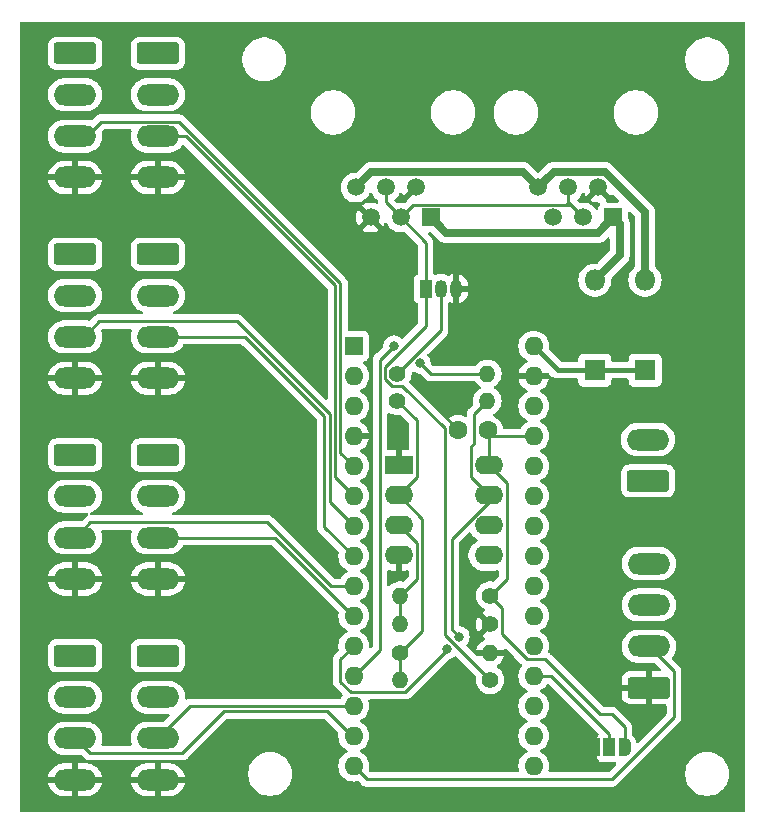
<source format=gbr>
%TF.GenerationSoftware,KiCad,Pcbnew,8.0.2*%
%TF.CreationDate,2024-09-21T14:57:53+02:00*%
%TF.ProjectId,FY_entry,46595f65-6e74-4727-992e-6b696361645f,rev?*%
%TF.SameCoordinates,Original*%
%TF.FileFunction,Copper,L1,Top*%
%TF.FilePolarity,Positive*%
%FSLAX46Y46*%
G04 Gerber Fmt 4.6, Leading zero omitted, Abs format (unit mm)*
G04 Created by KiCad (PCBNEW 8.0.2) date 2024-09-21 14:57:53*
%MOMM*%
%LPD*%
G01*
G04 APERTURE LIST*
G04 Aperture macros list*
%AMRoundRect*
0 Rectangle with rounded corners*
0 $1 Rounding radius*
0 $2 $3 $4 $5 $6 $7 $8 $9 X,Y pos of 4 corners*
0 Add a 4 corners polygon primitive as box body*
4,1,4,$2,$3,$4,$5,$6,$7,$8,$9,$2,$3,0*
0 Add four circle primitives for the rounded corners*
1,1,$1+$1,$2,$3*
1,1,$1+$1,$4,$5*
1,1,$1+$1,$6,$7*
1,1,$1+$1,$8,$9*
0 Add four rect primitives between the rounded corners*
20,1,$1+$1,$2,$3,$4,$5,0*
20,1,$1+$1,$4,$5,$6,$7,0*
20,1,$1+$1,$6,$7,$8,$9,0*
20,1,$1+$1,$8,$9,$2,$3,0*%
%AMFreePoly0*
4,1,19,0.550000,-0.750000,0.000000,-0.750000,0.000000,-0.744911,-0.071157,-0.744911,-0.207708,-0.704816,-0.327430,-0.627875,-0.420627,-0.520320,-0.479746,-0.390866,-0.500000,-0.250000,-0.500000,0.250000,-0.479746,0.390866,-0.420627,0.520320,-0.327430,0.627875,-0.207708,0.704816,-0.071157,0.744911,0.000000,0.744911,0.000000,0.750000,0.550000,0.750000,0.550000,-0.750000,0.550000,-0.750000,
$1*%
%AMFreePoly1*
4,1,19,0.000000,0.744911,0.071157,0.744911,0.207708,0.704816,0.327430,0.627875,0.420627,0.520320,0.479746,0.390866,0.500000,0.250000,0.500000,-0.250000,0.479746,-0.390866,0.420627,-0.520320,0.327430,-0.627875,0.207708,-0.704816,0.071157,-0.744911,0.000000,-0.744911,0.000000,-0.750000,-0.550000,-0.750000,-0.550000,0.750000,0.000000,0.750000,0.000000,0.744911,0.000000,0.744911,
$1*%
G04 Aperture macros list end*
%TA.AperFunction,SMDPad,CuDef*%
%ADD10FreePoly0,180.000000*%
%TD*%
%TA.AperFunction,SMDPad,CuDef*%
%ADD11R,1.000000X1.500000*%
%TD*%
%TA.AperFunction,SMDPad,CuDef*%
%ADD12FreePoly1,180.000000*%
%TD*%
%TA.AperFunction,ComponentPad*%
%ADD13RoundRect,0.250000X-1.550000X0.650000X-1.550000X-0.650000X1.550000X-0.650000X1.550000X0.650000X0*%
%TD*%
%TA.AperFunction,ComponentPad*%
%ADD14O,3.600000X1.800000*%
%TD*%
%TA.AperFunction,ComponentPad*%
%ADD15R,2.400000X1.600000*%
%TD*%
%TA.AperFunction,ComponentPad*%
%ADD16O,2.400000X1.600000*%
%TD*%
%TA.AperFunction,ComponentPad*%
%ADD17C,1.400000*%
%TD*%
%TA.AperFunction,ComponentPad*%
%ADD18O,1.400000X1.400000*%
%TD*%
%TA.AperFunction,ComponentPad*%
%ADD19R,1.050000X1.500000*%
%TD*%
%TA.AperFunction,ComponentPad*%
%ADD20O,1.050000X1.500000*%
%TD*%
%TA.AperFunction,ComponentPad*%
%ADD21C,1.520000*%
%TD*%
%TA.AperFunction,ComponentPad*%
%ADD22R,1.520000X1.520000*%
%TD*%
%TA.AperFunction,ComponentPad*%
%ADD23RoundRect,0.250000X1.550000X-0.650000X1.550000X0.650000X-1.550000X0.650000X-1.550000X-0.650000X0*%
%TD*%
%TA.AperFunction,ComponentPad*%
%ADD24R,1.800000X1.800000*%
%TD*%
%TA.AperFunction,ComponentPad*%
%ADD25O,1.800000X1.800000*%
%TD*%
%TA.AperFunction,ComponentPad*%
%ADD26C,1.600000*%
%TD*%
%TA.AperFunction,ComponentPad*%
%ADD27O,1.600000X1.600000*%
%TD*%
%TA.AperFunction,ComponentPad*%
%ADD28R,1.600000X1.600000*%
%TD*%
%TA.AperFunction,ViaPad*%
%ADD29C,0.800000*%
%TD*%
%TA.AperFunction,Conductor*%
%ADD30C,0.250000*%
%TD*%
%TA.AperFunction,Conductor*%
%ADD31C,0.400000*%
%TD*%
%TA.AperFunction,Conductor*%
%ADD32C,0.700000*%
%TD*%
G04 APERTURE END LIST*
D10*
%TO.P,JP1001,1,A*%
%TO.N,+5V*%
X78516000Y-103759000D03*
D11*
%TO.P,JP1001,2,C*%
%TO.N,Net-(A1001-A0)*%
X77216000Y-103759000D03*
D12*
%TO.P,JP1001,3,B*%
%TO.N,GND*%
X75916000Y-103759000D03*
%TD*%
D13*
%TO.P,J901,1,Pin_1*%
%TO.N,/DCC/ring_right*%
X39000000Y-96000000D03*
D14*
%TO.P,J901,2,Pin_2*%
%TO.N,/DCC/ring_left*%
X39000000Y-99500000D03*
%TO.P,J901,3,Pin_3*%
%TO.N,/atmega/occupied8*%
X39000000Y-103000000D03*
%TO.P,J901,4,Pin_4*%
%TO.N,GND*%
X39000000Y-106500000D03*
%TD*%
D13*
%TO.P,J701,1,Pin_1*%
%TO.N,/DCC/ring_right*%
X39000000Y-79000000D03*
D14*
%TO.P,J701,2,Pin_2*%
%TO.N,/DCC/ring_left*%
X39000000Y-82500000D03*
%TO.P,J701,3,Pin_3*%
%TO.N,/atmega/occupied6*%
X39000000Y-86000000D03*
%TO.P,J701,4,Pin_4*%
%TO.N,GND*%
X39000000Y-89500000D03*
%TD*%
D13*
%TO.P,J501,1,Pin_1*%
%TO.N,/DCC/ring_right*%
X39000000Y-62000000D03*
D14*
%TO.P,J501,2,Pin_2*%
%TO.N,/DCC/ring_left*%
X39000000Y-65500000D03*
%TO.P,J501,3,Pin_3*%
%TO.N,/atmega/occupied4*%
X39000000Y-69000000D03*
%TO.P,J501,4,Pin_4*%
%TO.N,GND*%
X39000000Y-72500000D03*
%TD*%
D13*
%TO.P,J301,1,Pin_1*%
%TO.N,/DCC/ring_right*%
X39000000Y-45000000D03*
D14*
%TO.P,J301,2,Pin_2*%
%TO.N,/DCC/ring_left*%
X39000000Y-48500000D03*
%TO.P,J301,3,Pin_3*%
%TO.N,/atmega/occupied2*%
X39000000Y-52000000D03*
%TO.P,J301,4,Pin_4*%
%TO.N,GND*%
X39000000Y-55500000D03*
%TD*%
D15*
%TO.P,U1301,1,GND*%
%TO.N,GND*%
X59380000Y-79880000D03*
D16*
%TO.P,U1301,2,+*%
%TO.N,Net-(U1301-+)*%
X59380000Y-82420000D03*
%TO.P,U1301,3,-*%
%TO.N,Net-(U1301--)*%
X59380000Y-84960000D03*
%TO.P,U1301,4,V-*%
%TO.N,GND*%
X59380000Y-87500000D03*
%TO.P,U1301,5,BAL*%
%TO.N,unconnected-(U1301-BAL-Pad5)*%
X67000000Y-87500000D03*
%TO.P,U1301,6,STRB*%
%TO.N,unconnected-(U1301-STRB-Pad6)*%
X67000000Y-84960000D03*
%TO.P,U1301,7*%
%TO.N,/Lnet/Lnet_Rx*%
X67000000Y-82420000D03*
%TO.P,U1301,8,V+*%
%TO.N,+5V*%
X67000000Y-79880000D03*
%TD*%
D17*
%TO.P,R1306,1*%
%TO.N,Net-(U1301-+)*%
X59277000Y-74410000D03*
D18*
%TO.P,R1306,2*%
%TO.N,/Lnet/Lnet_Rx*%
X66897000Y-74410000D03*
%TD*%
D17*
%TO.P,R1305,1*%
%TO.N,Net-(Q1301-B)*%
X59277000Y-72124000D03*
D18*
%TO.P,R1305,2*%
%TO.N,/Lnet/Lnet_Tx*%
X66897000Y-72124000D03*
%TD*%
D17*
%TO.P,R1303,1*%
%TO.N,+5V*%
X67127000Y-90907000D03*
D18*
%TO.P,R1303,2*%
%TO.N,Net-(U1301--)*%
X59507000Y-90907000D03*
%TD*%
%TO.P,R1302,2*%
%TO.N,GND*%
X67127000Y-95758000D03*
D17*
%TO.P,R1302,1*%
%TO.N,Net-(U1301-+)*%
X59507000Y-95758000D03*
%TD*%
%TO.P,R1301,1*%
%TO.N,Net-(Q1301-C)*%
X67127000Y-98044000D03*
D18*
%TO.P,R1301,2*%
%TO.N,Net-(U1301-+)*%
X59507000Y-98044000D03*
%TD*%
D19*
%TO.P,Q1301,1,C*%
%TO.N,Net-(Q1301-C)*%
X61690000Y-64920000D03*
D20*
%TO.P,Q1301,2,B*%
%TO.N,Net-(Q1301-B)*%
X62960000Y-64920000D03*
%TO.P,Q1301,3,E*%
%TO.N,GND*%
X64230000Y-64920000D03*
%TD*%
D21*
%TO.P,J1301,6*%
%TO.N,railsyncA*%
X71210000Y-56350000D03*
%TO.P,J1301,5*%
%TO.N,GND*%
X72480000Y-58890000D03*
%TO.P,J1301,4*%
%TO.N,Net-(Q1301-C)*%
X73750000Y-56350000D03*
%TO.P,J1301,3*%
X75020000Y-58890000D03*
%TO.P,J1301,2*%
%TO.N,GND*%
X76290000Y-56350000D03*
D22*
%TO.P,J1301,1*%
%TO.N,railsyncB*%
X77560000Y-58890000D03*
%TD*%
D23*
%TO.P,J1201,1,Pin_1*%
%TO.N,/DCC/ring_left*%
X80500000Y-81195000D03*
D14*
%TO.P,J1201,2,Pin_2*%
%TO.N,/DCC/ring_right*%
X80500000Y-77695000D03*
%TD*%
D23*
%TO.P,J1101,1,Pin_1*%
%TO.N,GND*%
X80567500Y-98695000D03*
D14*
%TO.P,J1101,2,Pin_2*%
%TO.N,/atmega/upline*%
X80567500Y-95195000D03*
%TO.P,J1101,3,Pin_3*%
%TO.N,/DCC/ring_left*%
X80567500Y-91695000D03*
%TO.P,J1101,4,Pin_4*%
%TO.N,/DCC/ring_right*%
X80567500Y-88195000D03*
%TD*%
D13*
%TO.P,J801,1,Pin_1*%
%TO.N,/DCC/ring_right*%
X32000000Y-96000000D03*
D14*
%TO.P,J801,2,Pin_2*%
%TO.N,/DCC/ring_left*%
X32000000Y-99500000D03*
%TO.P,J801,3,Pin_3*%
%TO.N,/atmega/occupied7*%
X32000000Y-103000000D03*
%TO.P,J801,4,Pin_4*%
%TO.N,GND*%
X32000000Y-106500000D03*
%TD*%
D13*
%TO.P,J601,1,Pin_1*%
%TO.N,/DCC/ring_right*%
X32000000Y-79000000D03*
D14*
%TO.P,J601,2,Pin_2*%
%TO.N,/DCC/ring_left*%
X32000000Y-82500000D03*
%TO.P,J601,3,Pin_3*%
%TO.N,/atmega/occupied5*%
X32000000Y-86000000D03*
%TO.P,J601,4,Pin_4*%
%TO.N,GND*%
X32000000Y-89500000D03*
%TD*%
D13*
%TO.P,J401,1,Pin_1*%
%TO.N,/DCC/ring_right*%
X32000000Y-62000000D03*
D14*
%TO.P,J401,2,Pin_2*%
%TO.N,/DCC/ring_left*%
X32000000Y-65500000D03*
%TO.P,J401,3,Pin_3*%
%TO.N,/atmega/occupied3*%
X32000000Y-69000000D03*
%TO.P,J401,4,Pin_4*%
%TO.N,GND*%
X32000000Y-72500000D03*
%TD*%
D13*
%TO.P,J201,1,Pin_1*%
%TO.N,/DCC/ring_right*%
X32000000Y-45000000D03*
D14*
%TO.P,J201,2,Pin_2*%
%TO.N,/DCC/ring_left*%
X32000000Y-48500000D03*
%TO.P,J201,3,Pin_3*%
%TO.N,/atmega/occupied1*%
X32000000Y-52000000D03*
%TO.P,J201,4,Pin_4*%
%TO.N,GND*%
X32000000Y-55500000D03*
%TD*%
D24*
%TO.P,D1302,1,K*%
%TO.N,+12V*%
X80250000Y-71810000D03*
D25*
%TO.P,D1302,2,A*%
%TO.N,railsyncA*%
X80250000Y-64190000D03*
%TD*%
D24*
%TO.P,D1301,1,K*%
%TO.N,+12V*%
X76000000Y-71810000D03*
D25*
%TO.P,D1301,2,A*%
%TO.N,railsyncB*%
X76000000Y-64190000D03*
%TD*%
D26*
%TO.P,C1301,1*%
%TO.N,+5V*%
X66909000Y-76910000D03*
%TO.P,C1301,2*%
%TO.N,GND*%
X64409000Y-76910000D03*
%TD*%
D27*
%TO.P,A1001,30,VIN*%
%TO.N,+12V*%
X70820000Y-69780000D03*
%TO.P,A1001,29,GND*%
%TO.N,GND*%
X70820000Y-72320000D03*
%TO.P,A1001,28,~{RESET}*%
%TO.N,unconnected-(A1001-~{RESET}-Pad28)*%
X70820000Y-74860000D03*
%TO.P,A1001,27,+5V*%
%TO.N,+5V*%
X70820000Y-77400000D03*
%TO.P,A1001,26,A7*%
%TO.N,unconnected-(A1001-A7-Pad26)*%
X70820000Y-79940000D03*
%TO.P,A1001,25,A6*%
%TO.N,unconnected-(A1001-A6-Pad25)*%
X70820000Y-82480000D03*
%TO.P,A1001,24,A5*%
%TO.N,unconnected-(A1001-A5-Pad24)*%
X70820000Y-85020000D03*
%TO.P,A1001,23,A4*%
%TO.N,unconnected-(A1001-A4-Pad23)*%
X70820000Y-87560000D03*
%TO.P,A1001,22,A3*%
%TO.N,unconnected-(A1001-A3-Pad22)*%
X70820000Y-90100000D03*
%TO.P,A1001,21,A2*%
%TO.N,unconnected-(A1001-A2-Pad21)*%
X70820000Y-92640000D03*
%TO.P,A1001,20,A1*%
%TO.N,unconnected-(A1001-A1-Pad20)*%
X70820000Y-95180000D03*
%TO.P,A1001,19,A0*%
%TO.N,Net-(A1001-A0)*%
X70820000Y-97720000D03*
%TO.P,A1001,18,AREF*%
%TO.N,unconnected-(A1001-AREF-Pad18)*%
X70820000Y-100260000D03*
%TO.P,A1001,17,3V3*%
%TO.N,unconnected-(A1001-3V3-Pad17)*%
X70820000Y-102800000D03*
%TO.P,A1001,16,D13*%
%TO.N,unconnected-(A1001-D13-Pad16)*%
X70820000Y-105340000D03*
%TO.P,A1001,15,D12*%
%TO.N,/atmega/upline*%
X55580000Y-105340000D03*
%TO.P,A1001,14,D11*%
%TO.N,/atmega/occupied7*%
X55580000Y-102800000D03*
%TO.P,A1001,13,D10*%
%TO.N,/atmega/occupied8*%
X55580000Y-100260000D03*
%TO.P,A1001,12,D9*%
%TO.N,/Lnet/Lnet_Tx*%
X55580000Y-97720000D03*
%TO.P,A1001,11,D8*%
%TO.N,/Lnet/Lnet_Rx*%
X55580000Y-95180000D03*
%TO.P,A1001,10,D7*%
%TO.N,/atmega/occupied6*%
X55580000Y-92640000D03*
%TO.P,A1001,9,D6*%
%TO.N,/atmega/occupied5*%
X55580000Y-90100000D03*
%TO.P,A1001,8,D5*%
%TO.N,/atmega/occupied4*%
X55580000Y-87560000D03*
%TO.P,A1001,7,D4*%
%TO.N,/atmega/occupied3*%
X55580000Y-85020000D03*
%TO.P,A1001,6,D3*%
%TO.N,/atmega/occupied2*%
X55580000Y-82480000D03*
%TO.P,A1001,5,D2*%
%TO.N,/atmega/occupied1*%
X55580000Y-79940000D03*
%TO.P,A1001,4,GND*%
%TO.N,GND*%
X55580000Y-77400000D03*
%TO.P,A1001,3,~{RESET}*%
%TO.N,unconnected-(A1001-~{RESET}-Pad3)*%
X55580000Y-74860000D03*
%TO.P,A1001,2,D0/RX*%
%TO.N,unconnected-(A1001-D0{slash}RX-Pad2)*%
X55580000Y-72320000D03*
D28*
%TO.P,A1001,1,D1/TX*%
%TO.N,unconnected-(A1001-D1{slash}TX-Pad1)*%
X55580000Y-69780000D03*
%TD*%
D17*
%TO.P,R1304,1*%
%TO.N,GND*%
X67127000Y-93345000D03*
D18*
%TO.P,R1304,2*%
%TO.N,Net-(U1301--)*%
X59507000Y-93345000D03*
%TD*%
D21*
%TO.P,J1302,6*%
%TO.N,railsyncA*%
X55740000Y-56350000D03*
%TO.P,J1302,5*%
%TO.N,GND*%
X57010000Y-58890000D03*
%TO.P,J1302,4*%
%TO.N,Net-(Q1301-C)*%
X58280000Y-56350000D03*
%TO.P,J1302,3*%
X59550000Y-58890000D03*
%TO.P,J1302,2*%
%TO.N,GND*%
X60820000Y-56350000D03*
D22*
%TO.P,J1302,1*%
%TO.N,railsyncB*%
X62090000Y-58890000D03*
%TD*%
D29*
%TO.N,GND*%
X65405000Y-89535000D03*
X76000000Y-68000000D03*
X76327000Y-85344000D03*
X86233000Y-97409000D03*
X86614000Y-88011000D03*
X86701613Y-80235517D03*
X86106000Y-73660000D03*
X28829000Y-59563000D03*
X28829000Y-75311000D03*
X28702000Y-80137000D03*
X28702000Y-92837000D03*
X28575000Y-107061000D03*
X35306000Y-107188000D03*
X34798000Y-92075000D03*
X42545000Y-95758000D03*
X42799000Y-88011000D03*
X53467000Y-92710000D03*
X52324000Y-98679000D03*
X63317000Y-98044000D03*
X58801000Y-100330000D03*
X68326000Y-100584000D03*
X68072000Y-104902000D03*
X57912000Y-105156000D03*
X42672000Y-107696000D03*
X45339000Y-103251000D03*
X52451000Y-103886000D03*
X54991000Y-107823000D03*
X63246000Y-108077000D03*
X72263000Y-108077000D03*
X81026000Y-105664000D03*
X72898000Y-105156000D03*
X72771000Y-100584000D03*
X74549000Y-102108000D03*
X76708000Y-99060000D03*
X73152000Y-95504000D03*
X73025000Y-83947000D03*
X73406000Y-74549000D03*
X68707000Y-75819000D03*
X64516000Y-74549000D03*
X61468000Y-73152000D03*
X68072000Y-69596000D03*
X64516000Y-67691000D03*
X72009000Y-62611000D03*
X66548000Y-62357000D03*
X72337535Y-52459175D03*
X85852000Y-63373000D03*
X84455000Y-54229000D03*
X72263000Y-45847000D03*
X60071000Y-47879000D03*
X58928000Y-61976000D03*
X43688000Y-57658000D03*
X51435000Y-65151000D03*
X54102000Y-61849000D03*
X47371000Y-54864000D03*
X42799000Y-43688000D03*
X35433000Y-43561000D03*
X28448000Y-43815000D03*
X35179000Y-58801000D03*
X35306000Y-65786000D03*
X35306000Y-69723000D03*
X50419000Y-76327000D03*
X53213000Y-87376000D03*
%TO.N,/Lnet/Lnet_Rx*%
X64492653Y-94384347D03*
X63467347Y-95409653D03*
%TO.N,/Lnet/Lnet_Tx*%
X61196653Y-71229653D03*
X58986847Y-69781847D03*
%TD*%
D30*
%TO.N,Net-(A1001-A0)*%
X77216000Y-102616000D02*
X72320000Y-97720000D01*
X72320000Y-97720000D02*
X70820000Y-97720000D01*
X77216000Y-103759000D02*
X77216000Y-102616000D01*
%TO.N,+5V*%
X71817000Y-96305000D02*
X70270000Y-96305000D01*
X68152000Y-91932000D02*
X67127000Y-90907000D01*
X76465500Y-100953500D02*
X71817000Y-96305000D01*
X77458500Y-100953500D02*
X76465500Y-100953500D01*
X68152000Y-94187000D02*
X68152000Y-91932000D01*
X78516000Y-102011000D02*
X77458500Y-100953500D01*
X70270000Y-96305000D02*
X68152000Y-94187000D01*
X78516000Y-103759000D02*
X78516000Y-102011000D01*
%TO.N,/atmega/upline*%
X56705000Y-106465000D02*
X55580000Y-105340000D01*
X82692500Y-101203500D02*
X77431000Y-106465000D01*
X82692500Y-97320000D02*
X82692500Y-101203500D01*
X80567500Y-95195000D02*
X82692500Y-97320000D01*
X77431000Y-106465000D02*
X56705000Y-106465000D01*
%TO.N,+5V*%
X78516000Y-103729000D02*
X78613000Y-103632000D01*
X78516000Y-103759000D02*
X78516000Y-103729000D01*
X68525000Y-89509000D02*
X68525000Y-81405000D01*
X68525000Y-81405000D02*
X67000000Y-79880000D01*
X67127000Y-90907000D02*
X68525000Y-89509000D01*
%TO.N,/Lnet/Lnet_Rx*%
X67000000Y-82969010D02*
X67000000Y-82420000D01*
X63881000Y-86088010D02*
X67000000Y-82969010D01*
X63881000Y-93772694D02*
X63881000Y-86088010D01*
X64492653Y-94384347D02*
X63881000Y-93772694D01*
X63467347Y-95536653D02*
X63467347Y-95409653D01*
X54455000Y-98185991D02*
X55338009Y-99069000D01*
X59935000Y-99069000D02*
X63467347Y-95536653D01*
X54455000Y-96305000D02*
X54455000Y-98185991D01*
X55338009Y-99069000D02*
X59935000Y-99069000D01*
X55580000Y-95180000D02*
X54455000Y-96305000D01*
%TO.N,/Lnet/Lnet_Tx*%
X62091000Y-72124000D02*
X66897000Y-72124000D01*
X61196653Y-71229653D02*
X62091000Y-72124000D01*
X57802000Y-95498000D02*
X57802000Y-70966694D01*
X55580000Y-97720000D02*
X57802000Y-95498000D01*
X57802000Y-70966694D02*
X58986847Y-69781847D01*
%TO.N,Net-(Q1301-C)*%
X61690000Y-68104000D02*
X61690000Y-64920000D01*
X58252000Y-71542000D02*
X61690000Y-68104000D01*
X58252000Y-72548569D02*
X58252000Y-71542000D01*
X58852431Y-73149000D02*
X58252000Y-72548569D01*
X63284000Y-94201000D02*
X63284000Y-76731431D01*
X59701569Y-73149000D02*
X58852431Y-73149000D01*
X67127000Y-98044000D02*
X63284000Y-94201000D01*
X63284000Y-76731431D02*
X59701569Y-73149000D01*
%TO.N,Net-(U1301-+)*%
X61355000Y-93910000D02*
X59507000Y-95758000D01*
X59380000Y-82420000D02*
X61355000Y-84395000D01*
X61355000Y-84395000D02*
X61355000Y-93910000D01*
%TO.N,Net-(U1301--)*%
X60905000Y-86485000D02*
X59380000Y-84960000D01*
X60905000Y-89509000D02*
X60905000Y-86485000D01*
X59507000Y-90907000D02*
X60905000Y-89509000D01*
X59507000Y-93345000D02*
X59507000Y-90907000D01*
%TO.N,Net-(U1301-+)*%
X59507000Y-98044000D02*
X59507000Y-95758000D01*
X60905000Y-76038000D02*
X59277000Y-74410000D01*
X60905000Y-80895000D02*
X60905000Y-76038000D01*
X59380000Y-82420000D02*
X60905000Y-80895000D01*
%TO.N,/Lnet/Lnet_Rx*%
X65475000Y-78298000D02*
X65475000Y-80895000D01*
X65475000Y-80895000D02*
X67000000Y-82420000D01*
X65784000Y-75523000D02*
X65784000Y-77989000D01*
X65784000Y-77989000D02*
X65475000Y-78298000D01*
X66897000Y-74410000D02*
X65784000Y-75523000D01*
%TO.N,+5V*%
X67399000Y-77400000D02*
X66909000Y-76910000D01*
X70820000Y-77400000D02*
X67399000Y-77400000D01*
X67000000Y-77001000D02*
X66909000Y-76910000D01*
X67000000Y-79880000D02*
X67000000Y-77001000D01*
%TO.N,Net-(Q1301-B)*%
X62960000Y-68441000D02*
X59277000Y-72124000D01*
X62960000Y-64920000D02*
X62960000Y-68441000D01*
D31*
%TO.N,+12V*%
X72850000Y-71810000D02*
X70820000Y-69780000D01*
X80250000Y-71810000D02*
X72850000Y-71810000D01*
D30*
%TO.N,Net-(Q1301-C)*%
X61690000Y-61030000D02*
X59550000Y-58890000D01*
D32*
%TO.N,railsyncA*%
X72520000Y-55040000D02*
X71210000Y-56350000D01*
X76832620Y-55040000D02*
X72520000Y-55040000D01*
X80250000Y-64190000D02*
X80250000Y-58457380D01*
X80250000Y-58457380D02*
X76832620Y-55040000D01*
%TO.N,railsyncB*%
X78105000Y-59435000D02*
X78105000Y-62085000D01*
X78105000Y-62085000D02*
X76000000Y-64190000D01*
X77560000Y-58890000D02*
X78105000Y-59435000D01*
X76250000Y-60200000D02*
X77560000Y-58890000D01*
X63400000Y-60200000D02*
X76250000Y-60200000D01*
X62090000Y-58890000D02*
X63400000Y-60200000D01*
%TO.N,railsyncA*%
X57050000Y-55040000D02*
X55740000Y-56350000D01*
X71210000Y-56350000D02*
X69900000Y-55040000D01*
X69900000Y-55040000D02*
X57050000Y-55040000D01*
D30*
%TO.N,Net-(Q1301-C)*%
X73608000Y-57848000D02*
X73565000Y-57805000D01*
X73978000Y-57848000D02*
X73608000Y-57848000D01*
X73978000Y-57848000D02*
X73750000Y-57620000D01*
X75020000Y-58890000D02*
X73978000Y-57848000D01*
X73565000Y-57805000D02*
X73750000Y-57620000D01*
X60635000Y-57805000D02*
X73565000Y-57805000D01*
X59550000Y-58890000D02*
X60635000Y-57805000D01*
X73750000Y-57620000D02*
X73750000Y-56350000D01*
X61690000Y-64920000D02*
X61690000Y-61030000D01*
X58280000Y-57620000D02*
X59550000Y-58890000D01*
X58280000Y-56350000D02*
X58280000Y-57620000D01*
%TO.N,/atmega/occupied7*%
X53340000Y-100711000D02*
X55429000Y-102800000D01*
X55429000Y-102800000D02*
X55580000Y-102800000D01*
X41063000Y-104225000D02*
X44577000Y-100711000D01*
X33225000Y-104225000D02*
X41063000Y-104225000D01*
X44577000Y-100711000D02*
X53340000Y-100711000D01*
X32000000Y-103000000D02*
X33225000Y-104225000D01*
%TO.N,/atmega/occupied8*%
X41740000Y-100260000D02*
X39000000Y-103000000D01*
X55580000Y-100260000D02*
X41740000Y-100260000D01*
%TO.N,/atmega/occupied5*%
X53652396Y-90100000D02*
X55580000Y-90100000D01*
X48261396Y-84709000D02*
X53652396Y-90100000D01*
X32000000Y-86000000D02*
X33291000Y-84709000D01*
X33291000Y-84709000D02*
X48261396Y-84709000D01*
%TO.N,/atmega/occupied6*%
X48916000Y-86000000D02*
X39000000Y-86000000D01*
X55556000Y-92640000D02*
X48916000Y-86000000D01*
X55580000Y-92640000D02*
X55556000Y-92640000D01*
%TO.N,/atmega/occupied1*%
X54455000Y-64455000D02*
X40775000Y-50775000D01*
X34188000Y-50775000D02*
X32963000Y-52000000D01*
X32963000Y-52000000D02*
X32000000Y-52000000D01*
X54455000Y-78815000D02*
X54455000Y-64455000D01*
X40775000Y-50775000D02*
X34188000Y-50775000D01*
X55580000Y-79940000D02*
X54455000Y-78815000D01*
%TO.N,/atmega/occupied3*%
X53550000Y-75550000D02*
X53550000Y-82990000D01*
X34036000Y-67691000D02*
X45691000Y-67691000D01*
X53550000Y-82990000D02*
X55580000Y-85020000D01*
X32000000Y-69000000D02*
X32727000Y-69000000D01*
X32727000Y-69000000D02*
X34036000Y-67691000D01*
X45691000Y-67691000D02*
X53550000Y-75550000D01*
%TO.N,/atmega/occupied4*%
X46363604Y-69000000D02*
X39000000Y-69000000D01*
X53100000Y-75736396D02*
X46363604Y-69000000D01*
X53100000Y-85080000D02*
X53100000Y-75736396D01*
X55580000Y-87560000D02*
X53100000Y-85080000D01*
%TO.N,/atmega/occupied2*%
X54000000Y-80900000D02*
X55580000Y-82480000D01*
X54000000Y-64636396D02*
X54000000Y-80900000D01*
X41363604Y-52000000D02*
X54000000Y-64636396D01*
X39000000Y-52000000D02*
X41363604Y-52000000D01*
%TD*%
%TA.AperFunction,Conductor*%
%TO.N,GND*%
G36*
X68526841Y-95446431D02*
G01*
X69162946Y-96082537D01*
X69784141Y-96703732D01*
X69804579Y-96724170D01*
X69838064Y-96785493D01*
X69833080Y-96855185D01*
X69818473Y-96882974D01*
X69768667Y-96954105D01*
X69689432Y-97067266D01*
X69654429Y-97142328D01*
X69593261Y-97273502D01*
X69593258Y-97273511D01*
X69534366Y-97493302D01*
X69534364Y-97493313D01*
X69514532Y-97719998D01*
X69514532Y-97720001D01*
X69534364Y-97946686D01*
X69534366Y-97946697D01*
X69593258Y-98166488D01*
X69593261Y-98166497D01*
X69689431Y-98372732D01*
X69689432Y-98372734D01*
X69819954Y-98559141D01*
X69980858Y-98720045D01*
X69980861Y-98720047D01*
X70167266Y-98850568D01*
X70225275Y-98877618D01*
X70277714Y-98923791D01*
X70296866Y-98990984D01*
X70276650Y-99057865D01*
X70225275Y-99102382D01*
X70167267Y-99129431D01*
X70167265Y-99129432D01*
X69980858Y-99259954D01*
X69819954Y-99420858D01*
X69689432Y-99607265D01*
X69689431Y-99607267D01*
X69593261Y-99813502D01*
X69593258Y-99813511D01*
X69534366Y-100033302D01*
X69534364Y-100033313D01*
X69514532Y-100259998D01*
X69514532Y-100260001D01*
X69534364Y-100486686D01*
X69534366Y-100486697D01*
X69593258Y-100706488D01*
X69593261Y-100706497D01*
X69689431Y-100912732D01*
X69689432Y-100912734D01*
X69819954Y-101099141D01*
X69980858Y-101260045D01*
X69980861Y-101260047D01*
X70167266Y-101390568D01*
X70225275Y-101417618D01*
X70277714Y-101463791D01*
X70296866Y-101530984D01*
X70276650Y-101597865D01*
X70225275Y-101642382D01*
X70167267Y-101669431D01*
X70167265Y-101669432D01*
X69980858Y-101799954D01*
X69819954Y-101960858D01*
X69689432Y-102147265D01*
X69689431Y-102147267D01*
X69593261Y-102353502D01*
X69593258Y-102353511D01*
X69534366Y-102573302D01*
X69534364Y-102573313D01*
X69514532Y-102799998D01*
X69514532Y-102800001D01*
X69534364Y-103026686D01*
X69534366Y-103026697D01*
X69593258Y-103246488D01*
X69593261Y-103246497D01*
X69689431Y-103452732D01*
X69689432Y-103452734D01*
X69819954Y-103639141D01*
X69980858Y-103800045D01*
X69980861Y-103800047D01*
X70167266Y-103930568D01*
X70225275Y-103957618D01*
X70277714Y-104003791D01*
X70296866Y-104070984D01*
X70276650Y-104137865D01*
X70225275Y-104182382D01*
X70167267Y-104209431D01*
X70167265Y-104209432D01*
X69980858Y-104339954D01*
X69819954Y-104500858D01*
X69689432Y-104687265D01*
X69689431Y-104687267D01*
X69593261Y-104893502D01*
X69593258Y-104893511D01*
X69534366Y-105113302D01*
X69534364Y-105113313D01*
X69514532Y-105339998D01*
X69514532Y-105340001D01*
X69534364Y-105566686D01*
X69534366Y-105566697D01*
X69565638Y-105683407D01*
X69563975Y-105753257D01*
X69524812Y-105811119D01*
X69460583Y-105838623D01*
X69445863Y-105839500D01*
X57015452Y-105839500D01*
X56948413Y-105819815D01*
X56927771Y-105803181D01*
X56879412Y-105754822D01*
X56845927Y-105693499D01*
X56847318Y-105635048D01*
X56865635Y-105566692D01*
X56885468Y-105340000D01*
X56865635Y-105113308D01*
X56806739Y-104893504D01*
X56710568Y-104687266D01*
X56580047Y-104500861D01*
X56580045Y-104500858D01*
X56419141Y-104339954D01*
X56232734Y-104209432D01*
X56232728Y-104209429D01*
X56174725Y-104182382D01*
X56122285Y-104136210D01*
X56103133Y-104069017D01*
X56123348Y-104002135D01*
X56174725Y-103957618D01*
X56232734Y-103930568D01*
X56419139Y-103800047D01*
X56580047Y-103639139D01*
X56710568Y-103452734D01*
X56806739Y-103246496D01*
X56865635Y-103026692D01*
X56885468Y-102800000D01*
X56865635Y-102573308D01*
X56806739Y-102353504D01*
X56710568Y-102147266D01*
X56580047Y-101960861D01*
X56580045Y-101960858D01*
X56419141Y-101799954D01*
X56232734Y-101669432D01*
X56232728Y-101669429D01*
X56174725Y-101642382D01*
X56122285Y-101596210D01*
X56103133Y-101529017D01*
X56123348Y-101462135D01*
X56174725Y-101417618D01*
X56232734Y-101390568D01*
X56419139Y-101260047D01*
X56580047Y-101099139D01*
X56710568Y-100912734D01*
X56806739Y-100706496D01*
X56865635Y-100486692D01*
X56885468Y-100260000D01*
X56883195Y-100234025D01*
X56866011Y-100037606D01*
X56865635Y-100033308D01*
X56816677Y-99850593D01*
X56818340Y-99780743D01*
X56857503Y-99722881D01*
X56921731Y-99695377D01*
X56936452Y-99694500D01*
X59996607Y-99694500D01*
X60057029Y-99682481D01*
X60117452Y-99670463D01*
X60117455Y-99670461D01*
X60117458Y-99670461D01*
X60150787Y-99656654D01*
X60150786Y-99656654D01*
X60150792Y-99656652D01*
X60231286Y-99623312D01*
X60286211Y-99586611D01*
X60333733Y-99554858D01*
X60420858Y-99467733D01*
X60420859Y-99467731D01*
X60427925Y-99460665D01*
X60427928Y-99460661D01*
X63556904Y-96331684D01*
X63618225Y-96298201D01*
X63618418Y-96298159D01*
X63747150Y-96270797D01*
X63920077Y-96193804D01*
X64073218Y-96082541D01*
X64084206Y-96070338D01*
X64143692Y-96033689D01*
X64213549Y-96035018D01*
X64264038Y-96065628D01*
X65908107Y-97709697D01*
X65941592Y-97771020D01*
X65942266Y-97816742D01*
X65942414Y-97816756D01*
X65942287Y-97818125D01*
X65942317Y-97820153D01*
X65941884Y-97822465D01*
X65921357Y-98043999D01*
X65921357Y-98044000D01*
X65941884Y-98265535D01*
X65941885Y-98265537D01*
X66002769Y-98479523D01*
X66002775Y-98479538D01*
X66101938Y-98678683D01*
X66101943Y-98678691D01*
X66236020Y-98856238D01*
X66400437Y-99006123D01*
X66400439Y-99006125D01*
X66589595Y-99123245D01*
X66589596Y-99123245D01*
X66589599Y-99123247D01*
X66797060Y-99203618D01*
X67015757Y-99244500D01*
X67015759Y-99244500D01*
X67238241Y-99244500D01*
X67238243Y-99244500D01*
X67456940Y-99203618D01*
X67664401Y-99123247D01*
X67853562Y-99006124D01*
X68017981Y-98856236D01*
X68152058Y-98678689D01*
X68251229Y-98479528D01*
X68312115Y-98265536D01*
X68332643Y-98044000D01*
X68312115Y-97822464D01*
X68251229Y-97608472D01*
X68251224Y-97608461D01*
X68152061Y-97409316D01*
X68152056Y-97409308D01*
X68017979Y-97231761D01*
X67853562Y-97081876D01*
X67853560Y-97081874D01*
X67731233Y-97006133D01*
X67684597Y-96954105D01*
X67673493Y-96885124D01*
X67701446Y-96821089D01*
X67731233Y-96795279D01*
X67853258Y-96719724D01*
X67853260Y-96719722D01*
X68017608Y-96569900D01*
X68151631Y-96392425D01*
X68250760Y-96193349D01*
X68303495Y-96008000D01*
X67371975Y-96008000D01*
X67407070Y-95972905D01*
X67453148Y-95893095D01*
X67477000Y-95804078D01*
X67477000Y-95711922D01*
X67453148Y-95622905D01*
X67407070Y-95543095D01*
X67371975Y-95508000D01*
X68303496Y-95508000D01*
X68340206Y-95459387D01*
X68396315Y-95417750D01*
X68466027Y-95413058D01*
X68526841Y-95446431D01*
G37*
%TD.AperFunction*%
%TA.AperFunction,Conductor*%
G36*
X72108894Y-98393572D02*
G01*
X72111721Y-98396311D01*
X76286077Y-102570667D01*
X76319562Y-102631990D01*
X76314578Y-102701682D01*
X76297664Y-102732658D01*
X76272203Y-102766669D01*
X76272202Y-102766671D01*
X76221908Y-102901517D01*
X76215501Y-102961116D01*
X76215500Y-102961135D01*
X76215500Y-104556870D01*
X76215501Y-104556876D01*
X76221908Y-104616483D01*
X76272202Y-104751328D01*
X76272206Y-104751335D01*
X76358452Y-104866544D01*
X76358455Y-104866547D01*
X76473664Y-104952793D01*
X76473671Y-104952797D01*
X76608517Y-105003091D01*
X76608516Y-105003091D01*
X76615444Y-105003835D01*
X76668127Y-105009500D01*
X77702548Y-105009499D01*
X77769587Y-105029183D01*
X77815342Y-105081987D01*
X77825286Y-105151146D01*
X77796261Y-105214702D01*
X77790229Y-105221180D01*
X77208229Y-105803181D01*
X77146906Y-105836666D01*
X77120548Y-105839500D01*
X72194137Y-105839500D01*
X72127098Y-105819815D01*
X72081343Y-105767011D01*
X72071399Y-105697853D01*
X72074362Y-105683407D01*
X72088263Y-105631524D01*
X72105635Y-105566692D01*
X72125468Y-105340000D01*
X72105635Y-105113308D01*
X72046739Y-104893504D01*
X71950568Y-104687266D01*
X71820047Y-104500861D01*
X71820045Y-104500858D01*
X71659141Y-104339954D01*
X71472734Y-104209432D01*
X71472728Y-104209429D01*
X71414725Y-104182382D01*
X71362285Y-104136210D01*
X71343133Y-104069017D01*
X71363348Y-104002135D01*
X71414725Y-103957618D01*
X71472734Y-103930568D01*
X71659139Y-103800047D01*
X71820047Y-103639139D01*
X71950568Y-103452734D01*
X72046739Y-103246496D01*
X72105635Y-103026692D01*
X72125468Y-102800000D01*
X72105635Y-102573308D01*
X72046739Y-102353504D01*
X71950568Y-102147266D01*
X71820047Y-101960861D01*
X71820045Y-101960858D01*
X71659141Y-101799954D01*
X71472734Y-101669432D01*
X71472728Y-101669429D01*
X71414725Y-101642382D01*
X71362285Y-101596210D01*
X71343133Y-101529017D01*
X71363348Y-101462135D01*
X71414725Y-101417618D01*
X71472734Y-101390568D01*
X71659139Y-101260047D01*
X71820047Y-101099139D01*
X71950568Y-100912734D01*
X72046739Y-100706496D01*
X72105635Y-100486692D01*
X72125468Y-100260000D01*
X72123195Y-100234025D01*
X72106011Y-100037606D01*
X72105635Y-100033308D01*
X72046739Y-99813504D01*
X71950568Y-99607266D01*
X71820047Y-99420861D01*
X71820045Y-99420858D01*
X71659141Y-99259954D01*
X71472734Y-99129432D01*
X71472728Y-99129429D01*
X71414725Y-99102382D01*
X71362285Y-99056210D01*
X71343133Y-98989017D01*
X71363348Y-98922135D01*
X71414725Y-98877618D01*
X71472734Y-98850568D01*
X71659139Y-98720047D01*
X71820047Y-98559139D01*
X71922465Y-98412868D01*
X71977041Y-98369244D01*
X72046540Y-98362050D01*
X72108894Y-98393572D01*
G37*
%TD.AperFunction*%
%TA.AperFunction,Conductor*%
G36*
X65404976Y-85551135D02*
G01*
X65460910Y-85593007D01*
X65472128Y-85611023D01*
X65487713Y-85641611D01*
X65608028Y-85807213D01*
X65752786Y-85951971D01*
X65907749Y-86064556D01*
X65918390Y-86072287D01*
X65992840Y-86110221D01*
X66011080Y-86119515D01*
X66061876Y-86167490D01*
X66078671Y-86235311D01*
X66056134Y-86301446D01*
X66011080Y-86340485D01*
X65918386Y-86387715D01*
X65752786Y-86508028D01*
X65608028Y-86652786D01*
X65487715Y-86818386D01*
X65394781Y-87000776D01*
X65331522Y-87195465D01*
X65299500Y-87397648D01*
X65299500Y-87602351D01*
X65331522Y-87804534D01*
X65394781Y-87999223D01*
X65458691Y-88124653D01*
X65463695Y-88134473D01*
X65487715Y-88181613D01*
X65608028Y-88347213D01*
X65752786Y-88491971D01*
X65907749Y-88604556D01*
X65918390Y-88612287D01*
X66034607Y-88671503D01*
X66100776Y-88705218D01*
X66100778Y-88705218D01*
X66100781Y-88705220D01*
X66193407Y-88735316D01*
X66295465Y-88768477D01*
X66396557Y-88784488D01*
X66497648Y-88800500D01*
X66497649Y-88800500D01*
X67502351Y-88800500D01*
X67502352Y-88800500D01*
X67704534Y-88768477D01*
X67704539Y-88768475D01*
X67704541Y-88768475D01*
X67737180Y-88757870D01*
X67807021Y-88755873D01*
X67866855Y-88791953D01*
X67897684Y-88854653D01*
X67899500Y-88875800D01*
X67899500Y-89198546D01*
X67879815Y-89265585D01*
X67863181Y-89286227D01*
X67456892Y-89692515D01*
X67395569Y-89726000D01*
X67346426Y-89726722D01*
X67238243Y-89706500D01*
X67015757Y-89706500D01*
X66797060Y-89747382D01*
X66665864Y-89798207D01*
X66589601Y-89827752D01*
X66589595Y-89827754D01*
X66400439Y-89944874D01*
X66400437Y-89944876D01*
X66236020Y-90094761D01*
X66101943Y-90272308D01*
X66101938Y-90272316D01*
X66002775Y-90471461D01*
X66002769Y-90471476D01*
X65941885Y-90685462D01*
X65941884Y-90685464D01*
X65921357Y-90906999D01*
X65921357Y-90907000D01*
X65941884Y-91128535D01*
X65941885Y-91128537D01*
X66002769Y-91342523D01*
X66002775Y-91342538D01*
X66101938Y-91541683D01*
X66101943Y-91541691D01*
X66236020Y-91719238D01*
X66400437Y-91869123D01*
X66400439Y-91869125D01*
X66589595Y-91986245D01*
X66589597Y-91986246D01*
X66589599Y-91986247D01*
X66652565Y-92010640D01*
X66707967Y-92053212D01*
X66731558Y-92118979D01*
X66715847Y-92187060D01*
X66665824Y-92235839D01*
X66652567Y-92241893D01*
X66589830Y-92266197D01*
X66589823Y-92266201D01*
X66473671Y-92338119D01*
X67127000Y-92991447D01*
X67130553Y-92995000D01*
X67080922Y-92995000D01*
X66991905Y-93018852D01*
X66912095Y-93064930D01*
X66846930Y-93130095D01*
X66800852Y-93209905D01*
X66777000Y-93298922D01*
X66777000Y-93391078D01*
X66800852Y-93480095D01*
X66846930Y-93559905D01*
X66912095Y-93625070D01*
X66991905Y-93671148D01*
X67080922Y-93695000D01*
X67130551Y-93695000D01*
X66473672Y-94351879D01*
X66473672Y-94351880D01*
X66589821Y-94423797D01*
X66589822Y-94423798D01*
X66620991Y-94435873D01*
X66676393Y-94478446D01*
X66699983Y-94544213D01*
X66684272Y-94612293D01*
X66634248Y-94661072D01*
X66620991Y-94667127D01*
X66589822Y-94679201D01*
X66589820Y-94679202D01*
X66400738Y-94796278D01*
X66236391Y-94946099D01*
X66102368Y-95123574D01*
X66003239Y-95322650D01*
X65950505Y-95508000D01*
X66882025Y-95508000D01*
X66846930Y-95543095D01*
X66800852Y-95622905D01*
X66777000Y-95711922D01*
X66777000Y-95804078D01*
X66800852Y-95893095D01*
X66846930Y-95972905D01*
X66882025Y-96008000D01*
X66026953Y-96008000D01*
X65959914Y-95988315D01*
X65939272Y-95971681D01*
X65146812Y-95179221D01*
X65113327Y-95117898D01*
X65118311Y-95048206D01*
X65142341Y-95008570D01*
X65225186Y-94916563D01*
X65319832Y-94752631D01*
X65378327Y-94572603D01*
X65398113Y-94384347D01*
X65378327Y-94196091D01*
X65319832Y-94016063D01*
X65225186Y-93852131D01*
X65098524Y-93711459D01*
X65098523Y-93711458D01*
X64945387Y-93600198D01*
X64945382Y-93600195D01*
X64772460Y-93523204D01*
X64772455Y-93523202D01*
X64604719Y-93487549D01*
X64543237Y-93454357D01*
X64509461Y-93393193D01*
X64506500Y-93366259D01*
X64506500Y-93344999D01*
X65921859Y-93344999D01*
X65921859Y-93345000D01*
X65942378Y-93566439D01*
X66003240Y-93780350D01*
X66102369Y-93979428D01*
X66118137Y-94000308D01*
X66118138Y-94000308D01*
X66773447Y-93345000D01*
X66118138Y-92689691D01*
X66118137Y-92689691D01*
X66102368Y-92710574D01*
X66003240Y-92909649D01*
X65942378Y-93123560D01*
X65921859Y-93344999D01*
X64506500Y-93344999D01*
X64506500Y-86398461D01*
X64526185Y-86331422D01*
X64542815Y-86310784D01*
X65273964Y-85579634D01*
X65335285Y-85546151D01*
X65404976Y-85551135D01*
G37*
%TD.AperFunction*%
%TA.AperFunction,Conductor*%
G36*
X59630000Y-88800000D02*
G01*
X59882317Y-88800000D01*
X60084418Y-88767989D01*
X60084424Y-88767988D01*
X60117180Y-88757345D01*
X60187021Y-88755348D01*
X60246855Y-88791428D01*
X60277684Y-88854128D01*
X60279500Y-88875275D01*
X60279500Y-89198546D01*
X60259815Y-89265585D01*
X60243181Y-89286227D01*
X59836892Y-89692515D01*
X59775569Y-89726000D01*
X59726426Y-89726722D01*
X59618243Y-89706500D01*
X59395757Y-89706500D01*
X59177060Y-89747382D01*
X59045864Y-89798207D01*
X58969601Y-89827752D01*
X58969595Y-89827754D01*
X58780439Y-89944874D01*
X58780437Y-89944876D01*
X58635038Y-90077425D01*
X58572234Y-90108042D01*
X58502847Y-90099844D01*
X58448907Y-90055435D01*
X58427539Y-89988912D01*
X58427500Y-89985788D01*
X58427500Y-88858054D01*
X58447185Y-88791015D01*
X58499989Y-88745260D01*
X58569147Y-88735316D01*
X58589819Y-88740123D01*
X58675582Y-88767990D01*
X58877683Y-88800000D01*
X59130000Y-88800000D01*
X59130000Y-87815686D01*
X59134394Y-87820080D01*
X59225606Y-87872741D01*
X59327339Y-87900000D01*
X59432661Y-87900000D01*
X59534394Y-87872741D01*
X59625606Y-87820080D01*
X59630000Y-87815686D01*
X59630000Y-88800000D01*
G37*
%TD.AperFunction*%
%TA.AperFunction,Conductor*%
G36*
X58616774Y-75413197D02*
G01*
X58739599Y-75489247D01*
X58947060Y-75569618D01*
X59165757Y-75610500D01*
X59165759Y-75610500D01*
X59388240Y-75610500D01*
X59388243Y-75610500D01*
X59496427Y-75590276D01*
X59565942Y-75597307D01*
X59606893Y-75624484D01*
X60243181Y-76260771D01*
X60276666Y-76322094D01*
X60279500Y-76348452D01*
X60279500Y-78456000D01*
X60259815Y-78523039D01*
X60207011Y-78568794D01*
X60155500Y-78580000D01*
X59630000Y-78580000D01*
X59630000Y-79564314D01*
X59625606Y-79559920D01*
X59534394Y-79507259D01*
X59432661Y-79480000D01*
X59327339Y-79480000D01*
X59225606Y-79507259D01*
X59134394Y-79559920D01*
X59130000Y-79564314D01*
X59130000Y-78580000D01*
X58551500Y-78580000D01*
X58484461Y-78560315D01*
X58438706Y-78507511D01*
X58427500Y-78456000D01*
X58427500Y-75518626D01*
X58447185Y-75451587D01*
X58499989Y-75405832D01*
X58569147Y-75395888D01*
X58616774Y-75413197D01*
G37*
%TD.AperFunction*%
%TA.AperFunction,Conductor*%
G36*
X60673793Y-71962855D02*
G01*
X60674468Y-71963343D01*
X60743918Y-72013801D01*
X60743923Y-72013804D01*
X60916845Y-72090795D01*
X60916850Y-72090797D01*
X61102007Y-72130153D01*
X61161200Y-72130153D01*
X61228239Y-72149838D01*
X61248881Y-72166472D01*
X61692263Y-72609855D01*
X61692267Y-72609858D01*
X61794710Y-72678309D01*
X61794711Y-72678309D01*
X61794715Y-72678312D01*
X61861396Y-72705931D01*
X61861398Y-72705933D01*
X61895598Y-72720099D01*
X61908548Y-72725463D01*
X61928597Y-72729451D01*
X61962196Y-72736134D01*
X62029392Y-72749501D01*
X62029394Y-72749501D01*
X62158721Y-72749501D01*
X62158741Y-72749500D01*
X65803258Y-72749500D01*
X65870297Y-72769185D01*
X65902212Y-72798773D01*
X66006020Y-72936238D01*
X66170437Y-73086123D01*
X66170439Y-73086125D01*
X66292292Y-73161573D01*
X66338928Y-73213601D01*
X66350032Y-73282582D01*
X66322079Y-73346617D01*
X66292292Y-73372427D01*
X66170439Y-73447874D01*
X66170437Y-73447876D01*
X66006020Y-73597761D01*
X65871943Y-73775308D01*
X65871938Y-73775316D01*
X65772775Y-73974461D01*
X65772769Y-73974476D01*
X65711885Y-74188462D01*
X65711884Y-74188464D01*
X65691357Y-74409999D01*
X65691357Y-74410000D01*
X65711885Y-74631536D01*
X65712315Y-74633837D01*
X65712201Y-74634955D01*
X65712414Y-74637245D01*
X65711966Y-74637286D01*
X65705283Y-74703352D01*
X65678107Y-74744301D01*
X65385269Y-75037140D01*
X65385267Y-75037142D01*
X65341704Y-75080704D01*
X65298142Y-75124266D01*
X65279721Y-75151836D01*
X65279720Y-75151837D01*
X65229690Y-75226709D01*
X65229685Y-75226718D01*
X65182540Y-75340538D01*
X65182537Y-75340546D01*
X65162735Y-75440107D01*
X65162734Y-75440112D01*
X65158500Y-75461394D01*
X65158500Y-75630465D01*
X65138815Y-75697504D01*
X65086011Y-75743259D01*
X65016853Y-75753203D01*
X64982095Y-75742847D01*
X64855326Y-75683734D01*
X64855317Y-75683730D01*
X64635610Y-75624860D01*
X64635599Y-75624858D01*
X64409002Y-75605034D01*
X64408998Y-75605034D01*
X64182400Y-75624858D01*
X64182389Y-75624860D01*
X63962682Y-75683730D01*
X63962673Y-75683734D01*
X63756516Y-75779866D01*
X63756512Y-75779868D01*
X63683526Y-75830973D01*
X63683526Y-75830974D01*
X64362552Y-76510000D01*
X64356339Y-76510000D01*
X64254606Y-76537259D01*
X64163394Y-76589920D01*
X64088920Y-76664394D01*
X64036259Y-76755606D01*
X64009000Y-76857339D01*
X64009000Y-76863553D01*
X63945820Y-76800373D01*
X63912335Y-76739050D01*
X63909501Y-76712692D01*
X63909501Y-76669822D01*
X63891349Y-76578573D01*
X63885463Y-76548980D01*
X63838312Y-76435146D01*
X63769858Y-76332698D01*
X63769855Y-76332694D01*
X60329839Y-72892680D01*
X60296354Y-72831357D01*
X60301338Y-72761665D01*
X60306516Y-72749735D01*
X60401229Y-72559528D01*
X60462115Y-72345536D01*
X60482643Y-72124000D01*
X60479799Y-72093313D01*
X60478112Y-72075102D01*
X60491527Y-72006533D01*
X60539884Y-71956101D01*
X60607830Y-71939818D01*
X60673793Y-71962855D01*
G37*
%TD.AperFunction*%
%TA.AperFunction,Conductor*%
G36*
X75910000Y-56400028D02*
G01*
X75935896Y-56496675D01*
X75985924Y-56583325D01*
X76056675Y-56654076D01*
X76143325Y-56704104D01*
X76239972Y-56730000D01*
X76263553Y-56730000D01*
X75593247Y-57400304D01*
X75657593Y-57445359D01*
X75857406Y-57538533D01*
X75857412Y-57538536D01*
X76070365Y-57595597D01*
X76070373Y-57595598D01*
X76289995Y-57614812D01*
X76303143Y-57613662D01*
X76371644Y-57627426D01*
X76421829Y-57676039D01*
X76437765Y-57744067D01*
X76414393Y-57809912D01*
X76413223Y-57811501D01*
X76356204Y-57887668D01*
X76356202Y-57887671D01*
X76305908Y-58022517D01*
X76299501Y-58082116D01*
X76299500Y-58082135D01*
X76299500Y-58126423D01*
X76279815Y-58193462D01*
X76227011Y-58239217D01*
X76157853Y-58249161D01*
X76094297Y-58220136D01*
X76073925Y-58197546D01*
X75989286Y-58076668D01*
X75833330Y-57920712D01*
X75652662Y-57794207D01*
X75652654Y-57794203D01*
X75452769Y-57700995D01*
X75452755Y-57700990D01*
X75239724Y-57643909D01*
X75239722Y-57643908D01*
X75239720Y-57643908D01*
X75239718Y-57643907D01*
X75239714Y-57643907D01*
X75020002Y-57624685D01*
X75019998Y-57624685D01*
X74800285Y-57643907D01*
X74800274Y-57643909D01*
X74757611Y-57655341D01*
X74687761Y-57653678D01*
X74637837Y-57623247D01*
X74532868Y-57518278D01*
X74499383Y-57456955D01*
X74504367Y-57387263D01*
X74546239Y-57331330D01*
X74549375Y-57329057D01*
X74563329Y-57319288D01*
X74719288Y-57163329D01*
X74845795Y-56982658D01*
X74907895Y-56849481D01*
X74954064Y-56797047D01*
X75021258Y-56777894D01*
X75088139Y-56798109D01*
X75132657Y-56849485D01*
X75194638Y-56982402D01*
X75239694Y-57046750D01*
X75910000Y-56376445D01*
X75910000Y-56400028D01*
G37*
%TD.AperFunction*%
%TA.AperFunction,Conductor*%
G36*
X60440000Y-56400028D02*
G01*
X60465896Y-56496675D01*
X60515924Y-56583325D01*
X60586675Y-56654076D01*
X60673325Y-56704104D01*
X60769972Y-56730000D01*
X60793551Y-56730000D01*
X60113028Y-57410523D01*
X60107005Y-57440495D01*
X60084924Y-57470485D01*
X59932161Y-57623247D01*
X59870838Y-57656731D01*
X59812388Y-57655340D01*
X59769728Y-57643910D01*
X59769725Y-57643909D01*
X59769720Y-57643908D01*
X59769717Y-57643907D01*
X59769714Y-57643907D01*
X59550002Y-57624685D01*
X59549998Y-57624685D01*
X59330285Y-57643907D01*
X59330274Y-57643909D01*
X59287611Y-57655341D01*
X59217761Y-57653678D01*
X59167837Y-57623247D01*
X59062868Y-57518278D01*
X59029383Y-57456955D01*
X59034367Y-57387263D01*
X59076239Y-57331330D01*
X59079371Y-57329061D01*
X59093329Y-57319288D01*
X59249288Y-57163329D01*
X59375795Y-56982658D01*
X59437895Y-56849481D01*
X59484064Y-56797047D01*
X59551258Y-56777894D01*
X59618139Y-56798109D01*
X59662657Y-56849485D01*
X59724638Y-56982402D01*
X59769694Y-57046750D01*
X60440000Y-56376444D01*
X60440000Y-56400028D01*
G37*
%TD.AperFunction*%
%TA.AperFunction,Conductor*%
G36*
X77340305Y-57046751D02*
G01*
X77377561Y-56993544D01*
X77432138Y-56949919D01*
X77501636Y-56942726D01*
X77563991Y-56974248D01*
X77566817Y-56976986D01*
X78007650Y-57417819D01*
X78041135Y-57479142D01*
X78036151Y-57548834D01*
X77994279Y-57604767D01*
X77928815Y-57629184D01*
X77919969Y-57629500D01*
X77052703Y-57629500D01*
X76985664Y-57609815D01*
X76939909Y-57557011D01*
X76929965Y-57487853D01*
X76958990Y-57424297D01*
X76981581Y-57403924D01*
X76986750Y-57400304D01*
X76316448Y-56730000D01*
X76340028Y-56730000D01*
X76436675Y-56704104D01*
X76523325Y-56654076D01*
X76594076Y-56583325D01*
X76644104Y-56496675D01*
X76670000Y-56400028D01*
X76670000Y-56376446D01*
X77340305Y-57046751D01*
G37*
%TD.AperFunction*%
%TA.AperFunction,Conductor*%
G36*
X88642539Y-42320185D02*
G01*
X88688294Y-42372989D01*
X88699500Y-42424500D01*
X88699500Y-109075500D01*
X88679815Y-109142539D01*
X88627011Y-109188294D01*
X88575500Y-109199500D01*
X27424500Y-109199500D01*
X27357461Y-109179815D01*
X27311706Y-109127011D01*
X27300500Y-109075500D01*
X27300500Y-106250000D01*
X29722145Y-106250000D01*
X31451518Y-106250000D01*
X31440889Y-106268409D01*
X31400000Y-106421009D01*
X31400000Y-106578991D01*
X31440889Y-106731591D01*
X31451518Y-106750000D01*
X29722145Y-106750000D01*
X29734473Y-106827835D01*
X29734473Y-106827838D01*
X29802567Y-107037410D01*
X29902613Y-107233760D01*
X30032142Y-107412041D01*
X30187958Y-107567857D01*
X30366239Y-107697386D01*
X30562589Y-107797432D01*
X30772164Y-107865526D01*
X30989819Y-107900000D01*
X31750000Y-107900000D01*
X31750000Y-107048482D01*
X31768409Y-107059111D01*
X31921009Y-107100000D01*
X32078991Y-107100000D01*
X32231591Y-107059111D01*
X32250000Y-107048482D01*
X32250000Y-107900000D01*
X33010181Y-107900000D01*
X33227835Y-107865526D01*
X33437410Y-107797432D01*
X33633760Y-107697386D01*
X33812041Y-107567857D01*
X33967857Y-107412041D01*
X34097386Y-107233760D01*
X34197432Y-107037410D01*
X34265526Y-106827838D01*
X34265526Y-106827835D01*
X34277855Y-106750000D01*
X32548482Y-106750000D01*
X32559111Y-106731591D01*
X32600000Y-106578991D01*
X32600000Y-106421009D01*
X32559111Y-106268409D01*
X32548482Y-106250000D01*
X34277855Y-106250000D01*
X36722145Y-106250000D01*
X38451518Y-106250000D01*
X38440889Y-106268409D01*
X38400000Y-106421009D01*
X38400000Y-106578991D01*
X38440889Y-106731591D01*
X38451518Y-106750000D01*
X36722145Y-106750000D01*
X36734473Y-106827835D01*
X36734473Y-106827838D01*
X36802567Y-107037410D01*
X36902613Y-107233760D01*
X37032142Y-107412041D01*
X37187958Y-107567857D01*
X37366239Y-107697386D01*
X37562589Y-107797432D01*
X37772164Y-107865526D01*
X37989819Y-107900000D01*
X38750000Y-107900000D01*
X38750000Y-107048482D01*
X38768409Y-107059111D01*
X38921009Y-107100000D01*
X39078991Y-107100000D01*
X39231591Y-107059111D01*
X39250000Y-107048482D01*
X39250000Y-107900000D01*
X40010181Y-107900000D01*
X40227835Y-107865526D01*
X40437410Y-107797432D01*
X40633760Y-107697386D01*
X40812041Y-107567857D01*
X40967857Y-107412041D01*
X41097386Y-107233760D01*
X41197432Y-107037410D01*
X41265526Y-106827838D01*
X41265526Y-106827835D01*
X41277855Y-106750000D01*
X39548482Y-106750000D01*
X39559111Y-106731591D01*
X39600000Y-106578991D01*
X39600000Y-106421009D01*
X39559111Y-106268409D01*
X39548482Y-106250000D01*
X41277855Y-106250000D01*
X41265526Y-106172164D01*
X41265526Y-106172161D01*
X41197432Y-105962589D01*
X41154694Y-105878711D01*
X46649500Y-105878711D01*
X46649500Y-106121288D01*
X46681161Y-106361785D01*
X46743947Y-106596104D01*
X46800068Y-106731591D01*
X46836776Y-106820212D01*
X46958064Y-107030289D01*
X46958066Y-107030292D01*
X46958067Y-107030293D01*
X47105733Y-107222736D01*
X47105739Y-107222743D01*
X47277256Y-107394260D01*
X47277262Y-107394265D01*
X47469711Y-107541936D01*
X47679788Y-107663224D01*
X47903900Y-107756054D01*
X48138211Y-107818838D01*
X48318586Y-107842584D01*
X48378711Y-107850500D01*
X48378712Y-107850500D01*
X48621289Y-107850500D01*
X48669388Y-107844167D01*
X48861789Y-107818838D01*
X49096100Y-107756054D01*
X49320212Y-107663224D01*
X49530289Y-107541936D01*
X49722738Y-107394265D01*
X49894265Y-107222738D01*
X50041936Y-107030289D01*
X50163224Y-106820212D01*
X50256054Y-106596100D01*
X50318838Y-106361789D01*
X50350500Y-106121288D01*
X50350500Y-105878712D01*
X50318838Y-105638211D01*
X50256054Y-105403900D01*
X50163224Y-105179788D01*
X50041936Y-104969711D01*
X49932018Y-104826463D01*
X49894266Y-104777263D01*
X49894260Y-104777256D01*
X49722743Y-104605739D01*
X49722736Y-104605733D01*
X49530293Y-104458067D01*
X49530292Y-104458066D01*
X49530289Y-104458064D01*
X49358661Y-104358974D01*
X49320214Y-104336777D01*
X49320205Y-104336773D01*
X49096104Y-104243947D01*
X48861785Y-104181161D01*
X48621289Y-104149500D01*
X48621288Y-104149500D01*
X48378712Y-104149500D01*
X48378711Y-104149500D01*
X48138214Y-104181161D01*
X47903895Y-104243947D01*
X47679794Y-104336773D01*
X47679785Y-104336777D01*
X47469706Y-104458067D01*
X47277263Y-104605733D01*
X47277256Y-104605739D01*
X47105739Y-104777256D01*
X47105733Y-104777263D01*
X46958067Y-104969706D01*
X46836777Y-105179785D01*
X46836773Y-105179794D01*
X46743947Y-105403895D01*
X46681161Y-105638214D01*
X46649500Y-105878711D01*
X41154694Y-105878711D01*
X41097386Y-105766239D01*
X40967857Y-105587958D01*
X40812041Y-105432142D01*
X40633760Y-105302613D01*
X40437410Y-105202567D01*
X40227835Y-105134473D01*
X40010181Y-105100000D01*
X39250000Y-105100000D01*
X39250000Y-105951517D01*
X39231591Y-105940889D01*
X39078991Y-105900000D01*
X38921009Y-105900000D01*
X38768409Y-105940889D01*
X38750000Y-105951517D01*
X38750000Y-105100000D01*
X37989819Y-105100000D01*
X37772164Y-105134473D01*
X37562589Y-105202567D01*
X37366239Y-105302613D01*
X37187958Y-105432142D01*
X37032142Y-105587958D01*
X36902613Y-105766239D01*
X36802567Y-105962589D01*
X36734473Y-106172161D01*
X36734473Y-106172164D01*
X36722145Y-106250000D01*
X34277855Y-106250000D01*
X34265526Y-106172164D01*
X34265526Y-106172161D01*
X34197432Y-105962589D01*
X34097386Y-105766239D01*
X33967857Y-105587958D01*
X33812041Y-105432142D01*
X33633760Y-105302613D01*
X33437410Y-105202567D01*
X33227835Y-105134473D01*
X33010181Y-105100000D01*
X32250000Y-105100000D01*
X32250000Y-105951517D01*
X32231591Y-105940889D01*
X32078991Y-105900000D01*
X31921009Y-105900000D01*
X31768409Y-105940889D01*
X31750000Y-105951517D01*
X31750000Y-105100000D01*
X30989819Y-105100000D01*
X30772164Y-105134473D01*
X30562589Y-105202567D01*
X30366239Y-105302613D01*
X30187958Y-105432142D01*
X30032142Y-105587958D01*
X29902613Y-105766239D01*
X29802567Y-105962589D01*
X29734473Y-106172161D01*
X29734473Y-106172164D01*
X29722145Y-106250000D01*
X27300500Y-106250000D01*
X27300500Y-99389778D01*
X29699500Y-99389778D01*
X29699500Y-99610222D01*
X29708037Y-99664124D01*
X29733985Y-99827952D01*
X29802103Y-100037603D01*
X29802104Y-100037606D01*
X29868284Y-100167488D01*
X29894530Y-100218999D01*
X29902187Y-100234025D01*
X30031752Y-100412358D01*
X30031756Y-100412363D01*
X30187636Y-100568243D01*
X30187641Y-100568247D01*
X30343192Y-100681260D01*
X30365978Y-100697815D01*
X30494375Y-100763237D01*
X30562393Y-100797895D01*
X30562396Y-100797896D01*
X30667221Y-100831955D01*
X30772049Y-100866015D01*
X30989778Y-100900500D01*
X30989779Y-100900500D01*
X33010221Y-100900500D01*
X33010222Y-100900500D01*
X33227951Y-100866015D01*
X33437606Y-100797895D01*
X33634022Y-100697815D01*
X33812365Y-100568242D01*
X33968242Y-100412365D01*
X34097815Y-100234022D01*
X34197895Y-100037606D01*
X34266015Y-99827951D01*
X34300500Y-99610222D01*
X34300500Y-99389778D01*
X34266015Y-99172049D01*
X34212103Y-99006123D01*
X34197896Y-98962396D01*
X34197895Y-98962393D01*
X34140916Y-98850568D01*
X34097815Y-98765978D01*
X34032580Y-98676189D01*
X33968247Y-98587641D01*
X33968243Y-98587636D01*
X33812363Y-98431756D01*
X33812358Y-98431752D01*
X33634025Y-98302187D01*
X33634024Y-98302186D01*
X33634022Y-98302185D01*
X33562093Y-98265535D01*
X33437606Y-98202104D01*
X33437603Y-98202103D01*
X33227952Y-98133985D01*
X33119086Y-98116742D01*
X33010222Y-98099500D01*
X30989778Y-98099500D01*
X30917201Y-98110995D01*
X30772047Y-98133985D01*
X30562396Y-98202103D01*
X30562393Y-98202104D01*
X30365974Y-98302187D01*
X30187641Y-98431752D01*
X30187636Y-98431756D01*
X30031756Y-98587636D01*
X30031752Y-98587641D01*
X29902187Y-98765974D01*
X29802104Y-98962393D01*
X29802103Y-98962396D01*
X29733985Y-99172047D01*
X29720062Y-99259953D01*
X29699500Y-99389778D01*
X27300500Y-99389778D01*
X27300500Y-95299983D01*
X29699500Y-95299983D01*
X29699500Y-96700001D01*
X29699501Y-96700018D01*
X29710000Y-96802796D01*
X29710001Y-96802799D01*
X29760140Y-96954105D01*
X29765186Y-96969334D01*
X29857288Y-97118656D01*
X29981344Y-97242712D01*
X30130666Y-97334814D01*
X30297203Y-97389999D01*
X30399991Y-97400500D01*
X33600008Y-97400499D01*
X33702797Y-97389999D01*
X33869334Y-97334814D01*
X34018656Y-97242712D01*
X34142712Y-97118656D01*
X34234814Y-96969334D01*
X34289999Y-96802797D01*
X34300500Y-96700009D01*
X34300499Y-95299992D01*
X34300498Y-95299983D01*
X36699500Y-95299983D01*
X36699500Y-96700001D01*
X36699501Y-96700018D01*
X36710000Y-96802796D01*
X36710001Y-96802799D01*
X36760140Y-96954105D01*
X36765186Y-96969334D01*
X36857288Y-97118656D01*
X36981344Y-97242712D01*
X37130666Y-97334814D01*
X37297203Y-97389999D01*
X37399991Y-97400500D01*
X40600008Y-97400499D01*
X40702797Y-97389999D01*
X40869334Y-97334814D01*
X41018656Y-97242712D01*
X41142712Y-97118656D01*
X41234814Y-96969334D01*
X41289999Y-96802797D01*
X41300500Y-96700009D01*
X41300499Y-95299992D01*
X41289999Y-95197203D01*
X41234814Y-95030666D01*
X41142712Y-94881344D01*
X41018656Y-94757288D01*
X40892056Y-94679201D01*
X40869336Y-94665187D01*
X40869331Y-94665185D01*
X40828126Y-94651531D01*
X40702797Y-94610001D01*
X40702795Y-94610000D01*
X40600010Y-94599500D01*
X37399998Y-94599500D01*
X37399981Y-94599501D01*
X37297203Y-94610000D01*
X37297200Y-94610001D01*
X37130668Y-94665185D01*
X37130663Y-94665187D01*
X36981342Y-94757289D01*
X36857289Y-94881342D01*
X36765187Y-95030663D01*
X36765185Y-95030668D01*
X36737349Y-95114670D01*
X36710001Y-95197203D01*
X36710001Y-95197204D01*
X36710000Y-95197204D01*
X36699500Y-95299983D01*
X34300498Y-95299983D01*
X34289999Y-95197203D01*
X34234814Y-95030666D01*
X34142712Y-94881344D01*
X34018656Y-94757288D01*
X33892056Y-94679201D01*
X33869336Y-94665187D01*
X33869331Y-94665185D01*
X33828126Y-94651531D01*
X33702797Y-94610001D01*
X33702795Y-94610000D01*
X33600010Y-94599500D01*
X30399998Y-94599500D01*
X30399981Y-94599501D01*
X30297203Y-94610000D01*
X30297200Y-94610001D01*
X30130668Y-94665185D01*
X30130663Y-94665187D01*
X29981342Y-94757289D01*
X29857289Y-94881342D01*
X29765187Y-95030663D01*
X29765185Y-95030668D01*
X29737349Y-95114670D01*
X29710001Y-95197203D01*
X29710001Y-95197204D01*
X29710000Y-95197204D01*
X29699500Y-95299983D01*
X27300500Y-95299983D01*
X27300500Y-89250000D01*
X29722145Y-89250000D01*
X31451518Y-89250000D01*
X31440889Y-89268409D01*
X31400000Y-89421009D01*
X31400000Y-89578991D01*
X31440889Y-89731591D01*
X31451518Y-89750000D01*
X29722145Y-89750000D01*
X29734473Y-89827835D01*
X29734473Y-89827838D01*
X29802567Y-90037410D01*
X29902613Y-90233760D01*
X30032142Y-90412041D01*
X30187958Y-90567857D01*
X30366239Y-90697386D01*
X30562589Y-90797432D01*
X30772164Y-90865526D01*
X30989819Y-90900000D01*
X31750000Y-90900000D01*
X31750000Y-90048482D01*
X31768409Y-90059111D01*
X31921009Y-90100000D01*
X32078991Y-90100000D01*
X32231591Y-90059111D01*
X32250000Y-90048482D01*
X32250000Y-90900000D01*
X33010181Y-90900000D01*
X33227835Y-90865526D01*
X33437410Y-90797432D01*
X33633760Y-90697386D01*
X33812041Y-90567857D01*
X33967857Y-90412041D01*
X34097386Y-90233760D01*
X34197432Y-90037410D01*
X34265526Y-89827838D01*
X34265526Y-89827835D01*
X34277855Y-89750000D01*
X32548482Y-89750000D01*
X32559111Y-89731591D01*
X32600000Y-89578991D01*
X32600000Y-89421009D01*
X32559111Y-89268409D01*
X32548482Y-89250000D01*
X34277855Y-89250000D01*
X36722145Y-89250000D01*
X38451518Y-89250000D01*
X38440889Y-89268409D01*
X38400000Y-89421009D01*
X38400000Y-89578991D01*
X38440889Y-89731591D01*
X38451518Y-89750000D01*
X36722145Y-89750000D01*
X36734473Y-89827835D01*
X36734473Y-89827838D01*
X36802567Y-90037410D01*
X36902613Y-90233760D01*
X37032142Y-90412041D01*
X37187958Y-90567857D01*
X37366239Y-90697386D01*
X37562589Y-90797432D01*
X37772164Y-90865526D01*
X37989819Y-90900000D01*
X38750000Y-90900000D01*
X38750000Y-90048482D01*
X38768409Y-90059111D01*
X38921009Y-90100000D01*
X39078991Y-90100000D01*
X39231591Y-90059111D01*
X39250000Y-90048482D01*
X39250000Y-90900000D01*
X40010181Y-90900000D01*
X40227835Y-90865526D01*
X40437410Y-90797432D01*
X40633760Y-90697386D01*
X40812041Y-90567857D01*
X40967857Y-90412041D01*
X41097386Y-90233760D01*
X41197432Y-90037410D01*
X41265526Y-89827838D01*
X41265526Y-89827835D01*
X41277855Y-89750000D01*
X39548482Y-89750000D01*
X39559111Y-89731591D01*
X39600000Y-89578991D01*
X39600000Y-89421009D01*
X39559111Y-89268409D01*
X39548482Y-89250000D01*
X41277855Y-89250000D01*
X41265526Y-89172164D01*
X41265526Y-89172161D01*
X41197432Y-88962589D01*
X41097386Y-88766239D01*
X40967857Y-88587958D01*
X40812041Y-88432142D01*
X40633760Y-88302613D01*
X40437410Y-88202567D01*
X40227835Y-88134473D01*
X40010181Y-88100000D01*
X39250000Y-88100000D01*
X39250000Y-88951517D01*
X39231591Y-88940889D01*
X39078991Y-88900000D01*
X38921009Y-88900000D01*
X38768409Y-88940889D01*
X38750000Y-88951517D01*
X38750000Y-88100000D01*
X37989819Y-88100000D01*
X37772164Y-88134473D01*
X37562589Y-88202567D01*
X37366239Y-88302613D01*
X37187958Y-88432142D01*
X37032142Y-88587958D01*
X36902613Y-88766239D01*
X36802567Y-88962589D01*
X36734473Y-89172161D01*
X36734473Y-89172164D01*
X36722145Y-89250000D01*
X34277855Y-89250000D01*
X34265526Y-89172164D01*
X34265526Y-89172161D01*
X34197432Y-88962589D01*
X34097386Y-88766239D01*
X33967857Y-88587958D01*
X33812041Y-88432142D01*
X33633760Y-88302613D01*
X33437410Y-88202567D01*
X33227835Y-88134473D01*
X33010181Y-88100000D01*
X32250000Y-88100000D01*
X32250000Y-88951517D01*
X32231591Y-88940889D01*
X32078991Y-88900000D01*
X31921009Y-88900000D01*
X31768409Y-88940889D01*
X31750000Y-88951517D01*
X31750000Y-88100000D01*
X30989819Y-88100000D01*
X30772164Y-88134473D01*
X30562589Y-88202567D01*
X30366239Y-88302613D01*
X30187958Y-88432142D01*
X30032142Y-88587958D01*
X29902613Y-88766239D01*
X29802567Y-88962589D01*
X29734473Y-89172161D01*
X29734473Y-89172164D01*
X29722145Y-89250000D01*
X27300500Y-89250000D01*
X27300500Y-78299983D01*
X29699500Y-78299983D01*
X29699500Y-79700001D01*
X29699501Y-79700018D01*
X29710000Y-79802796D01*
X29710001Y-79802799D01*
X29765185Y-79969331D01*
X29765187Y-79969336D01*
X29787802Y-80006000D01*
X29857288Y-80118656D01*
X29981344Y-80242712D01*
X30130666Y-80334814D01*
X30297203Y-80389999D01*
X30399991Y-80400500D01*
X33600008Y-80400499D01*
X33702797Y-80389999D01*
X33869334Y-80334814D01*
X34018656Y-80242712D01*
X34142712Y-80118656D01*
X34234814Y-79969334D01*
X34289999Y-79802797D01*
X34300500Y-79700009D01*
X34300499Y-78299992D01*
X34300498Y-78299983D01*
X36699500Y-78299983D01*
X36699500Y-79700001D01*
X36699501Y-79700018D01*
X36710000Y-79802796D01*
X36710001Y-79802799D01*
X36765185Y-79969331D01*
X36765187Y-79969336D01*
X36787802Y-80006000D01*
X36857288Y-80118656D01*
X36981344Y-80242712D01*
X37130666Y-80334814D01*
X37297203Y-80389999D01*
X37399991Y-80400500D01*
X40600008Y-80400499D01*
X40702797Y-80389999D01*
X40869334Y-80334814D01*
X41018656Y-80242712D01*
X41142712Y-80118656D01*
X41234814Y-79969334D01*
X41289999Y-79802797D01*
X41300500Y-79700009D01*
X41300499Y-78299992D01*
X41298826Y-78283619D01*
X41289999Y-78197203D01*
X41289998Y-78197200D01*
X41251977Y-78082461D01*
X41234814Y-78030666D01*
X41142712Y-77881344D01*
X41018656Y-77757288D01*
X40869334Y-77665186D01*
X40702797Y-77610001D01*
X40702795Y-77610000D01*
X40600010Y-77599500D01*
X37399998Y-77599500D01*
X37399981Y-77599501D01*
X37297203Y-77610000D01*
X37297200Y-77610001D01*
X37130668Y-77665185D01*
X37130663Y-77665187D01*
X36981342Y-77757289D01*
X36857289Y-77881342D01*
X36765187Y-78030663D01*
X36765185Y-78030668D01*
X36760375Y-78045185D01*
X36710001Y-78197203D01*
X36710001Y-78197204D01*
X36710000Y-78197204D01*
X36699500Y-78299983D01*
X34300498Y-78299983D01*
X34298826Y-78283619D01*
X34289999Y-78197203D01*
X34289998Y-78197200D01*
X34251977Y-78082461D01*
X34234814Y-78030666D01*
X34142712Y-77881344D01*
X34018656Y-77757288D01*
X33869334Y-77665186D01*
X33702797Y-77610001D01*
X33702795Y-77610000D01*
X33600010Y-77599500D01*
X30399998Y-77599500D01*
X30399981Y-77599501D01*
X30297203Y-77610000D01*
X30297200Y-77610001D01*
X30130668Y-77665185D01*
X30130663Y-77665187D01*
X29981342Y-77757289D01*
X29857289Y-77881342D01*
X29765187Y-78030663D01*
X29765185Y-78030668D01*
X29760375Y-78045185D01*
X29710001Y-78197203D01*
X29710001Y-78197204D01*
X29710000Y-78197204D01*
X29699500Y-78299983D01*
X27300500Y-78299983D01*
X27300500Y-72250000D01*
X29722145Y-72250000D01*
X31451518Y-72250000D01*
X31440889Y-72268409D01*
X31400000Y-72421009D01*
X31400000Y-72578991D01*
X31440889Y-72731591D01*
X31451518Y-72750000D01*
X29722145Y-72750000D01*
X29734473Y-72827835D01*
X29734473Y-72827838D01*
X29802567Y-73037410D01*
X29902613Y-73233760D01*
X30032142Y-73412041D01*
X30187958Y-73567857D01*
X30366239Y-73697386D01*
X30562589Y-73797432D01*
X30772164Y-73865526D01*
X30989819Y-73900000D01*
X31750000Y-73900000D01*
X31750000Y-73048482D01*
X31768409Y-73059111D01*
X31921009Y-73100000D01*
X32078991Y-73100000D01*
X32231591Y-73059111D01*
X32250000Y-73048482D01*
X32250000Y-73900000D01*
X33010181Y-73900000D01*
X33227835Y-73865526D01*
X33437410Y-73797432D01*
X33633760Y-73697386D01*
X33812041Y-73567857D01*
X33967857Y-73412041D01*
X34097386Y-73233760D01*
X34197432Y-73037410D01*
X34265526Y-72827838D01*
X34265526Y-72827835D01*
X34277855Y-72750000D01*
X32548482Y-72750000D01*
X32559111Y-72731591D01*
X32600000Y-72578991D01*
X32600000Y-72421009D01*
X32559111Y-72268409D01*
X32548482Y-72250000D01*
X34277855Y-72250000D01*
X36722145Y-72250000D01*
X38451518Y-72250000D01*
X38440889Y-72268409D01*
X38400000Y-72421009D01*
X38400000Y-72578991D01*
X38440889Y-72731591D01*
X38451518Y-72750000D01*
X36722145Y-72750000D01*
X36734473Y-72827835D01*
X36734473Y-72827838D01*
X36802567Y-73037410D01*
X36902613Y-73233760D01*
X37032142Y-73412041D01*
X37187958Y-73567857D01*
X37366239Y-73697386D01*
X37562589Y-73797432D01*
X37772164Y-73865526D01*
X37989819Y-73900000D01*
X38750000Y-73900000D01*
X38750000Y-73048482D01*
X38768409Y-73059111D01*
X38921009Y-73100000D01*
X39078991Y-73100000D01*
X39231591Y-73059111D01*
X39250000Y-73048482D01*
X39250000Y-73900000D01*
X40010181Y-73900000D01*
X40227835Y-73865526D01*
X40437410Y-73797432D01*
X40633760Y-73697386D01*
X40812041Y-73567857D01*
X40967857Y-73412041D01*
X41097386Y-73233760D01*
X41197432Y-73037410D01*
X41265526Y-72827838D01*
X41265526Y-72827835D01*
X41277855Y-72750000D01*
X39548482Y-72750000D01*
X39559111Y-72731591D01*
X39600000Y-72578991D01*
X39600000Y-72421009D01*
X39559111Y-72268409D01*
X39548482Y-72250000D01*
X41277855Y-72250000D01*
X41265526Y-72172164D01*
X41265526Y-72172161D01*
X41197432Y-71962589D01*
X41097386Y-71766239D01*
X40967857Y-71587958D01*
X40812041Y-71432142D01*
X40633760Y-71302613D01*
X40437410Y-71202567D01*
X40227835Y-71134473D01*
X40010181Y-71100000D01*
X39250000Y-71100000D01*
X39250000Y-71951517D01*
X39231591Y-71940889D01*
X39078991Y-71900000D01*
X38921009Y-71900000D01*
X38768409Y-71940889D01*
X38750000Y-71951517D01*
X38750000Y-71100000D01*
X37989819Y-71100000D01*
X37772164Y-71134473D01*
X37562589Y-71202567D01*
X37366239Y-71302613D01*
X37187958Y-71432142D01*
X37032142Y-71587958D01*
X36902613Y-71766239D01*
X36802567Y-71962589D01*
X36734473Y-72172161D01*
X36734473Y-72172164D01*
X36722145Y-72250000D01*
X34277855Y-72250000D01*
X34265526Y-72172164D01*
X34265526Y-72172161D01*
X34197432Y-71962589D01*
X34097386Y-71766239D01*
X33967857Y-71587958D01*
X33812041Y-71432142D01*
X33633760Y-71302613D01*
X33437410Y-71202567D01*
X33227835Y-71134473D01*
X33010181Y-71100000D01*
X32250000Y-71100000D01*
X32250000Y-71951517D01*
X32231591Y-71940889D01*
X32078991Y-71900000D01*
X31921009Y-71900000D01*
X31768409Y-71940889D01*
X31750000Y-71951517D01*
X31750000Y-71100000D01*
X30989819Y-71100000D01*
X30772164Y-71134473D01*
X30562589Y-71202567D01*
X30366239Y-71302613D01*
X30187958Y-71432142D01*
X30032142Y-71587958D01*
X29902613Y-71766239D01*
X29802567Y-71962589D01*
X29734473Y-72172161D01*
X29734473Y-72172164D01*
X29722145Y-72250000D01*
X27300500Y-72250000D01*
X27300500Y-65389778D01*
X29699500Y-65389778D01*
X29699500Y-65610221D01*
X29733985Y-65827952D01*
X29802103Y-66037603D01*
X29802104Y-66037606D01*
X29902187Y-66234025D01*
X30031752Y-66412358D01*
X30031756Y-66412363D01*
X30187636Y-66568243D01*
X30187641Y-66568247D01*
X30343192Y-66681260D01*
X30365978Y-66697815D01*
X30494375Y-66763237D01*
X30562393Y-66797895D01*
X30562396Y-66797896D01*
X30667221Y-66831955D01*
X30772049Y-66866015D01*
X30989778Y-66900500D01*
X30989779Y-66900500D01*
X33010221Y-66900500D01*
X33010222Y-66900500D01*
X33227951Y-66866015D01*
X33437606Y-66797895D01*
X33634022Y-66697815D01*
X33812365Y-66568242D01*
X33968242Y-66412365D01*
X34097815Y-66234022D01*
X34197895Y-66037606D01*
X34266015Y-65827951D01*
X34300500Y-65610222D01*
X34300500Y-65389778D01*
X34266015Y-65172049D01*
X34197895Y-64962394D01*
X34197895Y-64962393D01*
X34151138Y-64870630D01*
X34097815Y-64765978D01*
X34042429Y-64689745D01*
X33968247Y-64587641D01*
X33968243Y-64587636D01*
X33812363Y-64431756D01*
X33812358Y-64431752D01*
X33634025Y-64302187D01*
X33634024Y-64302186D01*
X33634022Y-64302185D01*
X33571096Y-64270122D01*
X33437606Y-64202104D01*
X33437603Y-64202103D01*
X33227952Y-64133985D01*
X33119086Y-64116742D01*
X33010222Y-64099500D01*
X30989778Y-64099500D01*
X30917201Y-64110995D01*
X30772047Y-64133985D01*
X30562396Y-64202103D01*
X30562393Y-64202104D01*
X30365974Y-64302187D01*
X30187641Y-64431752D01*
X30187636Y-64431756D01*
X30031756Y-64587636D01*
X30031752Y-64587641D01*
X29902187Y-64765974D01*
X29802104Y-64962393D01*
X29802103Y-64962396D01*
X29733985Y-65172047D01*
X29699500Y-65389778D01*
X27300500Y-65389778D01*
X27300500Y-61299983D01*
X29699500Y-61299983D01*
X29699500Y-62700001D01*
X29699501Y-62700018D01*
X29710000Y-62802796D01*
X29710001Y-62802799D01*
X29743225Y-62903061D01*
X29765186Y-62969334D01*
X29857288Y-63118656D01*
X29981344Y-63242712D01*
X30130666Y-63334814D01*
X30297203Y-63389999D01*
X30399991Y-63400500D01*
X33600008Y-63400499D01*
X33702797Y-63389999D01*
X33869334Y-63334814D01*
X34018656Y-63242712D01*
X34142712Y-63118656D01*
X34234814Y-62969334D01*
X34289999Y-62802797D01*
X34300500Y-62700009D01*
X34300499Y-61299992D01*
X34300498Y-61299983D01*
X36699500Y-61299983D01*
X36699500Y-62700001D01*
X36699501Y-62700018D01*
X36710000Y-62802796D01*
X36710001Y-62802799D01*
X36743225Y-62903061D01*
X36765186Y-62969334D01*
X36857288Y-63118656D01*
X36981344Y-63242712D01*
X37130666Y-63334814D01*
X37297203Y-63389999D01*
X37399991Y-63400500D01*
X40600008Y-63400499D01*
X40702797Y-63389999D01*
X40869334Y-63334814D01*
X41018656Y-63242712D01*
X41142712Y-63118656D01*
X41234814Y-62969334D01*
X41289999Y-62802797D01*
X41300500Y-62700009D01*
X41300499Y-61299992D01*
X41289999Y-61197203D01*
X41234814Y-61030666D01*
X41142712Y-60881344D01*
X41018656Y-60757288D01*
X40869334Y-60665186D01*
X40702797Y-60610001D01*
X40702795Y-60610000D01*
X40600010Y-60599500D01*
X37399998Y-60599500D01*
X37399981Y-60599501D01*
X37297203Y-60610000D01*
X37297200Y-60610001D01*
X37130668Y-60665185D01*
X37130663Y-60665187D01*
X36981342Y-60757289D01*
X36857289Y-60881342D01*
X36765187Y-61030663D01*
X36765185Y-61030668D01*
X36737349Y-61114670D01*
X36710001Y-61197203D01*
X36710001Y-61197204D01*
X36710000Y-61197204D01*
X36699500Y-61299983D01*
X34300498Y-61299983D01*
X34289999Y-61197203D01*
X34234814Y-61030666D01*
X34142712Y-60881344D01*
X34018656Y-60757288D01*
X33869334Y-60665186D01*
X33702797Y-60610001D01*
X33702795Y-60610000D01*
X33600010Y-60599500D01*
X30399998Y-60599500D01*
X30399981Y-60599501D01*
X30297203Y-60610000D01*
X30297200Y-60610001D01*
X30130668Y-60665185D01*
X30130663Y-60665187D01*
X29981342Y-60757289D01*
X29857289Y-60881342D01*
X29765187Y-61030663D01*
X29765185Y-61030668D01*
X29737349Y-61114670D01*
X29710001Y-61197203D01*
X29710001Y-61197204D01*
X29710000Y-61197204D01*
X29699500Y-61299983D01*
X27300500Y-61299983D01*
X27300500Y-55250000D01*
X29722145Y-55250000D01*
X31451518Y-55250000D01*
X31440889Y-55268409D01*
X31400000Y-55421009D01*
X31400000Y-55578991D01*
X31440889Y-55731591D01*
X31451518Y-55750000D01*
X29722145Y-55750000D01*
X29734473Y-55827835D01*
X29734473Y-55827838D01*
X29802567Y-56037410D01*
X29902613Y-56233760D01*
X30032142Y-56412041D01*
X30187958Y-56567857D01*
X30366239Y-56697386D01*
X30562589Y-56797432D01*
X30772164Y-56865526D01*
X30989819Y-56900000D01*
X31750000Y-56900000D01*
X31750000Y-56048482D01*
X31768409Y-56059111D01*
X31921009Y-56100000D01*
X32078991Y-56100000D01*
X32231591Y-56059111D01*
X32250000Y-56048482D01*
X32250000Y-56900000D01*
X33010181Y-56900000D01*
X33227835Y-56865526D01*
X33437410Y-56797432D01*
X33633760Y-56697386D01*
X33812041Y-56567857D01*
X33967857Y-56412041D01*
X34097386Y-56233760D01*
X34197432Y-56037410D01*
X34265526Y-55827838D01*
X34265526Y-55827835D01*
X34277855Y-55750000D01*
X32548482Y-55750000D01*
X32559111Y-55731591D01*
X32600000Y-55578991D01*
X32600000Y-55421009D01*
X32559111Y-55268409D01*
X32548482Y-55250000D01*
X34277855Y-55250000D01*
X36722145Y-55250000D01*
X38451518Y-55250000D01*
X38440889Y-55268409D01*
X38400000Y-55421009D01*
X38400000Y-55578991D01*
X38440889Y-55731591D01*
X38451518Y-55750000D01*
X36722145Y-55750000D01*
X36734473Y-55827835D01*
X36734473Y-55827838D01*
X36802567Y-56037410D01*
X36902613Y-56233760D01*
X37032142Y-56412041D01*
X37187958Y-56567857D01*
X37366239Y-56697386D01*
X37562589Y-56797432D01*
X37772164Y-56865526D01*
X37989819Y-56900000D01*
X38750000Y-56900000D01*
X38750000Y-56048482D01*
X38768409Y-56059111D01*
X38921009Y-56100000D01*
X39078991Y-56100000D01*
X39231591Y-56059111D01*
X39250000Y-56048482D01*
X39250000Y-56900000D01*
X40010181Y-56900000D01*
X40227835Y-56865526D01*
X40437410Y-56797432D01*
X40633760Y-56697386D01*
X40812041Y-56567857D01*
X40967857Y-56412041D01*
X41097386Y-56233760D01*
X41197432Y-56037410D01*
X41265526Y-55827838D01*
X41265526Y-55827835D01*
X41277855Y-55750000D01*
X39548482Y-55750000D01*
X39559111Y-55731591D01*
X39600000Y-55578991D01*
X39600000Y-55421009D01*
X39559111Y-55268409D01*
X39548482Y-55250000D01*
X41277855Y-55250000D01*
X41265526Y-55172164D01*
X41265526Y-55172161D01*
X41197432Y-54962589D01*
X41097386Y-54766239D01*
X40967857Y-54587958D01*
X40812041Y-54432142D01*
X40633760Y-54302613D01*
X40437410Y-54202567D01*
X40227835Y-54134473D01*
X40010181Y-54100000D01*
X39250000Y-54100000D01*
X39250000Y-54951517D01*
X39231591Y-54940889D01*
X39078991Y-54900000D01*
X38921009Y-54900000D01*
X38768409Y-54940889D01*
X38750000Y-54951517D01*
X38750000Y-54100000D01*
X37989819Y-54100000D01*
X37772164Y-54134473D01*
X37562589Y-54202567D01*
X37366239Y-54302613D01*
X37187958Y-54432142D01*
X37032142Y-54587958D01*
X36902613Y-54766239D01*
X36802567Y-54962589D01*
X36734473Y-55172161D01*
X36734473Y-55172164D01*
X36722145Y-55250000D01*
X34277855Y-55250000D01*
X34265526Y-55172164D01*
X34265526Y-55172161D01*
X34197432Y-54962589D01*
X34097386Y-54766239D01*
X33967857Y-54587958D01*
X33812041Y-54432142D01*
X33633760Y-54302613D01*
X33437410Y-54202567D01*
X33227835Y-54134473D01*
X33010181Y-54100000D01*
X32250000Y-54100000D01*
X32250000Y-54951517D01*
X32231591Y-54940889D01*
X32078991Y-54900000D01*
X31921009Y-54900000D01*
X31768409Y-54940889D01*
X31750000Y-54951517D01*
X31750000Y-54100000D01*
X30989819Y-54100000D01*
X30772164Y-54134473D01*
X30562589Y-54202567D01*
X30366239Y-54302613D01*
X30187958Y-54432142D01*
X30032142Y-54587958D01*
X29902613Y-54766239D01*
X29802567Y-54962589D01*
X29734473Y-55172161D01*
X29734473Y-55172164D01*
X29722145Y-55250000D01*
X27300500Y-55250000D01*
X27300500Y-51889778D01*
X29699500Y-51889778D01*
X29699500Y-52110221D01*
X29733985Y-52327952D01*
X29802103Y-52537603D01*
X29802104Y-52537606D01*
X29902187Y-52734025D01*
X30031752Y-52912358D01*
X30031756Y-52912363D01*
X30187636Y-53068243D01*
X30187641Y-53068247D01*
X30343192Y-53181260D01*
X30365978Y-53197815D01*
X30494375Y-53263237D01*
X30562393Y-53297895D01*
X30562396Y-53297896D01*
X30667221Y-53331955D01*
X30772049Y-53366015D01*
X30989778Y-53400500D01*
X30989779Y-53400500D01*
X33010221Y-53400500D01*
X33010222Y-53400500D01*
X33227951Y-53366015D01*
X33437606Y-53297895D01*
X33634022Y-53197815D01*
X33812365Y-53068242D01*
X33968242Y-52912365D01*
X34097815Y-52734022D01*
X34197895Y-52537606D01*
X34266015Y-52327951D01*
X34300500Y-52110222D01*
X34300500Y-51889778D01*
X34266015Y-51672049D01*
X34266013Y-51672043D01*
X34264878Y-51667314D01*
X34267060Y-51666789D01*
X34265292Y-51606269D01*
X34297559Y-51550031D01*
X34410774Y-51436818D01*
X34472097Y-51403334D01*
X34498454Y-51400500D01*
X36651544Y-51400500D01*
X36718583Y-51420185D01*
X36764338Y-51472989D01*
X36774282Y-51542147D01*
X36769475Y-51562817D01*
X36733985Y-51672045D01*
X36699500Y-51889778D01*
X36699500Y-52110221D01*
X36733985Y-52327952D01*
X36802103Y-52537603D01*
X36802104Y-52537606D01*
X36902187Y-52734025D01*
X37031752Y-52912358D01*
X37031756Y-52912363D01*
X37187636Y-53068243D01*
X37187641Y-53068247D01*
X37343192Y-53181260D01*
X37365978Y-53197815D01*
X37494375Y-53263237D01*
X37562393Y-53297895D01*
X37562396Y-53297896D01*
X37667221Y-53331955D01*
X37772049Y-53366015D01*
X37989778Y-53400500D01*
X37989779Y-53400500D01*
X40010221Y-53400500D01*
X40010222Y-53400500D01*
X40227951Y-53366015D01*
X40437606Y-53297895D01*
X40634022Y-53197815D01*
X40812365Y-53068242D01*
X40968242Y-52912365D01*
X41060963Y-52784743D01*
X41116292Y-52742078D01*
X41185905Y-52736099D01*
X41247700Y-52768704D01*
X41248962Y-52769948D01*
X53338181Y-64859167D01*
X53371666Y-64920490D01*
X53374500Y-64946848D01*
X53374500Y-74190547D01*
X53354815Y-74257586D01*
X53302011Y-74303341D01*
X53232853Y-74313285D01*
X53169297Y-74284260D01*
X53162819Y-74278228D01*
X46183928Y-67299338D01*
X46183925Y-67299334D01*
X46183925Y-67299335D01*
X46176858Y-67292268D01*
X46176858Y-67292267D01*
X46089733Y-67205142D01*
X46089732Y-67205141D01*
X46089731Y-67205140D01*
X46038509Y-67170915D01*
X45987287Y-67136689D01*
X45987286Y-67136688D01*
X45987283Y-67136686D01*
X45987280Y-67136685D01*
X45906792Y-67103347D01*
X45873453Y-67089537D01*
X45863427Y-67087543D01*
X45813029Y-67077518D01*
X45752610Y-67065500D01*
X45752607Y-67065500D01*
X45752606Y-67065500D01*
X40396907Y-67065500D01*
X40329868Y-67045815D01*
X40284113Y-66993011D01*
X40274169Y-66923853D01*
X40303194Y-66860297D01*
X40358590Y-66823569D01*
X40437600Y-66797897D01*
X40437606Y-66797895D01*
X40634022Y-66697815D01*
X40812365Y-66568242D01*
X40968242Y-66412365D01*
X41097815Y-66234022D01*
X41197895Y-66037606D01*
X41266015Y-65827951D01*
X41300500Y-65610222D01*
X41300500Y-65389778D01*
X41266015Y-65172049D01*
X41197895Y-64962394D01*
X41197895Y-64962393D01*
X41151138Y-64870630D01*
X41097815Y-64765978D01*
X41042429Y-64689745D01*
X40968247Y-64587641D01*
X40968243Y-64587636D01*
X40812363Y-64431756D01*
X40812358Y-64431752D01*
X40634025Y-64302187D01*
X40634024Y-64302186D01*
X40634022Y-64302185D01*
X40571096Y-64270122D01*
X40437606Y-64202104D01*
X40437603Y-64202103D01*
X40227952Y-64133985D01*
X40119086Y-64116742D01*
X40010222Y-64099500D01*
X37989778Y-64099500D01*
X37917201Y-64110995D01*
X37772047Y-64133985D01*
X37562396Y-64202103D01*
X37562393Y-64202104D01*
X37365974Y-64302187D01*
X37187641Y-64431752D01*
X37187636Y-64431756D01*
X37031756Y-64587636D01*
X37031752Y-64587641D01*
X36902187Y-64765974D01*
X36802104Y-64962393D01*
X36802103Y-64962396D01*
X36733985Y-65172047D01*
X36699500Y-65389778D01*
X36699500Y-65610221D01*
X36733985Y-65827952D01*
X36802103Y-66037603D01*
X36802104Y-66037606D01*
X36902187Y-66234025D01*
X37031752Y-66412358D01*
X37031756Y-66412363D01*
X37187636Y-66568243D01*
X37187641Y-66568247D01*
X37343192Y-66681260D01*
X37365978Y-66697815D01*
X37494375Y-66763237D01*
X37562393Y-66797895D01*
X37562399Y-66797897D01*
X37641410Y-66823569D01*
X37699086Y-66863006D01*
X37726285Y-66927364D01*
X37714371Y-66996211D01*
X37667127Y-67047687D01*
X37603093Y-67065500D01*
X34103741Y-67065500D01*
X34103721Y-67065499D01*
X34097607Y-67065499D01*
X33974394Y-67065499D01*
X33873597Y-67085548D01*
X33873592Y-67085548D01*
X33853549Y-67089536D01*
X33853547Y-67089536D01*
X33806397Y-67109067D01*
X33739719Y-67136685D01*
X33739717Y-67136686D01*
X33637266Y-67205141D01*
X33637263Y-67205144D01*
X33255769Y-67586639D01*
X33194446Y-67620124D01*
X33148690Y-67621431D01*
X33075579Y-67609851D01*
X33010222Y-67599500D01*
X30989778Y-67599500D01*
X30917201Y-67610995D01*
X30772047Y-67633985D01*
X30562396Y-67702103D01*
X30562393Y-67702104D01*
X30365974Y-67802187D01*
X30187641Y-67931752D01*
X30187636Y-67931756D01*
X30031756Y-68087636D01*
X30031752Y-68087641D01*
X29902187Y-68265974D01*
X29802104Y-68462393D01*
X29802103Y-68462396D01*
X29733985Y-68672047D01*
X29699500Y-68889778D01*
X29699500Y-69110221D01*
X29733985Y-69327952D01*
X29802103Y-69537603D01*
X29802104Y-69537606D01*
X29855505Y-69642409D01*
X29881387Y-69693205D01*
X29902187Y-69734025D01*
X30031752Y-69912358D01*
X30031756Y-69912363D01*
X30187636Y-70068243D01*
X30187641Y-70068247D01*
X30343192Y-70181260D01*
X30365978Y-70197815D01*
X30494375Y-70263237D01*
X30562393Y-70297895D01*
X30562396Y-70297896D01*
X30667221Y-70331955D01*
X30772049Y-70366015D01*
X30989778Y-70400500D01*
X30989779Y-70400500D01*
X33010221Y-70400500D01*
X33010222Y-70400500D01*
X33227951Y-70366015D01*
X33437606Y-70297895D01*
X33634022Y-70197815D01*
X33812365Y-70068242D01*
X33968242Y-69912365D01*
X34097815Y-69734022D01*
X34197895Y-69537606D01*
X34266015Y-69327951D01*
X34300500Y-69110222D01*
X34300500Y-68889778D01*
X34266015Y-68672049D01*
X34209432Y-68497904D01*
X34207438Y-68428065D01*
X34239684Y-68371905D01*
X34258777Y-68352814D01*
X34320102Y-68319332D01*
X34346454Y-68316500D01*
X36678837Y-68316500D01*
X36745876Y-68336185D01*
X36791631Y-68388989D01*
X36801575Y-68458147D01*
X36796768Y-68478817D01*
X36733985Y-68672045D01*
X36699500Y-68889778D01*
X36699500Y-69110221D01*
X36733985Y-69327952D01*
X36802103Y-69537603D01*
X36802104Y-69537606D01*
X36855505Y-69642409D01*
X36881387Y-69693205D01*
X36902187Y-69734025D01*
X37031752Y-69912358D01*
X37031756Y-69912363D01*
X37187636Y-70068243D01*
X37187641Y-70068247D01*
X37343192Y-70181260D01*
X37365978Y-70197815D01*
X37494375Y-70263237D01*
X37562393Y-70297895D01*
X37562396Y-70297896D01*
X37667221Y-70331955D01*
X37772049Y-70366015D01*
X37989778Y-70400500D01*
X37989779Y-70400500D01*
X40010221Y-70400500D01*
X40010222Y-70400500D01*
X40227951Y-70366015D01*
X40437606Y-70297895D01*
X40634022Y-70197815D01*
X40812365Y-70068242D01*
X40968242Y-69912365D01*
X41097815Y-69734022D01*
X41118612Y-69693204D01*
X41166586Y-69642409D01*
X41229097Y-69625500D01*
X46053152Y-69625500D01*
X46120191Y-69645185D01*
X46140833Y-69661819D01*
X52438181Y-75959167D01*
X52471666Y-76020490D01*
X52474500Y-76046848D01*
X52474500Y-85141610D01*
X52498536Y-85262451D01*
X52498538Y-85262458D01*
X52499998Y-85265980D01*
X52499996Y-85265980D01*
X52500002Y-85265989D01*
X52545688Y-85376286D01*
X52545689Y-85376288D01*
X52545690Y-85376289D01*
X52545690Y-85376290D01*
X52574052Y-85418735D01*
X52574053Y-85418736D01*
X52614140Y-85478731D01*
X52614141Y-85478732D01*
X52614142Y-85478733D01*
X52701267Y-85565858D01*
X52701268Y-85565858D01*
X52708335Y-85572925D01*
X52708334Y-85572925D01*
X52708338Y-85572928D01*
X54280586Y-87145177D01*
X54314071Y-87206500D01*
X54312680Y-87264949D01*
X54294367Y-87333296D01*
X54294364Y-87333313D01*
X54274532Y-87559999D01*
X54274532Y-87560001D01*
X54294364Y-87786686D01*
X54294366Y-87786697D01*
X54353258Y-88006488D01*
X54353261Y-88006497D01*
X54449431Y-88212732D01*
X54449432Y-88212734D01*
X54579954Y-88399141D01*
X54740858Y-88560045D01*
X54740861Y-88560047D01*
X54927266Y-88690568D01*
X54985275Y-88717618D01*
X55037714Y-88763791D01*
X55056866Y-88830984D01*
X55036650Y-88897865D01*
X54985275Y-88942382D01*
X54927267Y-88969431D01*
X54927265Y-88969432D01*
X54740858Y-89099954D01*
X54579954Y-89260858D01*
X54467387Y-89421623D01*
X54412811Y-89465248D01*
X54365812Y-89474500D01*
X53962848Y-89474500D01*
X53895809Y-89454815D01*
X53875167Y-89438181D01*
X48751594Y-84314608D01*
X48751574Y-84314586D01*
X48660131Y-84223143D01*
X48638847Y-84208921D01*
X48596851Y-84180861D01*
X48557682Y-84154688D01*
X48557683Y-84154688D01*
X48557681Y-84154687D01*
X48517435Y-84138017D01*
X48477188Y-84121347D01*
X48443848Y-84107537D01*
X48443849Y-84107537D01*
X48423793Y-84103548D01*
X48376324Y-84094106D01*
X48349663Y-84088803D01*
X48323004Y-84083500D01*
X48323003Y-84083500D01*
X48323002Y-84083500D01*
X40341508Y-84083500D01*
X40274469Y-84063815D01*
X40228714Y-84011011D01*
X40218770Y-83941853D01*
X40247795Y-83878297D01*
X40303190Y-83841569D01*
X40437603Y-83797896D01*
X40437606Y-83797895D01*
X40446701Y-83793261D01*
X40634022Y-83697815D01*
X40812365Y-83568242D01*
X40968242Y-83412365D01*
X41097815Y-83234022D01*
X41197895Y-83037606D01*
X41266015Y-82827951D01*
X41300500Y-82610222D01*
X41300500Y-82389778D01*
X41266015Y-82172049D01*
X41209398Y-81997796D01*
X41197896Y-81962396D01*
X41197895Y-81962393D01*
X41163237Y-81894375D01*
X41097815Y-81765978D01*
X41065112Y-81720966D01*
X40968247Y-81587641D01*
X40968243Y-81587636D01*
X40812363Y-81431756D01*
X40812358Y-81431752D01*
X40634025Y-81302187D01*
X40634024Y-81302186D01*
X40634022Y-81302185D01*
X40571096Y-81270122D01*
X40437606Y-81202104D01*
X40437603Y-81202103D01*
X40227952Y-81133985D01*
X40068403Y-81108715D01*
X40010222Y-81099500D01*
X37989778Y-81099500D01*
X37931616Y-81108712D01*
X37772047Y-81133985D01*
X37562396Y-81202103D01*
X37562393Y-81202104D01*
X37365974Y-81302187D01*
X37187641Y-81431752D01*
X37187636Y-81431756D01*
X37031756Y-81587636D01*
X37031752Y-81587641D01*
X36902187Y-81765974D01*
X36802104Y-81962393D01*
X36802103Y-81962396D01*
X36733985Y-82172047D01*
X36699500Y-82389778D01*
X36699500Y-82610221D01*
X36733985Y-82827952D01*
X36802103Y-83037603D01*
X36802104Y-83037606D01*
X36902187Y-83234025D01*
X37031752Y-83412358D01*
X37031756Y-83412363D01*
X37187636Y-83568243D01*
X37187641Y-83568247D01*
X37266059Y-83625220D01*
X37365978Y-83697815D01*
X37466467Y-83749017D01*
X37562393Y-83797895D01*
X37562396Y-83797896D01*
X37696810Y-83841569D01*
X37754485Y-83881006D01*
X37781684Y-83945364D01*
X37769770Y-84014211D01*
X37722526Y-84065687D01*
X37658492Y-84083500D01*
X33358741Y-84083500D01*
X33358721Y-84083499D01*
X33352607Y-84083499D01*
X33341511Y-84083499D01*
X33274472Y-84063814D01*
X33228717Y-84011010D01*
X33218773Y-83941852D01*
X33247798Y-83878296D01*
X33303193Y-83841568D01*
X33437603Y-83797896D01*
X33437606Y-83797895D01*
X33446701Y-83793261D01*
X33634022Y-83697815D01*
X33812365Y-83568242D01*
X33968242Y-83412365D01*
X34097815Y-83234022D01*
X34197895Y-83037606D01*
X34266015Y-82827951D01*
X34300500Y-82610222D01*
X34300500Y-82389778D01*
X34266015Y-82172049D01*
X34209398Y-81997796D01*
X34197896Y-81962396D01*
X34197895Y-81962393D01*
X34163237Y-81894375D01*
X34097815Y-81765978D01*
X34065112Y-81720966D01*
X33968247Y-81587641D01*
X33968243Y-81587636D01*
X33812363Y-81431756D01*
X33812358Y-81431752D01*
X33634025Y-81302187D01*
X33634024Y-81302186D01*
X33634022Y-81302185D01*
X33571096Y-81270122D01*
X33437606Y-81202104D01*
X33437603Y-81202103D01*
X33227952Y-81133985D01*
X33068403Y-81108715D01*
X33010222Y-81099500D01*
X30989778Y-81099500D01*
X30931616Y-81108712D01*
X30772047Y-81133985D01*
X30562396Y-81202103D01*
X30562393Y-81202104D01*
X30365974Y-81302187D01*
X30187641Y-81431752D01*
X30187636Y-81431756D01*
X30031756Y-81587636D01*
X30031752Y-81587641D01*
X29902187Y-81765974D01*
X29802104Y-81962393D01*
X29802103Y-81962396D01*
X29733985Y-82172047D01*
X29699500Y-82389778D01*
X29699500Y-82610221D01*
X29733985Y-82827952D01*
X29802103Y-83037603D01*
X29802104Y-83037606D01*
X29902187Y-83234025D01*
X30031752Y-83412358D01*
X30031756Y-83412363D01*
X30187636Y-83568243D01*
X30187641Y-83568247D01*
X30266059Y-83625220D01*
X30365978Y-83697815D01*
X30466467Y-83749017D01*
X30562393Y-83797895D01*
X30562396Y-83797896D01*
X30623856Y-83817865D01*
X30772049Y-83866015D01*
X30989778Y-83900500D01*
X30989779Y-83900500D01*
X32984989Y-83900500D01*
X33052028Y-83920185D01*
X33097783Y-83972989D01*
X33107727Y-84042147D01*
X33078702Y-84105703D01*
X33032441Y-84139061D01*
X32994719Y-84154685D01*
X32994717Y-84154686D01*
X32892266Y-84223141D01*
X32892263Y-84223144D01*
X32552228Y-84563181D01*
X32490905Y-84596666D01*
X32464547Y-84599500D01*
X30989778Y-84599500D01*
X30953935Y-84605177D01*
X30772047Y-84633985D01*
X30562396Y-84702103D01*
X30562393Y-84702104D01*
X30365974Y-84802187D01*
X30187641Y-84931752D01*
X30187636Y-84931756D01*
X30031756Y-85087636D01*
X30031752Y-85087641D01*
X29902187Y-85265974D01*
X29802104Y-85462393D01*
X29802103Y-85462396D01*
X29733985Y-85672047D01*
X29699500Y-85889778D01*
X29699500Y-86110221D01*
X29733985Y-86327952D01*
X29802103Y-86537603D01*
X29802104Y-86537606D01*
X29855505Y-86642409D01*
X29881387Y-86693205D01*
X29902187Y-86734025D01*
X30031752Y-86912358D01*
X30031756Y-86912363D01*
X30187636Y-87068243D01*
X30187641Y-87068247D01*
X30341347Y-87179920D01*
X30365978Y-87197815D01*
X30490389Y-87261206D01*
X30562393Y-87297895D01*
X30562396Y-87297896D01*
X30667221Y-87331955D01*
X30772049Y-87366015D01*
X30989778Y-87400500D01*
X30989779Y-87400500D01*
X33010221Y-87400500D01*
X33010222Y-87400500D01*
X33227951Y-87366015D01*
X33437606Y-87297895D01*
X33634022Y-87197815D01*
X33812365Y-87068242D01*
X33968242Y-86912365D01*
X34097815Y-86734022D01*
X34197895Y-86537606D01*
X34266015Y-86327951D01*
X34300500Y-86110222D01*
X34300500Y-85889778D01*
X34266015Y-85672049D01*
X34209080Y-85496818D01*
X34207085Y-85426977D01*
X34243166Y-85367144D01*
X34305867Y-85336316D01*
X34327011Y-85334500D01*
X36672989Y-85334500D01*
X36740028Y-85354185D01*
X36785783Y-85406989D01*
X36795727Y-85476147D01*
X36790920Y-85496818D01*
X36733985Y-85672047D01*
X36699500Y-85889778D01*
X36699500Y-86110221D01*
X36733985Y-86327952D01*
X36802103Y-86537603D01*
X36802104Y-86537606D01*
X36855505Y-86642409D01*
X36881387Y-86693205D01*
X36902187Y-86734025D01*
X37031752Y-86912358D01*
X37031756Y-86912363D01*
X37187636Y-87068243D01*
X37187641Y-87068247D01*
X37341347Y-87179920D01*
X37365978Y-87197815D01*
X37490389Y-87261206D01*
X37562393Y-87297895D01*
X37562396Y-87297896D01*
X37667221Y-87331955D01*
X37772049Y-87366015D01*
X37989778Y-87400500D01*
X37989779Y-87400500D01*
X40010221Y-87400500D01*
X40010222Y-87400500D01*
X40227951Y-87366015D01*
X40437606Y-87297895D01*
X40634022Y-87197815D01*
X40812365Y-87068242D01*
X40968242Y-86912365D01*
X41097815Y-86734022D01*
X41118612Y-86693204D01*
X41166586Y-86642409D01*
X41229097Y-86625500D01*
X48605548Y-86625500D01*
X48672587Y-86645185D01*
X48693229Y-86661819D01*
X54275515Y-92244105D01*
X54309000Y-92305428D01*
X54307609Y-92363878D01*
X54294367Y-92413299D01*
X54294364Y-92413313D01*
X54274532Y-92639998D01*
X54274532Y-92640001D01*
X54294364Y-92866686D01*
X54294366Y-92866697D01*
X54353258Y-93086488D01*
X54353261Y-93086497D01*
X54449431Y-93292732D01*
X54449432Y-93292734D01*
X54579954Y-93479141D01*
X54740858Y-93640045D01*
X54740861Y-93640047D01*
X54927266Y-93770568D01*
X54985275Y-93797618D01*
X55037714Y-93843791D01*
X55056866Y-93910984D01*
X55036650Y-93977865D01*
X54985275Y-94022382D01*
X54927267Y-94049431D01*
X54927265Y-94049432D01*
X54740858Y-94179954D01*
X54579954Y-94340858D01*
X54449432Y-94527265D01*
X54449432Y-94527266D01*
X54353261Y-94733502D01*
X54353258Y-94733511D01*
X54294366Y-94953302D01*
X54294364Y-94953313D01*
X54274532Y-95179998D01*
X54274532Y-95180000D01*
X54289936Y-95356075D01*
X54294365Y-95406692D01*
X54295158Y-95409653D01*
X54312680Y-95475049D01*
X54311016Y-95544899D01*
X54280586Y-95594822D01*
X54167928Y-95707481D01*
X54056270Y-95819139D01*
X54056267Y-95819142D01*
X54013315Y-95862094D01*
X53969142Y-95906266D01*
X53935150Y-95957139D01*
X53935149Y-95957138D01*
X53900692Y-96008707D01*
X53900685Y-96008719D01*
X53882630Y-96052310D01*
X53853538Y-96122544D01*
X53853535Y-96122556D01*
X53829500Y-96243389D01*
X53829500Y-98247600D01*
X53834813Y-98274309D01*
X53834813Y-98274311D01*
X53853535Y-98368437D01*
X53853540Y-98368454D01*
X53865080Y-98396311D01*
X53866401Y-98399500D01*
X53885248Y-98445000D01*
X53900690Y-98482282D01*
X53910617Y-98497137D01*
X53910620Y-98497141D01*
X53969141Y-98584723D01*
X53969144Y-98584727D01*
X54060586Y-98676169D01*
X54060608Y-98676189D01*
X54604934Y-99220515D01*
X54638419Y-99281838D01*
X54633435Y-99351530D01*
X54604937Y-99395874D01*
X54579954Y-99420858D01*
X54467387Y-99581623D01*
X54412811Y-99625248D01*
X54365812Y-99634500D01*
X41678389Y-99634500D01*
X41617971Y-99646518D01*
X41557548Y-99658537D01*
X41557546Y-99658537D01*
X41557545Y-99658538D01*
X41557543Y-99658538D01*
X41471952Y-99693991D01*
X41402482Y-99701460D01*
X41340003Y-99670184D01*
X41304352Y-99610095D01*
X41300500Y-99579430D01*
X41300500Y-99389778D01*
X41287579Y-99308197D01*
X41266015Y-99172049D01*
X41212103Y-99006123D01*
X41197896Y-98962396D01*
X41197895Y-98962393D01*
X41140916Y-98850568D01*
X41097815Y-98765978D01*
X41032580Y-98676189D01*
X40968247Y-98587641D01*
X40968243Y-98587636D01*
X40812363Y-98431756D01*
X40812358Y-98431752D01*
X40634025Y-98302187D01*
X40634024Y-98302186D01*
X40634022Y-98302185D01*
X40562093Y-98265535D01*
X40437606Y-98202104D01*
X40437603Y-98202103D01*
X40227952Y-98133985D01*
X40119086Y-98116742D01*
X40010222Y-98099500D01*
X37989778Y-98099500D01*
X37917201Y-98110995D01*
X37772047Y-98133985D01*
X37562396Y-98202103D01*
X37562393Y-98202104D01*
X37365974Y-98302187D01*
X37187641Y-98431752D01*
X37187636Y-98431756D01*
X37031756Y-98587636D01*
X37031752Y-98587641D01*
X36902187Y-98765974D01*
X36802104Y-98962393D01*
X36802103Y-98962396D01*
X36733985Y-99172047D01*
X36720062Y-99259953D01*
X36699500Y-99389778D01*
X36699500Y-99610222D01*
X36708037Y-99664124D01*
X36733985Y-99827952D01*
X36802103Y-100037603D01*
X36802104Y-100037606D01*
X36868284Y-100167488D01*
X36894530Y-100218999D01*
X36902187Y-100234025D01*
X37031752Y-100412358D01*
X37031756Y-100412363D01*
X37187636Y-100568243D01*
X37187641Y-100568247D01*
X37343192Y-100681260D01*
X37365978Y-100697815D01*
X37494375Y-100763237D01*
X37562393Y-100797895D01*
X37562396Y-100797896D01*
X37667221Y-100831955D01*
X37772049Y-100866015D01*
X37989778Y-100900500D01*
X37989779Y-100900500D01*
X39915547Y-100900500D01*
X39982586Y-100920185D01*
X40028341Y-100972989D01*
X40038285Y-101042147D01*
X40009260Y-101105703D01*
X40003228Y-101112181D01*
X39552229Y-101563181D01*
X39490906Y-101596666D01*
X39464548Y-101599500D01*
X37989778Y-101599500D01*
X37972523Y-101602233D01*
X37772047Y-101633985D01*
X37562396Y-101702103D01*
X37562393Y-101702104D01*
X37365974Y-101802187D01*
X37187641Y-101931752D01*
X37187636Y-101931756D01*
X37031756Y-102087636D01*
X37031752Y-102087641D01*
X36902187Y-102265974D01*
X36802104Y-102462393D01*
X36802103Y-102462396D01*
X36733985Y-102672047D01*
X36699500Y-102889778D01*
X36699500Y-103110221D01*
X36733985Y-103327954D01*
X36769475Y-103437183D01*
X36771470Y-103507024D01*
X36735389Y-103566857D01*
X36672688Y-103597684D01*
X36651544Y-103599500D01*
X34348456Y-103599500D01*
X34281417Y-103579815D01*
X34235662Y-103527011D01*
X34225718Y-103457853D01*
X34230525Y-103437183D01*
X34266014Y-103327954D01*
X34266013Y-103327954D01*
X34266015Y-103327951D01*
X34300500Y-103110222D01*
X34300500Y-102889778D01*
X34266015Y-102672049D01*
X34227948Y-102554890D01*
X34197896Y-102462396D01*
X34197895Y-102462393D01*
X34153110Y-102374500D01*
X34097815Y-102265978D01*
X34011567Y-102147267D01*
X33968247Y-102087641D01*
X33968243Y-102087636D01*
X33812363Y-101931756D01*
X33812358Y-101931752D01*
X33634025Y-101802187D01*
X33634024Y-101802186D01*
X33634022Y-101802185D01*
X33546930Y-101757809D01*
X33437606Y-101702104D01*
X33437603Y-101702103D01*
X33227952Y-101633985D01*
X33027477Y-101602233D01*
X33010222Y-101599500D01*
X30989778Y-101599500D01*
X30972523Y-101602233D01*
X30772047Y-101633985D01*
X30562396Y-101702103D01*
X30562393Y-101702104D01*
X30365974Y-101802187D01*
X30187641Y-101931752D01*
X30187636Y-101931756D01*
X30031756Y-102087636D01*
X30031752Y-102087641D01*
X29902187Y-102265974D01*
X29802104Y-102462393D01*
X29802103Y-102462396D01*
X29733985Y-102672047D01*
X29699500Y-102889778D01*
X29699500Y-103110221D01*
X29733985Y-103327952D01*
X29802103Y-103537603D01*
X29802104Y-103537606D01*
X29902187Y-103734025D01*
X30031752Y-103912358D01*
X30031756Y-103912363D01*
X30187636Y-104068243D01*
X30187641Y-104068247D01*
X30343056Y-104181161D01*
X30365978Y-104197815D01*
X30494375Y-104263237D01*
X30562393Y-104297895D01*
X30562396Y-104297896D01*
X30667221Y-104331955D01*
X30772049Y-104366015D01*
X30989778Y-104400500D01*
X32464547Y-104400500D01*
X32531586Y-104420185D01*
X32552228Y-104436819D01*
X32826263Y-104710855D01*
X32826267Y-104710858D01*
X32928710Y-104779309D01*
X32928711Y-104779309D01*
X32928715Y-104779312D01*
X32995396Y-104806931D01*
X32995398Y-104806933D01*
X33042543Y-104826461D01*
X33042548Y-104826463D01*
X33062597Y-104830451D01*
X33096196Y-104837134D01*
X33163392Y-104850501D01*
X33163394Y-104850501D01*
X33292721Y-104850501D01*
X33292741Y-104850500D01*
X41124607Y-104850500D01*
X41185029Y-104838481D01*
X41245452Y-104826463D01*
X41245455Y-104826461D01*
X41245458Y-104826461D01*
X41278787Y-104812654D01*
X41278786Y-104812654D01*
X41278792Y-104812652D01*
X41359286Y-104779312D01*
X41410509Y-104745084D01*
X41461733Y-104710858D01*
X41548858Y-104623733D01*
X41548858Y-104623731D01*
X41559066Y-104613524D01*
X41559067Y-104613521D01*
X44799772Y-101372819D01*
X44861095Y-101339334D01*
X44887453Y-101336500D01*
X53029548Y-101336500D01*
X53096587Y-101356185D01*
X53117229Y-101372819D01*
X54255357Y-102510947D01*
X54288842Y-102572270D01*
X54291204Y-102609435D01*
X54274532Y-102799997D01*
X54274532Y-102800001D01*
X54294364Y-103026686D01*
X54294366Y-103026697D01*
X54353258Y-103246488D01*
X54353261Y-103246497D01*
X54449431Y-103452732D01*
X54449432Y-103452734D01*
X54579954Y-103639141D01*
X54740858Y-103800045D01*
X54740861Y-103800047D01*
X54927266Y-103930568D01*
X54985275Y-103957618D01*
X55037714Y-104003791D01*
X55056866Y-104070984D01*
X55036650Y-104137865D01*
X54985275Y-104182382D01*
X54927267Y-104209431D01*
X54927265Y-104209432D01*
X54740858Y-104339954D01*
X54579954Y-104500858D01*
X54449432Y-104687265D01*
X54449431Y-104687267D01*
X54353261Y-104893502D01*
X54353258Y-104893511D01*
X54294366Y-105113302D01*
X54294364Y-105113313D01*
X54274532Y-105339998D01*
X54274532Y-105340001D01*
X54294364Y-105566686D01*
X54294366Y-105566697D01*
X54353258Y-105786488D01*
X54353261Y-105786497D01*
X54449431Y-105992732D01*
X54449432Y-105992734D01*
X54579954Y-106179141D01*
X54740858Y-106340045D01*
X54740861Y-106340047D01*
X54927266Y-106470568D01*
X55133504Y-106566739D01*
X55353308Y-106625635D01*
X55510780Y-106639412D01*
X55579998Y-106645468D01*
X55580000Y-106645468D01*
X55580002Y-106645468D01*
X55649220Y-106639412D01*
X55806692Y-106625635D01*
X55875048Y-106607319D01*
X55944896Y-106608980D01*
X55994822Y-106639412D01*
X56216016Y-106860606D01*
X56216045Y-106860637D01*
X56306263Y-106950855D01*
X56306267Y-106950858D01*
X56408707Y-107019307D01*
X56408711Y-107019309D01*
X56408714Y-107019311D01*
X56522548Y-107066463D01*
X56582971Y-107078481D01*
X56643393Y-107090500D01*
X77492607Y-107090500D01*
X77553029Y-107078481D01*
X77613452Y-107066463D01*
X77613455Y-107066461D01*
X77613458Y-107066461D01*
X77646787Y-107052654D01*
X77646786Y-107052654D01*
X77646792Y-107052652D01*
X77727286Y-107019312D01*
X77778509Y-106985084D01*
X77829733Y-106950858D01*
X77916858Y-106863733D01*
X77916858Y-106863731D01*
X77927066Y-106853524D01*
X77927067Y-106853521D01*
X78901878Y-105878711D01*
X83649500Y-105878711D01*
X83649500Y-106121288D01*
X83681161Y-106361785D01*
X83743947Y-106596104D01*
X83800068Y-106731591D01*
X83836776Y-106820212D01*
X83958064Y-107030289D01*
X83958066Y-107030292D01*
X83958067Y-107030293D01*
X84105733Y-107222736D01*
X84105739Y-107222743D01*
X84277256Y-107394260D01*
X84277262Y-107394265D01*
X84469711Y-107541936D01*
X84679788Y-107663224D01*
X84903900Y-107756054D01*
X85138211Y-107818838D01*
X85318586Y-107842584D01*
X85378711Y-107850500D01*
X85378712Y-107850500D01*
X85621289Y-107850500D01*
X85669388Y-107844167D01*
X85861789Y-107818838D01*
X86096100Y-107756054D01*
X86320212Y-107663224D01*
X86530289Y-107541936D01*
X86722738Y-107394265D01*
X86894265Y-107222738D01*
X87041936Y-107030289D01*
X87163224Y-106820212D01*
X87256054Y-106596100D01*
X87318838Y-106361789D01*
X87350500Y-106121288D01*
X87350500Y-105878712D01*
X87318838Y-105638211D01*
X87256054Y-105403900D01*
X87163224Y-105179788D01*
X87041936Y-104969711D01*
X86932018Y-104826463D01*
X86894266Y-104777263D01*
X86894260Y-104777256D01*
X86722743Y-104605739D01*
X86722736Y-104605733D01*
X86530293Y-104458067D01*
X86530292Y-104458066D01*
X86530289Y-104458064D01*
X86358661Y-104358974D01*
X86320214Y-104336777D01*
X86320205Y-104336773D01*
X86096104Y-104243947D01*
X85861785Y-104181161D01*
X85621289Y-104149500D01*
X85621288Y-104149500D01*
X85378712Y-104149500D01*
X85378711Y-104149500D01*
X85138214Y-104181161D01*
X84903895Y-104243947D01*
X84679794Y-104336773D01*
X84679785Y-104336777D01*
X84469706Y-104458067D01*
X84277263Y-104605733D01*
X84277256Y-104605739D01*
X84105739Y-104777256D01*
X84105733Y-104777263D01*
X83958067Y-104969706D01*
X83836777Y-105179785D01*
X83836773Y-105179794D01*
X83743947Y-105403895D01*
X83681161Y-105638214D01*
X83649500Y-105878711D01*
X78901878Y-105878711D01*
X83178358Y-101602233D01*
X83246812Y-101499785D01*
X83274432Y-101433103D01*
X83293963Y-101385952D01*
X83300670Y-101352233D01*
X83318001Y-101265106D01*
X83318001Y-101141893D01*
X83318001Y-101136783D01*
X83318000Y-101136757D01*
X83318000Y-97258393D01*
X83317999Y-97258389D01*
X83312703Y-97231764D01*
X83293963Y-97137548D01*
X83264851Y-97067266D01*
X83246812Y-97023715D01*
X83210477Y-96969336D01*
X83203237Y-96958500D01*
X83178358Y-96921267D01*
X83178353Y-96921261D01*
X83088137Y-96831045D01*
X83088106Y-96831016D01*
X82537779Y-96280689D01*
X82504294Y-96219366D01*
X82509278Y-96149674D01*
X82533560Y-96111919D01*
X82532573Y-96111076D01*
X82535735Y-96107371D01*
X82535742Y-96107365D01*
X82665315Y-95929022D01*
X82765395Y-95732606D01*
X82833515Y-95522951D01*
X82868000Y-95305222D01*
X82868000Y-95084778D01*
X82833515Y-94867049D01*
X82774969Y-94686859D01*
X82765396Y-94657396D01*
X82765395Y-94657393D01*
X82730737Y-94589375D01*
X82665315Y-94460978D01*
X82623091Y-94402861D01*
X82535747Y-94282641D01*
X82535743Y-94282636D01*
X82379863Y-94126756D01*
X82379858Y-94126752D01*
X82201525Y-93997187D01*
X82201524Y-93997186D01*
X82201522Y-93997185D01*
X82136841Y-93964228D01*
X82005106Y-93897104D01*
X82005103Y-93897103D01*
X81795452Y-93828985D01*
X81686586Y-93811742D01*
X81577722Y-93794500D01*
X79557278Y-93794500D01*
X79484701Y-93805995D01*
X79339547Y-93828985D01*
X79129896Y-93897103D01*
X79129893Y-93897104D01*
X78933474Y-93997187D01*
X78755141Y-94126752D01*
X78755136Y-94126756D01*
X78599256Y-94282636D01*
X78599252Y-94282641D01*
X78469687Y-94460974D01*
X78369604Y-94657393D01*
X78369603Y-94657396D01*
X78301485Y-94867047D01*
X78267000Y-95084778D01*
X78267000Y-95305221D01*
X78301485Y-95522952D01*
X78369603Y-95732603D01*
X78369604Y-95732606D01*
X78413698Y-95819143D01*
X78460291Y-95910586D01*
X78469687Y-95929025D01*
X78599252Y-96107358D01*
X78599256Y-96107363D01*
X78755136Y-96263243D01*
X78755141Y-96263247D01*
X78910692Y-96376260D01*
X78933478Y-96392815D01*
X79045709Y-96450000D01*
X79129893Y-96492895D01*
X79129896Y-96492896D01*
X79234721Y-96526955D01*
X79339549Y-96561015D01*
X79557278Y-96595500D01*
X81032048Y-96595500D01*
X81099087Y-96615185D01*
X81119729Y-96631819D01*
X81571229Y-97083319D01*
X81604714Y-97144642D01*
X81599730Y-97214334D01*
X81557858Y-97270267D01*
X81492394Y-97294684D01*
X81483548Y-97295000D01*
X80817500Y-97295000D01*
X80817500Y-98146517D01*
X80799091Y-98135889D01*
X80646491Y-98095000D01*
X80488509Y-98095000D01*
X80335909Y-98135889D01*
X80317500Y-98146517D01*
X80317500Y-97295000D01*
X78967528Y-97295000D01*
X78967512Y-97295001D01*
X78864802Y-97305494D01*
X78698380Y-97360641D01*
X78698375Y-97360643D01*
X78549154Y-97452684D01*
X78425184Y-97576654D01*
X78333143Y-97725875D01*
X78333141Y-97725880D01*
X78277994Y-97892302D01*
X78277993Y-97892309D01*
X78267500Y-97995013D01*
X78267500Y-98445000D01*
X80019018Y-98445000D01*
X80008389Y-98463409D01*
X79967500Y-98616009D01*
X79967500Y-98773991D01*
X80008389Y-98926591D01*
X80019018Y-98945000D01*
X78267501Y-98945000D01*
X78267501Y-99394986D01*
X78277994Y-99497697D01*
X78333141Y-99664119D01*
X78333143Y-99664124D01*
X78425184Y-99813345D01*
X78549154Y-99937315D01*
X78698375Y-100029356D01*
X78698380Y-100029358D01*
X78864802Y-100084505D01*
X78864809Y-100084506D01*
X78967519Y-100094999D01*
X80317499Y-100094999D01*
X80317500Y-100094998D01*
X80317500Y-99243482D01*
X80335909Y-99254111D01*
X80488509Y-99295000D01*
X80646491Y-99295000D01*
X80799091Y-99254111D01*
X80817500Y-99243482D01*
X80817500Y-100094999D01*
X81943000Y-100094999D01*
X82010039Y-100114684D01*
X82055794Y-100167488D01*
X82067000Y-100218999D01*
X82067000Y-100893047D01*
X82047315Y-100960086D01*
X82030681Y-100980728D01*
X79697757Y-103313651D01*
X79636434Y-103347136D01*
X79566742Y-103342152D01*
X79510809Y-103300280D01*
X79491099Y-103260906D01*
X79486868Y-103246496D01*
X79460498Y-103156691D01*
X79460496Y-103156686D01*
X79400776Y-103025918D01*
X79400773Y-103025914D01*
X79400770Y-103025906D01*
X79322986Y-102904870D01*
X79322985Y-102904869D01*
X79322984Y-102904867D01*
X79322981Y-102904863D01*
X79228847Y-102796226D01*
X79228831Y-102796208D01*
X79228822Y-102796200D01*
X79184296Y-102757617D01*
X79146522Y-102698838D01*
X79141500Y-102663905D01*
X79141500Y-101949393D01*
X79141499Y-101949389D01*
X79137991Y-101931752D01*
X79117463Y-101828548D01*
X79088163Y-101757811D01*
X79070312Y-101714715D01*
X79070311Y-101714713D01*
X79070308Y-101714708D01*
X79040056Y-101669435D01*
X79040055Y-101669433D01*
X79001856Y-101612264D01*
X78911637Y-101522045D01*
X78911606Y-101522016D01*
X77948698Y-100559108D01*
X77948678Y-100559086D01*
X77857233Y-100467641D01*
X77806009Y-100433415D01*
X77774503Y-100412363D01*
X77754786Y-100399188D01*
X77754783Y-100399186D01*
X77754780Y-100399185D01*
X77674292Y-100365847D01*
X77640954Y-100352038D01*
X77640956Y-100352038D01*
X77640952Y-100352037D01*
X77640949Y-100352036D01*
X77640945Y-100352035D01*
X77577497Y-100339414D01*
X77577490Y-100339414D01*
X77520107Y-100328000D01*
X77520106Y-100328000D01*
X76775952Y-100328000D01*
X76708913Y-100308315D01*
X76688271Y-100291681D01*
X72307198Y-95910608D01*
X72307178Y-95910586D01*
X72215733Y-95819141D01*
X72164509Y-95784915D01*
X72113286Y-95750688D01*
X72112754Y-95750404D01*
X72112527Y-95750181D01*
X72108221Y-95747304D01*
X72108766Y-95746486D01*
X72062913Y-95701438D01*
X72047456Y-95633300D01*
X72051439Y-95608956D01*
X72069086Y-95543095D01*
X72105635Y-95406692D01*
X72125468Y-95180000D01*
X72105635Y-94953308D01*
X72050031Y-94745790D01*
X72046741Y-94733511D01*
X72046738Y-94733502D01*
X71950568Y-94527266D01*
X71950567Y-94527265D01*
X71929574Y-94497284D01*
X71820047Y-94340861D01*
X71820045Y-94340858D01*
X71659141Y-94179954D01*
X71472734Y-94049432D01*
X71472728Y-94049429D01*
X71414725Y-94022382D01*
X71362285Y-93976210D01*
X71343133Y-93909017D01*
X71363348Y-93842135D01*
X71414725Y-93797618D01*
X71472734Y-93770568D01*
X71659139Y-93640047D01*
X71820047Y-93479139D01*
X71950568Y-93292734D01*
X72046739Y-93086496D01*
X72105635Y-92866692D01*
X72125468Y-92640000D01*
X72105635Y-92413308D01*
X72057216Y-92232606D01*
X72046741Y-92193511D01*
X72046738Y-92193502D01*
X71991603Y-92075266D01*
X71950568Y-91987266D01*
X71823100Y-91805221D01*
X71820045Y-91800858D01*
X71659141Y-91639954D01*
X71580341Y-91584778D01*
X78267000Y-91584778D01*
X78267000Y-91805222D01*
X78277121Y-91869122D01*
X78301485Y-92022952D01*
X78369603Y-92232603D01*
X78369604Y-92232606D01*
X78406710Y-92305428D01*
X78467018Y-92423788D01*
X78469687Y-92429025D01*
X78599252Y-92607358D01*
X78599256Y-92607363D01*
X78755136Y-92763243D01*
X78755141Y-92763247D01*
X78897529Y-92866697D01*
X78933478Y-92892815D01*
X79061875Y-92958237D01*
X79129893Y-92992895D01*
X79129896Y-92992896D01*
X79234721Y-93026955D01*
X79339549Y-93061015D01*
X79557278Y-93095500D01*
X79557279Y-93095500D01*
X81577721Y-93095500D01*
X81577722Y-93095500D01*
X81795451Y-93061015D01*
X82005106Y-92992895D01*
X82201522Y-92892815D01*
X82379865Y-92763242D01*
X82535742Y-92607365D01*
X82665315Y-92429022D01*
X82765395Y-92232606D01*
X82833515Y-92022951D01*
X82868000Y-91805222D01*
X82868000Y-91584778D01*
X82833515Y-91367049D01*
X82789170Y-91230567D01*
X82765396Y-91157396D01*
X82765395Y-91157393D01*
X82730737Y-91089375D01*
X82665315Y-90960978D01*
X82621012Y-90900000D01*
X82535747Y-90782641D01*
X82535743Y-90782636D01*
X82379863Y-90626756D01*
X82379858Y-90626752D01*
X82201525Y-90497187D01*
X82201524Y-90497186D01*
X82201522Y-90497185D01*
X82138596Y-90465122D01*
X82005106Y-90397104D01*
X82005103Y-90397103D01*
X81795452Y-90328985D01*
X81686586Y-90311742D01*
X81577722Y-90294500D01*
X79557278Y-90294500D01*
X79484701Y-90305995D01*
X79339547Y-90328985D01*
X79129896Y-90397103D01*
X79129893Y-90397104D01*
X78933474Y-90497187D01*
X78755141Y-90626752D01*
X78755136Y-90626756D01*
X78599256Y-90782636D01*
X78599252Y-90782641D01*
X78469687Y-90960974D01*
X78369604Y-91157393D01*
X78369603Y-91157396D01*
X78301485Y-91367047D01*
X78275068Y-91533836D01*
X78267000Y-91584778D01*
X71580341Y-91584778D01*
X71472734Y-91509432D01*
X71472728Y-91509429D01*
X71414725Y-91482382D01*
X71362285Y-91436210D01*
X71343133Y-91369017D01*
X71363348Y-91302135D01*
X71414725Y-91257618D01*
X71472734Y-91230568D01*
X71659139Y-91100047D01*
X71820047Y-90939139D01*
X71950568Y-90752734D01*
X72046739Y-90546496D01*
X72105635Y-90326692D01*
X72125468Y-90100000D01*
X72125454Y-90099844D01*
X72111896Y-89944874D01*
X72105635Y-89873308D01*
X72046739Y-89653504D01*
X71950568Y-89447266D01*
X71820047Y-89260861D01*
X71820045Y-89260858D01*
X71659141Y-89099954D01*
X71472734Y-88969432D01*
X71472728Y-88969429D01*
X71414725Y-88942382D01*
X71362285Y-88896210D01*
X71343133Y-88829017D01*
X71363348Y-88762135D01*
X71414725Y-88717618D01*
X71472734Y-88690568D01*
X71659139Y-88560047D01*
X71820047Y-88399139D01*
X71950568Y-88212734D01*
X72010235Y-88084778D01*
X78267000Y-88084778D01*
X78267000Y-88305221D01*
X78301485Y-88522952D01*
X78369603Y-88732603D01*
X78369604Y-88732606D01*
X78431524Y-88854128D01*
X78454897Y-88900000D01*
X78469687Y-88929025D01*
X78599252Y-89107358D01*
X78599256Y-89107363D01*
X78755136Y-89263243D01*
X78755141Y-89263247D01*
X78786771Y-89286227D01*
X78933478Y-89392815D01*
X79055159Y-89454815D01*
X79129893Y-89492895D01*
X79129896Y-89492896D01*
X79234721Y-89526955D01*
X79339549Y-89561015D01*
X79557278Y-89595500D01*
X79557279Y-89595500D01*
X81577721Y-89595500D01*
X81577722Y-89595500D01*
X81795451Y-89561015D01*
X82005106Y-89492895D01*
X82201522Y-89392815D01*
X82379865Y-89263242D01*
X82535742Y-89107365D01*
X82665315Y-88929022D01*
X82765395Y-88732606D01*
X82833515Y-88522951D01*
X82868000Y-88305222D01*
X82868000Y-88084778D01*
X82833515Y-87867049D01*
X82765395Y-87657394D01*
X82765395Y-87657393D01*
X82712030Y-87552661D01*
X82665315Y-87460978D01*
X82648760Y-87438192D01*
X82535747Y-87282641D01*
X82535743Y-87282636D01*
X82379863Y-87126756D01*
X82379858Y-87126752D01*
X82201525Y-86997187D01*
X82201524Y-86997186D01*
X82201522Y-86997185D01*
X82138596Y-86965122D01*
X82005106Y-86897104D01*
X82005103Y-86897103D01*
X81795452Y-86828985D01*
X81686586Y-86811742D01*
X81577722Y-86794500D01*
X79557278Y-86794500D01*
X79484701Y-86805995D01*
X79339547Y-86828985D01*
X79129896Y-86897103D01*
X79129893Y-86897104D01*
X78933474Y-86997187D01*
X78755141Y-87126752D01*
X78755136Y-87126756D01*
X78599256Y-87282636D01*
X78599252Y-87282641D01*
X78469687Y-87460974D01*
X78369604Y-87657393D01*
X78369603Y-87657396D01*
X78301485Y-87867047D01*
X78267000Y-88084778D01*
X72010235Y-88084778D01*
X72046739Y-88006496D01*
X72105635Y-87786692D01*
X72125468Y-87560000D01*
X72105635Y-87333308D01*
X72046739Y-87113504D01*
X71950568Y-86907266D01*
X71829265Y-86734026D01*
X71820045Y-86720858D01*
X71659141Y-86559954D01*
X71472734Y-86429432D01*
X71472728Y-86429429D01*
X71414725Y-86402382D01*
X71362285Y-86356210D01*
X71343133Y-86289017D01*
X71363348Y-86222135D01*
X71414725Y-86177618D01*
X71472734Y-86150568D01*
X71659139Y-86020047D01*
X71820047Y-85859139D01*
X71950568Y-85672734D01*
X72046739Y-85466496D01*
X72105635Y-85246692D01*
X72125468Y-85020000D01*
X72122995Y-84991739D01*
X72111227Y-84857228D01*
X72105635Y-84793308D01*
X72046739Y-84573504D01*
X71950568Y-84367266D01*
X71842233Y-84212546D01*
X71820045Y-84180858D01*
X71659141Y-84019954D01*
X71472734Y-83889432D01*
X71472728Y-83889429D01*
X71414725Y-83862382D01*
X71362285Y-83816210D01*
X71343133Y-83749017D01*
X71363348Y-83682135D01*
X71414725Y-83637618D01*
X71472734Y-83610568D01*
X71659139Y-83480047D01*
X71820047Y-83319139D01*
X71950568Y-83132734D01*
X72046739Y-82926496D01*
X72105635Y-82706692D01*
X72125468Y-82480000D01*
X72105635Y-82253308D01*
X72046739Y-82033504D01*
X71950568Y-81827266D01*
X71820047Y-81640861D01*
X71820045Y-81640858D01*
X71659141Y-81479954D01*
X71472734Y-81349432D01*
X71472728Y-81349429D01*
X71414725Y-81322382D01*
X71362285Y-81276210D01*
X71343133Y-81209017D01*
X71363348Y-81142135D01*
X71414725Y-81097618D01*
X71472734Y-81070568D01*
X71659139Y-80940047D01*
X71820047Y-80779139D01*
X71950568Y-80592734D01*
X71996150Y-80494983D01*
X78199500Y-80494983D01*
X78199500Y-81895001D01*
X78199501Y-81895018D01*
X78210000Y-81997796D01*
X78210001Y-81997799D01*
X78265185Y-82164331D01*
X78265187Y-82164336D01*
X78300069Y-82220888D01*
X78357288Y-82313656D01*
X78481344Y-82437712D01*
X78630666Y-82529814D01*
X78797203Y-82584999D01*
X78899991Y-82595500D01*
X82100008Y-82595499D01*
X82202797Y-82584999D01*
X82369334Y-82529814D01*
X82518656Y-82437712D01*
X82642712Y-82313656D01*
X82734814Y-82164334D01*
X82789999Y-81997797D01*
X82800500Y-81895009D01*
X82800499Y-80494992D01*
X82789999Y-80392203D01*
X82734814Y-80225666D01*
X82642712Y-80076344D01*
X82518656Y-79952288D01*
X82369334Y-79860186D01*
X82202797Y-79805001D01*
X82202795Y-79805000D01*
X82100010Y-79794500D01*
X78899998Y-79794500D01*
X78899981Y-79794501D01*
X78797203Y-79805000D01*
X78797200Y-79805001D01*
X78630668Y-79860185D01*
X78630663Y-79860187D01*
X78481342Y-79952289D01*
X78357289Y-80076342D01*
X78265187Y-80225663D01*
X78265185Y-80225668D01*
X78256214Y-80252741D01*
X78210001Y-80392203D01*
X78210001Y-80392204D01*
X78210000Y-80392204D01*
X78199500Y-80494983D01*
X71996150Y-80494983D01*
X72046739Y-80386496D01*
X72105635Y-80166692D01*
X72125468Y-79940000D01*
X72105635Y-79713308D01*
X72046739Y-79493504D01*
X71950568Y-79287266D01*
X71820047Y-79100861D01*
X71820045Y-79100858D01*
X71659141Y-78939954D01*
X71472734Y-78809432D01*
X71472728Y-78809429D01*
X71414725Y-78782382D01*
X71362285Y-78736210D01*
X71343133Y-78669017D01*
X71363348Y-78602135D01*
X71414725Y-78557618D01*
X71415319Y-78557341D01*
X71472734Y-78530568D01*
X71659139Y-78400047D01*
X71820047Y-78239139D01*
X71950568Y-78052734D01*
X72046739Y-77846496D01*
X72105635Y-77626692D01*
X72109302Y-77584778D01*
X78199500Y-77584778D01*
X78199500Y-77805222D01*
X78211556Y-77881342D01*
X78233985Y-78022952D01*
X78302103Y-78232603D01*
X78302104Y-78232606D01*
X78336440Y-78299992D01*
X78387421Y-78400047D01*
X78402187Y-78429025D01*
X78531752Y-78607358D01*
X78531756Y-78607363D01*
X78687636Y-78763243D01*
X78687641Y-78763247D01*
X78751206Y-78809429D01*
X78865978Y-78892815D01*
X78958491Y-78939953D01*
X79062393Y-78992895D01*
X79062396Y-78992896D01*
X79167221Y-79026955D01*
X79272049Y-79061015D01*
X79489778Y-79095500D01*
X79489779Y-79095500D01*
X81510221Y-79095500D01*
X81510222Y-79095500D01*
X81727951Y-79061015D01*
X81937606Y-78992895D01*
X82134022Y-78892815D01*
X82312365Y-78763242D01*
X82468242Y-78607365D01*
X82597815Y-78429022D01*
X82697895Y-78232606D01*
X82766015Y-78022951D01*
X82800500Y-77805222D01*
X82800500Y-77584778D01*
X82766015Y-77367049D01*
X82703899Y-77175872D01*
X82697896Y-77157396D01*
X82697895Y-77157393D01*
X82663237Y-77089375D01*
X82597815Y-76960978D01*
X82553512Y-76900000D01*
X82468247Y-76782641D01*
X82468243Y-76782636D01*
X82312363Y-76626756D01*
X82312358Y-76626752D01*
X82134025Y-76497187D01*
X82134024Y-76497186D01*
X82134022Y-76497185D01*
X82067916Y-76463502D01*
X81937606Y-76397104D01*
X81937603Y-76397103D01*
X81727952Y-76328985D01*
X81619086Y-76311742D01*
X81510222Y-76294500D01*
X79489778Y-76294500D01*
X79417201Y-76305995D01*
X79272047Y-76328985D01*
X79062396Y-76397103D01*
X79062393Y-76397104D01*
X78865974Y-76497187D01*
X78687641Y-76626752D01*
X78687636Y-76626756D01*
X78531756Y-76782636D01*
X78531752Y-76782641D01*
X78402187Y-76960974D01*
X78302104Y-77157393D01*
X78302103Y-77157396D01*
X78233985Y-77367047D01*
X78200651Y-77577511D01*
X78199500Y-77584778D01*
X72109302Y-77584778D01*
X72125468Y-77400000D01*
X72105635Y-77173308D01*
X72046739Y-76953504D01*
X71950568Y-76747266D01*
X71820047Y-76560861D01*
X71820045Y-76560858D01*
X71659141Y-76399954D01*
X71472734Y-76269432D01*
X71472728Y-76269429D01*
X71414725Y-76242382D01*
X71362285Y-76196210D01*
X71343133Y-76129017D01*
X71363348Y-76062135D01*
X71414725Y-76017618D01*
X71472734Y-75990568D01*
X71659139Y-75860047D01*
X71820047Y-75699139D01*
X71950568Y-75512734D01*
X72046739Y-75306496D01*
X72105635Y-75086692D01*
X72125468Y-74860000D01*
X72124201Y-74845523D01*
X72105635Y-74633313D01*
X72105635Y-74633308D01*
X72046739Y-74413504D01*
X71950568Y-74207266D01*
X71820047Y-74020861D01*
X71820045Y-74020858D01*
X71659141Y-73859954D01*
X71472734Y-73729432D01*
X71472732Y-73729431D01*
X71414725Y-73702382D01*
X71414132Y-73702105D01*
X71361694Y-73655934D01*
X71342542Y-73588740D01*
X71362758Y-73521859D01*
X71414134Y-73477341D01*
X71472484Y-73450132D01*
X71658820Y-73319657D01*
X71819657Y-73158820D01*
X71950134Y-72972482D01*
X72046265Y-72766326D01*
X72046269Y-72766317D01*
X72098872Y-72570000D01*
X71253012Y-72570000D01*
X71285925Y-72512993D01*
X71320000Y-72385826D01*
X71320000Y-72254174D01*
X71285925Y-72127007D01*
X71253012Y-72070000D01*
X72067981Y-72070000D01*
X72135020Y-72089685D01*
X72155662Y-72106319D01*
X72403453Y-72354111D01*
X72403454Y-72354112D01*
X72403457Y-72354114D01*
X72502491Y-72420286D01*
X72518189Y-72430775D01*
X72518191Y-72430776D01*
X72518193Y-72430777D01*
X72645667Y-72483578D01*
X72645672Y-72483580D01*
X72645676Y-72483580D01*
X72645677Y-72483581D01*
X72781004Y-72510500D01*
X72781007Y-72510500D01*
X74475501Y-72510500D01*
X74542540Y-72530185D01*
X74588295Y-72582989D01*
X74599501Y-72634500D01*
X74599501Y-72757876D01*
X74605908Y-72817483D01*
X74656202Y-72952328D01*
X74656206Y-72952335D01*
X74742452Y-73067544D01*
X74742455Y-73067547D01*
X74857664Y-73153793D01*
X74857671Y-73153797D01*
X74992517Y-73204091D01*
X74992516Y-73204091D01*
X74999444Y-73204835D01*
X75052127Y-73210500D01*
X76947872Y-73210499D01*
X77007483Y-73204091D01*
X77142331Y-73153796D01*
X77257546Y-73067546D01*
X77343796Y-72952331D01*
X77394091Y-72817483D01*
X77400500Y-72757873D01*
X77400500Y-72634500D01*
X77420185Y-72567461D01*
X77472989Y-72521706D01*
X77524500Y-72510500D01*
X78725501Y-72510500D01*
X78792540Y-72530185D01*
X78838295Y-72582989D01*
X78849501Y-72634500D01*
X78849501Y-72757876D01*
X78855908Y-72817483D01*
X78906202Y-72952328D01*
X78906206Y-72952335D01*
X78992452Y-73067544D01*
X78992455Y-73067547D01*
X79107664Y-73153793D01*
X79107671Y-73153797D01*
X79242517Y-73204091D01*
X79242516Y-73204091D01*
X79249444Y-73204835D01*
X79302127Y-73210500D01*
X81197872Y-73210499D01*
X81257483Y-73204091D01*
X81392331Y-73153796D01*
X81507546Y-73067546D01*
X81593796Y-72952331D01*
X81644091Y-72817483D01*
X81650500Y-72757873D01*
X81650499Y-70862128D01*
X81644091Y-70802517D01*
X81637275Y-70784243D01*
X81593797Y-70667671D01*
X81593793Y-70667664D01*
X81507547Y-70552455D01*
X81507544Y-70552452D01*
X81392335Y-70466206D01*
X81392328Y-70466202D01*
X81257482Y-70415908D01*
X81257483Y-70415908D01*
X81197883Y-70409501D01*
X81197881Y-70409500D01*
X81197873Y-70409500D01*
X81197864Y-70409500D01*
X79302129Y-70409500D01*
X79302123Y-70409501D01*
X79242516Y-70415908D01*
X79107671Y-70466202D01*
X79107664Y-70466206D01*
X78992455Y-70552452D01*
X78992452Y-70552455D01*
X78906206Y-70667664D01*
X78906202Y-70667671D01*
X78855908Y-70802517D01*
X78849581Y-70861369D01*
X78849501Y-70862123D01*
X78849500Y-70862135D01*
X78849500Y-70985500D01*
X78829815Y-71052539D01*
X78777011Y-71098294D01*
X78725500Y-71109500D01*
X77524499Y-71109500D01*
X77457460Y-71089815D01*
X77411705Y-71037011D01*
X77400499Y-70985500D01*
X77400499Y-70862129D01*
X77400498Y-70862123D01*
X77400497Y-70862116D01*
X77394091Y-70802517D01*
X77387275Y-70784243D01*
X77343797Y-70667671D01*
X77343793Y-70667664D01*
X77257547Y-70552455D01*
X77257544Y-70552452D01*
X77142335Y-70466206D01*
X77142328Y-70466202D01*
X77007482Y-70415908D01*
X77007483Y-70415908D01*
X76947883Y-70409501D01*
X76947881Y-70409500D01*
X76947873Y-70409500D01*
X76947864Y-70409500D01*
X75052129Y-70409500D01*
X75052123Y-70409501D01*
X74992516Y-70415908D01*
X74857671Y-70466202D01*
X74857664Y-70466206D01*
X74742455Y-70552452D01*
X74742452Y-70552455D01*
X74656206Y-70667664D01*
X74656202Y-70667671D01*
X74605908Y-70802517D01*
X74599581Y-70861369D01*
X74599501Y-70862123D01*
X74599500Y-70862135D01*
X74599500Y-70985500D01*
X74579815Y-71052539D01*
X74527011Y-71098294D01*
X74475500Y-71109500D01*
X73191519Y-71109500D01*
X73124480Y-71089815D01*
X73103838Y-71073181D01*
X72141027Y-70110370D01*
X72107542Y-70049047D01*
X72105180Y-70011881D01*
X72105633Y-70006697D01*
X72105635Y-70006692D01*
X72125468Y-69780000D01*
X72105635Y-69553308D01*
X72046739Y-69333504D01*
X71950568Y-69127266D01*
X71820047Y-68940861D01*
X71820045Y-68940858D01*
X71659141Y-68779954D01*
X71472734Y-68649432D01*
X71472732Y-68649431D01*
X71266497Y-68553261D01*
X71266488Y-68553258D01*
X71046697Y-68494366D01*
X71046693Y-68494365D01*
X71046692Y-68494365D01*
X71046691Y-68494364D01*
X71046686Y-68494364D01*
X70820002Y-68474532D01*
X70819998Y-68474532D01*
X70593313Y-68494364D01*
X70593302Y-68494366D01*
X70373511Y-68553258D01*
X70373502Y-68553261D01*
X70167267Y-68649431D01*
X70167265Y-68649432D01*
X69980858Y-68779954D01*
X69819954Y-68940858D01*
X69689432Y-69127265D01*
X69689431Y-69127267D01*
X69593261Y-69333502D01*
X69593258Y-69333511D01*
X69534366Y-69553302D01*
X69534364Y-69553313D01*
X69514532Y-69779998D01*
X69514532Y-69780001D01*
X69534364Y-70006686D01*
X69534366Y-70006697D01*
X69593258Y-70226488D01*
X69593261Y-70226497D01*
X69689431Y-70432732D01*
X69689432Y-70432734D01*
X69819953Y-70619140D01*
X69980858Y-70780045D01*
X70012950Y-70802516D01*
X70167266Y-70910568D01*
X70225865Y-70937893D01*
X70278305Y-70984065D01*
X70297457Y-71051258D01*
X70277242Y-71118139D01*
X70225867Y-71162657D01*
X70167515Y-71189867D01*
X69981179Y-71320342D01*
X69820342Y-71481179D01*
X69689865Y-71667517D01*
X69593734Y-71873673D01*
X69593730Y-71873682D01*
X69541127Y-72069999D01*
X69541128Y-72070000D01*
X70386988Y-72070000D01*
X70354075Y-72127007D01*
X70320000Y-72254174D01*
X70320000Y-72385826D01*
X70354075Y-72512993D01*
X70386988Y-72570000D01*
X69541128Y-72570000D01*
X69593730Y-72766317D01*
X69593734Y-72766326D01*
X69689865Y-72972482D01*
X69820342Y-73158820D01*
X69981179Y-73319657D01*
X70167518Y-73450134D01*
X70167520Y-73450135D01*
X70225865Y-73477342D01*
X70278305Y-73523514D01*
X70297457Y-73590707D01*
X70277242Y-73657589D01*
X70225867Y-73702105D01*
X70167268Y-73729431D01*
X70167264Y-73729433D01*
X69980858Y-73859954D01*
X69819954Y-74020858D01*
X69689432Y-74207265D01*
X69689431Y-74207267D01*
X69593261Y-74413502D01*
X69593258Y-74413511D01*
X69534366Y-74633302D01*
X69534364Y-74633313D01*
X69514532Y-74859998D01*
X69514532Y-74860001D01*
X69534364Y-75086686D01*
X69534366Y-75086697D01*
X69593258Y-75306488D01*
X69593261Y-75306497D01*
X69689431Y-75512732D01*
X69689432Y-75512734D01*
X69819954Y-75699141D01*
X69980858Y-75860045D01*
X69980861Y-75860047D01*
X70167266Y-75990568D01*
X70225275Y-76017618D01*
X70277714Y-76063791D01*
X70296866Y-76130984D01*
X70276650Y-76197865D01*
X70225275Y-76242382D01*
X70167267Y-76269431D01*
X70167265Y-76269432D01*
X69980858Y-76399954D01*
X69819954Y-76560858D01*
X69707387Y-76721623D01*
X69652811Y-76765248D01*
X69605812Y-76774500D01*
X68314218Y-76774500D01*
X68247179Y-76754815D01*
X68201424Y-76702011D01*
X68194443Y-76682593D01*
X68179482Y-76626758D01*
X68135739Y-76463504D01*
X68039568Y-76257266D01*
X67941839Y-76117693D01*
X67909045Y-76070858D01*
X67748141Y-75909954D01*
X67628838Y-75826418D01*
X67561734Y-75779432D01*
X67427667Y-75716915D01*
X67375228Y-75670742D01*
X67356077Y-75603548D01*
X67376293Y-75536667D01*
X67429459Y-75491333D01*
X67434080Y-75489406D01*
X67434396Y-75489248D01*
X67434401Y-75489247D01*
X67623562Y-75372124D01*
X67763282Y-75244751D01*
X67787979Y-75222238D01*
X67841144Y-75151837D01*
X67922058Y-75044689D01*
X68021229Y-74845528D01*
X68082115Y-74631536D01*
X68102643Y-74410000D01*
X68082115Y-74188464D01*
X68021229Y-73974472D01*
X68021224Y-73974461D01*
X67922061Y-73775316D01*
X67922056Y-73775308D01*
X67787979Y-73597761D01*
X67623562Y-73447876D01*
X67623560Y-73447874D01*
X67501707Y-73372427D01*
X67455071Y-73320400D01*
X67443967Y-73251418D01*
X67471920Y-73187384D01*
X67501707Y-73161573D01*
X67623560Y-73086125D01*
X67623559Y-73086125D01*
X67623562Y-73086124D01*
X67787981Y-72936236D01*
X67922058Y-72758689D01*
X68021229Y-72559528D01*
X68082115Y-72345536D01*
X68102643Y-72124000D01*
X68099799Y-72093313D01*
X68082115Y-71902464D01*
X68082114Y-71902462D01*
X68073925Y-71873682D01*
X68021229Y-71688472D01*
X68010795Y-71667517D01*
X67922061Y-71489316D01*
X67922056Y-71489308D01*
X67787979Y-71311761D01*
X67623562Y-71161876D01*
X67623560Y-71161874D01*
X67434404Y-71044754D01*
X67434398Y-71044752D01*
X67425738Y-71041397D01*
X67226940Y-70964382D01*
X67008243Y-70923500D01*
X66785757Y-70923500D01*
X66567060Y-70964382D01*
X66457724Y-71006739D01*
X66359601Y-71044752D01*
X66359595Y-71044754D01*
X66170439Y-71161874D01*
X66170437Y-71161876D01*
X66006020Y-71311761D01*
X65902212Y-71449227D01*
X65846103Y-71490863D01*
X65803258Y-71498500D01*
X62401453Y-71498500D01*
X62334414Y-71478815D01*
X62313772Y-71462181D01*
X62135613Y-71284022D01*
X62102128Y-71222699D01*
X62099976Y-71209321D01*
X62082327Y-71041397D01*
X62023832Y-70861369D01*
X61929186Y-70697437D01*
X61858686Y-70619139D01*
X61846343Y-70605430D01*
X61816113Y-70542438D01*
X61824739Y-70473103D01*
X61850809Y-70434780D01*
X63445858Y-68839733D01*
X63514312Y-68737285D01*
X63547024Y-68658311D01*
X63561463Y-68623452D01*
X63566664Y-68597300D01*
X63570592Y-68577558D01*
X63570592Y-68577555D01*
X63585501Y-68502606D01*
X63585501Y-68379393D01*
X63585501Y-68374283D01*
X63585500Y-68374257D01*
X63585500Y-66173071D01*
X63605185Y-66106032D01*
X63657989Y-66060277D01*
X63727147Y-66050333D01*
X63756952Y-66058510D01*
X63931016Y-66130609D01*
X63931025Y-66130612D01*
X63980000Y-66140353D01*
X63980000Y-65285865D01*
X63982383Y-65261671D01*
X63985500Y-65246002D01*
X63985500Y-65205830D01*
X63999745Y-65220075D01*
X64085255Y-65269444D01*
X64180630Y-65295000D01*
X64279370Y-65295000D01*
X64374745Y-65269444D01*
X64460255Y-65220075D01*
X64480000Y-65200330D01*
X64480000Y-66140352D01*
X64528974Y-66130612D01*
X64528983Y-66130609D01*
X64715513Y-66053347D01*
X64715526Y-66053340D01*
X64883399Y-65941170D01*
X64883403Y-65941167D01*
X65026167Y-65798403D01*
X65026170Y-65798399D01*
X65138340Y-65630526D01*
X65138347Y-65630513D01*
X65215609Y-65443983D01*
X65215612Y-65443974D01*
X65254999Y-65245958D01*
X65255000Y-65245955D01*
X65255000Y-65170000D01*
X64510330Y-65170000D01*
X64530075Y-65150255D01*
X64579444Y-65064745D01*
X64605000Y-64969370D01*
X64605000Y-64870630D01*
X64579444Y-64775255D01*
X64530075Y-64689745D01*
X64510330Y-64670000D01*
X65255000Y-64670000D01*
X65255000Y-64594045D01*
X65254999Y-64594041D01*
X65215612Y-64396025D01*
X65215609Y-64396016D01*
X65138347Y-64209486D01*
X65138340Y-64209473D01*
X65026170Y-64041600D01*
X65026167Y-64041596D01*
X64883403Y-63898832D01*
X64883399Y-63898829D01*
X64715526Y-63786659D01*
X64715513Y-63786652D01*
X64528984Y-63709390D01*
X64528977Y-63709388D01*
X64480000Y-63699645D01*
X64480000Y-64639670D01*
X64460255Y-64619925D01*
X64374745Y-64570556D01*
X64279370Y-64545000D01*
X64180630Y-64545000D01*
X64085255Y-64570556D01*
X63999745Y-64619925D01*
X63985500Y-64634170D01*
X63985500Y-64593996D01*
X63985499Y-64593995D01*
X63982383Y-64578326D01*
X63980000Y-64554134D01*
X63980000Y-63699646D01*
X63979999Y-63699645D01*
X63931022Y-63709388D01*
X63931015Y-63709390D01*
X63744481Y-63786654D01*
X63744479Y-63786655D01*
X63664337Y-63840204D01*
X63597660Y-63861081D01*
X63530280Y-63842596D01*
X63526558Y-63840204D01*
X63445754Y-63786212D01*
X63259127Y-63708909D01*
X63259119Y-63708907D01*
X63061007Y-63669500D01*
X63061003Y-63669500D01*
X62858997Y-63669500D01*
X62858992Y-63669500D01*
X62660880Y-63708907D01*
X62660868Y-63708910D01*
X62580198Y-63742325D01*
X62510729Y-63749794D01*
X62465342Y-63730036D01*
X62465114Y-63730454D01*
X62460447Y-63727905D01*
X62458432Y-63727028D01*
X62457331Y-63726204D01*
X62457330Y-63726203D01*
X62457328Y-63726202D01*
X62396167Y-63703391D01*
X62340233Y-63661520D01*
X62315816Y-63596056D01*
X62315500Y-63587209D01*
X62315500Y-60968393D01*
X62315499Y-60968389D01*
X62291464Y-60847555D01*
X62291463Y-60847548D01*
X62254076Y-60757288D01*
X62254075Y-60757284D01*
X62244314Y-60733718D01*
X62244312Y-60733715D01*
X62244312Y-60733714D01*
X62198522Y-60665186D01*
X62175858Y-60631267D01*
X62175856Y-60631264D01*
X62085637Y-60541045D01*
X62085606Y-60541016D01*
X61906770Y-60362180D01*
X61873285Y-60300857D01*
X61878269Y-60231165D01*
X61920141Y-60175232D01*
X61985605Y-60150815D01*
X61994451Y-60150499D01*
X62096348Y-60150499D01*
X62163387Y-60170184D01*
X62184029Y-60186818D01*
X62857834Y-60860624D01*
X62857838Y-60860627D01*
X62997137Y-60953704D01*
X62997139Y-60953705D01*
X62997143Y-60953707D01*
X63079222Y-60987703D01*
X63106584Y-60999037D01*
X63151918Y-61017816D01*
X63316228Y-61050499D01*
X63316232Y-61050500D01*
X63316233Y-61050500D01*
X76333768Y-61050500D01*
X76333769Y-61050499D01*
X76388538Y-61039605D01*
X76498074Y-61017818D01*
X76498078Y-61017816D01*
X76498082Y-61017816D01*
X76543415Y-60999037D01*
X76652863Y-60953704D01*
X76792162Y-60860627D01*
X77042819Y-60609970D01*
X77104142Y-60576485D01*
X77173833Y-60581469D01*
X77229767Y-60623340D01*
X77254184Y-60688805D01*
X77254500Y-60697651D01*
X77254500Y-61681348D01*
X77234815Y-61748387D01*
X77218181Y-61769029D01*
X76231165Y-62756044D01*
X76169842Y-62789529D01*
X76123079Y-62790673D01*
X76120619Y-62790262D01*
X76116049Y-62789500D01*
X75883951Y-62789500D01*
X75876922Y-62790673D01*
X75655015Y-62827702D01*
X75435504Y-62903061D01*
X75435495Y-62903064D01*
X75231371Y-63013531D01*
X75231365Y-63013535D01*
X75048222Y-63156081D01*
X75048219Y-63156084D01*
X74891016Y-63326852D01*
X74764075Y-63521151D01*
X74670842Y-63733699D01*
X74613866Y-63958691D01*
X74613864Y-63958702D01*
X74594700Y-64189993D01*
X74594700Y-64190006D01*
X74613864Y-64421297D01*
X74613866Y-64421308D01*
X74670842Y-64646300D01*
X74764075Y-64858848D01*
X74891016Y-65053147D01*
X74891019Y-65053151D01*
X74891021Y-65053153D01*
X75048216Y-65223913D01*
X75048219Y-65223915D01*
X75048222Y-65223918D01*
X75231365Y-65366464D01*
X75231371Y-65366468D01*
X75231374Y-65366470D01*
X75435497Y-65476936D01*
X75549487Y-65516068D01*
X75655015Y-65552297D01*
X75655017Y-65552297D01*
X75655019Y-65552298D01*
X75883951Y-65590500D01*
X75883952Y-65590500D01*
X76116048Y-65590500D01*
X76116049Y-65590500D01*
X76344981Y-65552298D01*
X76564503Y-65476936D01*
X76768626Y-65366470D01*
X76951784Y-65223913D01*
X77108979Y-65053153D01*
X77235924Y-64858849D01*
X77329157Y-64646300D01*
X77386134Y-64421305D01*
X77405300Y-64190000D01*
X77394549Y-64060263D01*
X77408629Y-63991829D01*
X77430441Y-63962346D01*
X78765627Y-62627162D01*
X78858704Y-62487862D01*
X78922816Y-62333081D01*
X78955500Y-62168766D01*
X78955500Y-62001233D01*
X78955500Y-59351233D01*
X78922816Y-59186918D01*
X78858703Y-59032137D01*
X78858701Y-59032134D01*
X78841397Y-59006236D01*
X78820519Y-58939559D01*
X78820499Y-58937346D01*
X78820499Y-58530029D01*
X78840184Y-58462990D01*
X78892988Y-58417235D01*
X78962146Y-58407291D01*
X79025702Y-58436316D01*
X79032180Y-58442348D01*
X79363181Y-58773349D01*
X79396666Y-58834672D01*
X79399500Y-58861030D01*
X79399500Y-63016634D01*
X79379815Y-63083673D01*
X79351663Y-63114487D01*
X79298218Y-63156085D01*
X79141016Y-63326852D01*
X79014075Y-63521151D01*
X78920842Y-63733699D01*
X78863866Y-63958691D01*
X78863864Y-63958702D01*
X78844700Y-64189993D01*
X78844700Y-64190006D01*
X78863864Y-64421297D01*
X78863866Y-64421308D01*
X78920842Y-64646300D01*
X79014075Y-64858848D01*
X79141016Y-65053147D01*
X79141019Y-65053151D01*
X79141021Y-65053153D01*
X79298216Y-65223913D01*
X79298219Y-65223915D01*
X79298222Y-65223918D01*
X79481365Y-65366464D01*
X79481371Y-65366468D01*
X79481374Y-65366470D01*
X79685497Y-65476936D01*
X79799487Y-65516068D01*
X79905015Y-65552297D01*
X79905017Y-65552297D01*
X79905019Y-65552298D01*
X80133951Y-65590500D01*
X80133952Y-65590500D01*
X80366048Y-65590500D01*
X80366049Y-65590500D01*
X80594981Y-65552298D01*
X80814503Y-65476936D01*
X81018626Y-65366470D01*
X81201784Y-65223913D01*
X81358979Y-65053153D01*
X81485924Y-64858849D01*
X81579157Y-64646300D01*
X81636134Y-64421305D01*
X81638229Y-64396025D01*
X81655300Y-64190006D01*
X81655300Y-64189993D01*
X81636135Y-63958702D01*
X81636133Y-63958691D01*
X81579157Y-63733699D01*
X81485924Y-63521151D01*
X81358983Y-63326852D01*
X81358980Y-63326849D01*
X81358979Y-63326847D01*
X81201784Y-63156087D01*
X81172043Y-63132938D01*
X81148337Y-63114487D01*
X81107524Y-63057776D01*
X81100500Y-63016634D01*
X81100500Y-58373612D01*
X81100499Y-58373608D01*
X81067816Y-58209298D01*
X81040887Y-58144286D01*
X81015144Y-58082135D01*
X81003707Y-58054523D01*
X81003705Y-58054520D01*
X81003704Y-58054517D01*
X80910626Y-57915218D01*
X80910622Y-57915214D01*
X80910620Y-57915211D01*
X80910619Y-57915210D01*
X77374785Y-54379375D01*
X77374781Y-54379372D01*
X77235486Y-54286297D01*
X77235483Y-54286296D01*
X77126036Y-54240962D01*
X77126034Y-54240961D01*
X77080706Y-54222185D01*
X77080694Y-54222182D01*
X76916391Y-54189500D01*
X76916387Y-54189500D01*
X72436233Y-54189500D01*
X72436228Y-54189500D01*
X72271925Y-54222182D01*
X72271913Y-54222185D01*
X72226583Y-54240962D01*
X72117143Y-54286292D01*
X72117130Y-54286299D01*
X71977838Y-54379372D01*
X71977834Y-54379375D01*
X71308381Y-55048828D01*
X71247058Y-55082313D01*
X71215414Y-55084325D01*
X71215414Y-55084685D01*
X71204586Y-55084685D01*
X71204586Y-55083569D01*
X71141592Y-55070901D01*
X71111617Y-55048828D01*
X70442165Y-54379375D01*
X70442161Y-54379372D01*
X70302866Y-54286297D01*
X70302863Y-54286296D01*
X70193416Y-54240962D01*
X70193414Y-54240961D01*
X70148086Y-54222185D01*
X70148074Y-54222182D01*
X69983771Y-54189500D01*
X69983767Y-54189500D01*
X56966233Y-54189500D01*
X56966228Y-54189500D01*
X56801925Y-54222182D01*
X56801913Y-54222185D01*
X56756583Y-54240962D01*
X56647143Y-54286292D01*
X56647130Y-54286299D01*
X56507838Y-54379372D01*
X56507834Y-54379375D01*
X55838381Y-55048828D01*
X55777058Y-55082313D01*
X55745414Y-55084325D01*
X55745414Y-55084685D01*
X55739998Y-55084685D01*
X55520285Y-55103907D01*
X55520275Y-55103909D01*
X55307244Y-55160990D01*
X55307235Y-55160994D01*
X55107344Y-55254204D01*
X55107342Y-55254205D01*
X54926668Y-55380713D01*
X54770713Y-55536668D01*
X54644205Y-55717342D01*
X54644204Y-55717344D01*
X54550994Y-55917235D01*
X54550990Y-55917244D01*
X54493909Y-56130275D01*
X54493907Y-56130285D01*
X54474685Y-56349998D01*
X54474685Y-56350001D01*
X54493907Y-56569714D01*
X54493909Y-56569724D01*
X54550990Y-56782755D01*
X54550995Y-56782769D01*
X54644203Y-56982654D01*
X54644207Y-56982662D01*
X54770712Y-57163330D01*
X54926669Y-57319287D01*
X55107337Y-57445792D01*
X55107339Y-57445793D01*
X55107342Y-57445795D01*
X55197536Y-57487853D01*
X55307230Y-57539004D01*
X55307232Y-57539004D01*
X55307237Y-57539007D01*
X55520280Y-57596092D01*
X55677135Y-57609815D01*
X55739998Y-57615315D01*
X55740000Y-57615315D01*
X55740002Y-57615315D01*
X55802865Y-57609815D01*
X55959720Y-57596092D01*
X56172763Y-57539007D01*
X56372658Y-57445795D01*
X56553329Y-57319288D01*
X56709288Y-57163329D01*
X56835795Y-56982658D01*
X56897618Y-56850076D01*
X56943790Y-56797637D01*
X57010983Y-56778485D01*
X57077864Y-56798700D01*
X57122382Y-56850077D01*
X57184203Y-56982654D01*
X57184207Y-56982662D01*
X57310712Y-57163330D01*
X57466668Y-57319286D01*
X57466671Y-57319288D01*
X57596968Y-57410523D01*
X57601623Y-57413782D01*
X57645248Y-57468359D01*
X57654500Y-57515357D01*
X57654500Y-57605638D01*
X57634815Y-57672677D01*
X57582011Y-57718432D01*
X57512853Y-57728376D01*
X57478096Y-57718021D01*
X57442589Y-57701464D01*
X57442587Y-57701463D01*
X57229634Y-57644402D01*
X57229626Y-57644401D01*
X57010002Y-57625187D01*
X57009998Y-57625187D01*
X56790373Y-57644401D01*
X56790366Y-57644402D01*
X56577404Y-57701466D01*
X56377594Y-57794640D01*
X56313247Y-57839694D01*
X56983553Y-58510000D01*
X56959972Y-58510000D01*
X56863325Y-58535896D01*
X56776675Y-58585924D01*
X56705924Y-58656675D01*
X56655896Y-58743325D01*
X56630000Y-58839972D01*
X56630000Y-58863554D01*
X55959694Y-58193248D01*
X55914640Y-58257594D01*
X55821466Y-58457404D01*
X55764402Y-58670366D01*
X55764401Y-58670373D01*
X55745187Y-58889998D01*
X55745187Y-58890001D01*
X55764401Y-59109626D01*
X55764402Y-59109634D01*
X55821463Y-59322587D01*
X55821466Y-59322593D01*
X55914638Y-59522402D01*
X55959694Y-59586750D01*
X56630000Y-58916445D01*
X56630000Y-58940028D01*
X56655896Y-59036675D01*
X56705924Y-59123325D01*
X56776675Y-59194076D01*
X56863325Y-59244104D01*
X56959972Y-59270000D01*
X56983553Y-59270000D01*
X56313247Y-59940304D01*
X56377593Y-59985359D01*
X56577406Y-60078533D01*
X56577412Y-60078536D01*
X56790365Y-60135597D01*
X56790373Y-60135598D01*
X57009998Y-60154813D01*
X57010002Y-60154813D01*
X57229626Y-60135598D01*
X57229634Y-60135597D01*
X57442587Y-60078536D01*
X57442598Y-60078532D01*
X57642402Y-59985362D01*
X57642410Y-59985358D01*
X57706751Y-59940305D01*
X57706751Y-59940304D01*
X57036448Y-59270000D01*
X57060028Y-59270000D01*
X57156675Y-59244104D01*
X57243325Y-59194076D01*
X57314076Y-59123325D01*
X57364104Y-59036675D01*
X57390000Y-58940028D01*
X57390000Y-58916446D01*
X58060305Y-59586751D01*
X58105358Y-59522410D01*
X58105362Y-59522402D01*
X58167342Y-59389486D01*
X58213514Y-59337046D01*
X58280707Y-59317894D01*
X58347588Y-59338109D01*
X58392106Y-59389486D01*
X58454203Y-59522654D01*
X58454207Y-59522662D01*
X58580712Y-59703330D01*
X58736669Y-59859287D01*
X58917337Y-59985792D01*
X58917339Y-59985793D01*
X58917342Y-59985795D01*
X59037603Y-60041873D01*
X59117230Y-60079004D01*
X59117232Y-60079004D01*
X59117237Y-60079007D01*
X59330280Y-60136092D01*
X59487222Y-60149822D01*
X59549998Y-60155315D01*
X59550000Y-60155315D01*
X59550002Y-60155315D01*
X59580454Y-60152650D01*
X59769720Y-60136092D01*
X59812386Y-60124659D01*
X59882234Y-60126320D01*
X59932162Y-60156752D01*
X61028181Y-61252771D01*
X61061666Y-61314094D01*
X61064500Y-61340452D01*
X61064500Y-63587209D01*
X61044815Y-63654248D01*
X60992011Y-63700003D01*
X60983833Y-63703391D01*
X60922671Y-63726202D01*
X60922664Y-63726206D01*
X60807455Y-63812452D01*
X60807452Y-63812455D01*
X60721206Y-63927664D01*
X60721202Y-63927671D01*
X60670908Y-64062517D01*
X60664501Y-64122116D01*
X60664500Y-64122135D01*
X60664500Y-65717870D01*
X60664501Y-65717876D01*
X60670908Y-65777483D01*
X60721202Y-65912328D01*
X60721206Y-65912335D01*
X60807452Y-66027544D01*
X60807455Y-66027547D01*
X60922664Y-66113793D01*
X60922669Y-66113796D01*
X60983833Y-66136608D01*
X61039766Y-66178478D01*
X61064184Y-66243942D01*
X61064500Y-66252790D01*
X61064500Y-67793547D01*
X61044815Y-67860586D01*
X61028181Y-67881228D01*
X59783537Y-69125871D01*
X59722214Y-69159356D01*
X59652522Y-69154372D01*
X59603707Y-69121163D01*
X59592718Y-69108959D01*
X59592711Y-69108953D01*
X59439581Y-68997698D01*
X59439576Y-68997695D01*
X59266654Y-68920704D01*
X59266649Y-68920702D01*
X59120848Y-68889712D01*
X59081493Y-68881347D01*
X58892201Y-68881347D01*
X58859744Y-68888245D01*
X58707044Y-68920702D01*
X58707039Y-68920704D01*
X58534117Y-68997695D01*
X58534112Y-68997698D01*
X58380976Y-69108958D01*
X58254313Y-69249632D01*
X58159668Y-69413562D01*
X58159665Y-69413569D01*
X58114260Y-69553313D01*
X58101173Y-69593591D01*
X58086413Y-69734025D01*
X58083526Y-69761496D01*
X58056941Y-69826110D01*
X58047886Y-69836215D01*
X57518089Y-70366014D01*
X57403269Y-70480834D01*
X57403267Y-70480836D01*
X57359704Y-70524398D01*
X57316142Y-70567960D01*
X57298986Y-70593635D01*
X57281946Y-70619139D01*
X57259054Y-70653398D01*
X57247687Y-70670409D01*
X57247685Y-70670412D01*
X57218013Y-70742048D01*
X57218013Y-70742051D01*
X57202276Y-70780045D01*
X57200537Y-70784243D01*
X57200535Y-70784250D01*
X57176500Y-70905083D01*
X57176500Y-95187546D01*
X57156815Y-95254585D01*
X57140181Y-95275227D01*
X57092818Y-95322590D01*
X57031495Y-95356075D01*
X56961803Y-95351091D01*
X56905870Y-95309219D01*
X56881453Y-95243755D01*
X56881608Y-95224109D01*
X56885468Y-95180000D01*
X56865635Y-94953308D01*
X56810031Y-94745790D01*
X56806741Y-94733511D01*
X56806738Y-94733502D01*
X56710568Y-94527266D01*
X56710567Y-94527265D01*
X56689574Y-94497284D01*
X56580047Y-94340861D01*
X56580045Y-94340858D01*
X56419141Y-94179954D01*
X56232734Y-94049432D01*
X56232728Y-94049429D01*
X56174725Y-94022382D01*
X56122285Y-93976210D01*
X56103133Y-93909017D01*
X56123348Y-93842135D01*
X56174725Y-93797618D01*
X56232734Y-93770568D01*
X56419139Y-93640047D01*
X56580047Y-93479139D01*
X56710568Y-93292734D01*
X56806739Y-93086496D01*
X56865635Y-92866692D01*
X56885468Y-92640000D01*
X56865635Y-92413308D01*
X56817216Y-92232606D01*
X56806741Y-92193511D01*
X56806738Y-92193502D01*
X56751603Y-92075266D01*
X56710568Y-91987266D01*
X56583100Y-91805221D01*
X56580045Y-91800858D01*
X56419141Y-91639954D01*
X56232734Y-91509432D01*
X56232728Y-91509429D01*
X56174725Y-91482382D01*
X56122285Y-91436210D01*
X56103133Y-91369017D01*
X56123348Y-91302135D01*
X56174725Y-91257618D01*
X56232734Y-91230568D01*
X56419139Y-91100047D01*
X56580047Y-90939139D01*
X56710568Y-90752734D01*
X56806739Y-90546496D01*
X56865635Y-90326692D01*
X56885468Y-90100000D01*
X56885454Y-90099844D01*
X56871896Y-89944874D01*
X56865635Y-89873308D01*
X56806739Y-89653504D01*
X56710568Y-89447266D01*
X56580047Y-89260861D01*
X56580045Y-89260858D01*
X56419141Y-89099954D01*
X56232734Y-88969432D01*
X56232728Y-88969429D01*
X56174725Y-88942382D01*
X56122285Y-88896210D01*
X56103133Y-88829017D01*
X56123348Y-88762135D01*
X56174725Y-88717618D01*
X56232734Y-88690568D01*
X56419139Y-88560047D01*
X56580047Y-88399139D01*
X56710568Y-88212734D01*
X56806739Y-88006496D01*
X56865635Y-87786692D01*
X56885468Y-87560000D01*
X56865635Y-87333308D01*
X56806739Y-87113504D01*
X56710568Y-86907266D01*
X56589265Y-86734026D01*
X56580045Y-86720858D01*
X56419141Y-86559954D01*
X56232734Y-86429432D01*
X56232728Y-86429429D01*
X56174725Y-86402382D01*
X56122285Y-86356210D01*
X56103133Y-86289017D01*
X56123348Y-86222135D01*
X56174725Y-86177618D01*
X56232734Y-86150568D01*
X56419139Y-86020047D01*
X56580047Y-85859139D01*
X56710568Y-85672734D01*
X56806739Y-85466496D01*
X56865635Y-85246692D01*
X56885468Y-85020000D01*
X56882995Y-84991739D01*
X56871227Y-84857228D01*
X56865635Y-84793308D01*
X56806739Y-84573504D01*
X56710568Y-84367266D01*
X56602233Y-84212546D01*
X56580045Y-84180858D01*
X56419141Y-84019954D01*
X56232734Y-83889432D01*
X56232728Y-83889429D01*
X56174725Y-83862382D01*
X56122285Y-83816210D01*
X56103133Y-83749017D01*
X56123348Y-83682135D01*
X56174725Y-83637618D01*
X56232734Y-83610568D01*
X56419139Y-83480047D01*
X56580047Y-83319139D01*
X56710568Y-83132734D01*
X56806739Y-82926496D01*
X56865635Y-82706692D01*
X56885468Y-82480000D01*
X56865635Y-82253308D01*
X56806739Y-82033504D01*
X56710568Y-81827266D01*
X56580047Y-81640861D01*
X56580045Y-81640858D01*
X56419141Y-81479954D01*
X56232734Y-81349432D01*
X56232728Y-81349429D01*
X56174725Y-81322382D01*
X56122285Y-81276210D01*
X56103133Y-81209017D01*
X56123348Y-81142135D01*
X56174725Y-81097618D01*
X56232734Y-81070568D01*
X56419139Y-80940047D01*
X56580047Y-80779139D01*
X56710568Y-80592734D01*
X56806739Y-80386496D01*
X56865635Y-80166692D01*
X56885468Y-79940000D01*
X56865635Y-79713308D01*
X56806739Y-79493504D01*
X56710568Y-79287266D01*
X56580047Y-79100861D01*
X56580045Y-79100858D01*
X56419141Y-78939954D01*
X56232734Y-78809432D01*
X56232732Y-78809431D01*
X56174725Y-78782382D01*
X56174132Y-78782105D01*
X56121694Y-78735934D01*
X56102542Y-78668740D01*
X56122758Y-78601859D01*
X56174134Y-78557341D01*
X56232484Y-78530132D01*
X56418820Y-78399657D01*
X56579657Y-78238820D01*
X56710134Y-78052482D01*
X56806265Y-77846326D01*
X56806269Y-77846317D01*
X56858872Y-77650000D01*
X56013012Y-77650000D01*
X56045925Y-77592993D01*
X56080000Y-77465826D01*
X56080000Y-77334174D01*
X56045925Y-77207007D01*
X56013012Y-77150000D01*
X56858872Y-77150000D01*
X56858872Y-77149999D01*
X56806269Y-76953682D01*
X56806265Y-76953673D01*
X56710134Y-76747517D01*
X56579657Y-76561179D01*
X56418820Y-76400342D01*
X56232482Y-76269865D01*
X56174133Y-76242657D01*
X56121694Y-76196484D01*
X56102542Y-76129291D01*
X56122758Y-76062410D01*
X56174129Y-76017895D01*
X56232734Y-75990568D01*
X56419139Y-75860047D01*
X56580047Y-75699139D01*
X56710568Y-75512734D01*
X56806739Y-75306496D01*
X56865635Y-75086692D01*
X56885468Y-74860000D01*
X56884201Y-74845523D01*
X56865635Y-74633313D01*
X56865635Y-74633308D01*
X56806739Y-74413504D01*
X56710568Y-74207266D01*
X56580047Y-74020861D01*
X56580045Y-74020858D01*
X56419141Y-73859954D01*
X56232734Y-73729432D01*
X56232728Y-73729429D01*
X56174725Y-73702382D01*
X56122285Y-73656210D01*
X56103133Y-73589017D01*
X56123348Y-73522135D01*
X56174725Y-73477618D01*
X56175319Y-73477341D01*
X56232734Y-73450568D01*
X56419139Y-73320047D01*
X56580047Y-73159139D01*
X56710568Y-72972734D01*
X56806739Y-72766496D01*
X56865635Y-72546692D01*
X56885468Y-72320000D01*
X56865635Y-72093308D01*
X56806739Y-71873504D01*
X56710568Y-71667266D01*
X56580047Y-71480861D01*
X56580045Y-71480858D01*
X56419143Y-71319956D01*
X56407439Y-71311761D01*
X56394535Y-71302725D01*
X56350912Y-71248149D01*
X56343719Y-71178650D01*
X56375241Y-71116296D01*
X56435471Y-71080882D01*
X56452404Y-71077861D01*
X56487483Y-71074091D01*
X56622331Y-71023796D01*
X56737546Y-70937546D01*
X56823796Y-70822331D01*
X56874091Y-70687483D01*
X56880500Y-70627873D01*
X56880499Y-68932128D01*
X56874091Y-68872517D01*
X56861864Y-68839736D01*
X56823797Y-68737671D01*
X56823793Y-68737664D01*
X56737547Y-68622455D01*
X56737544Y-68622452D01*
X56622335Y-68536206D01*
X56622328Y-68536202D01*
X56487482Y-68485908D01*
X56487483Y-68485908D01*
X56427883Y-68479501D01*
X56427881Y-68479500D01*
X56427873Y-68479500D01*
X56427865Y-68479500D01*
X55204500Y-68479500D01*
X55137461Y-68459815D01*
X55091706Y-68407011D01*
X55080500Y-68355500D01*
X55080500Y-64522741D01*
X55080501Y-64522720D01*
X55080501Y-64393391D01*
X55056464Y-64272555D01*
X55056463Y-64272549D01*
X55009312Y-64158715D01*
X54940858Y-64056267D01*
X54940855Y-64056263D01*
X41260860Y-50376269D01*
X41260858Y-50376267D01*
X41173733Y-50289142D01*
X41173732Y-50289141D01*
X41173731Y-50289140D01*
X41122509Y-50254915D01*
X41071287Y-50220689D01*
X41071286Y-50220688D01*
X41071283Y-50220686D01*
X41071280Y-50220685D01*
X40990792Y-50187347D01*
X40957453Y-50173537D01*
X40947427Y-50171543D01*
X40897029Y-50161518D01*
X40836610Y-50149500D01*
X40836607Y-50149500D01*
X40836606Y-50149500D01*
X34255741Y-50149500D01*
X34255721Y-50149499D01*
X34249607Y-50149499D01*
X34126394Y-50149499D01*
X34025597Y-50169548D01*
X34025592Y-50169548D01*
X34005549Y-50173536D01*
X34005547Y-50173536D01*
X33958397Y-50193067D01*
X33891719Y-50220685D01*
X33891717Y-50220686D01*
X33789266Y-50289141D01*
X33445067Y-50633340D01*
X33383744Y-50666825D01*
X33319068Y-50663590D01*
X33227952Y-50633985D01*
X33119086Y-50616742D01*
X33010222Y-50599500D01*
X30989778Y-50599500D01*
X30917201Y-50610995D01*
X30772047Y-50633985D01*
X30562396Y-50702103D01*
X30562393Y-50702104D01*
X30365974Y-50802187D01*
X30187641Y-50931752D01*
X30187636Y-50931756D01*
X30031756Y-51087636D01*
X30031752Y-51087641D01*
X29902187Y-51265974D01*
X29802104Y-51462393D01*
X29802103Y-51462396D01*
X29733985Y-51672047D01*
X29699500Y-51889778D01*
X27300500Y-51889778D01*
X27300500Y-48389778D01*
X29699500Y-48389778D01*
X29699500Y-48610221D01*
X29733985Y-48827952D01*
X29802103Y-49037603D01*
X29802104Y-49037606D01*
X29902187Y-49234025D01*
X30031752Y-49412358D01*
X30031756Y-49412363D01*
X30187636Y-49568243D01*
X30187641Y-49568247D01*
X30343192Y-49681260D01*
X30365978Y-49697815D01*
X30494375Y-49763237D01*
X30562393Y-49797895D01*
X30562396Y-49797896D01*
X30667221Y-49831955D01*
X30772049Y-49866015D01*
X30989778Y-49900500D01*
X30989779Y-49900500D01*
X33010221Y-49900500D01*
X33010222Y-49900500D01*
X33227951Y-49866015D01*
X33437606Y-49797895D01*
X33634022Y-49697815D01*
X33812365Y-49568242D01*
X33968242Y-49412365D01*
X34097815Y-49234022D01*
X34197895Y-49037606D01*
X34266015Y-48827951D01*
X34300500Y-48610222D01*
X34300500Y-48389778D01*
X36699500Y-48389778D01*
X36699500Y-48610221D01*
X36733985Y-48827952D01*
X36802103Y-49037603D01*
X36802104Y-49037606D01*
X36902187Y-49234025D01*
X37031752Y-49412358D01*
X37031756Y-49412363D01*
X37187636Y-49568243D01*
X37187641Y-49568247D01*
X37343192Y-49681260D01*
X37365978Y-49697815D01*
X37494375Y-49763237D01*
X37562393Y-49797895D01*
X37562396Y-49797896D01*
X37667221Y-49831955D01*
X37772049Y-49866015D01*
X37989778Y-49900500D01*
X37989779Y-49900500D01*
X40010221Y-49900500D01*
X40010222Y-49900500D01*
X40158184Y-49877065D01*
X51964500Y-49877065D01*
X51964500Y-50122934D01*
X51981877Y-50254915D01*
X51996591Y-50366677D01*
X52060222Y-50604152D01*
X52060225Y-50604162D01*
X52100795Y-50702105D01*
X52154306Y-50831292D01*
X52277233Y-51044208D01*
X52277235Y-51044211D01*
X52277236Y-51044212D01*
X52426897Y-51239254D01*
X52426903Y-51239261D01*
X52600738Y-51413096D01*
X52600745Y-51413102D01*
X52664982Y-51462393D01*
X52795792Y-51562767D01*
X53008708Y-51685694D01*
X53235847Y-51779778D01*
X53473323Y-51843409D01*
X53717073Y-51875500D01*
X53717080Y-51875500D01*
X53962920Y-51875500D01*
X53962927Y-51875500D01*
X54206677Y-51843409D01*
X54444153Y-51779778D01*
X54671292Y-51685694D01*
X54884208Y-51562767D01*
X55079256Y-51413101D01*
X55253101Y-51239256D01*
X55402767Y-51044208D01*
X55525694Y-50831292D01*
X55619778Y-50604153D01*
X55683409Y-50366677D01*
X55715500Y-50122927D01*
X55715500Y-49877073D01*
X55715499Y-49877065D01*
X62124500Y-49877065D01*
X62124500Y-50122934D01*
X62141877Y-50254915D01*
X62156591Y-50366677D01*
X62220222Y-50604152D01*
X62220225Y-50604162D01*
X62260795Y-50702105D01*
X62314306Y-50831292D01*
X62437233Y-51044208D01*
X62437235Y-51044211D01*
X62437236Y-51044212D01*
X62586897Y-51239254D01*
X62586903Y-51239261D01*
X62760738Y-51413096D01*
X62760745Y-51413102D01*
X62824982Y-51462393D01*
X62955792Y-51562767D01*
X63168708Y-51685694D01*
X63395847Y-51779778D01*
X63633323Y-51843409D01*
X63877073Y-51875500D01*
X63877080Y-51875500D01*
X64122920Y-51875500D01*
X64122927Y-51875500D01*
X64366677Y-51843409D01*
X64604153Y-51779778D01*
X64831292Y-51685694D01*
X65044208Y-51562767D01*
X65239256Y-51413101D01*
X65413101Y-51239256D01*
X65562767Y-51044208D01*
X65685694Y-50831292D01*
X65779778Y-50604153D01*
X65843409Y-50366677D01*
X65875500Y-50122927D01*
X65875500Y-49877073D01*
X65875499Y-49877065D01*
X67434500Y-49877065D01*
X67434500Y-50122934D01*
X67451877Y-50254915D01*
X67466591Y-50366677D01*
X67530222Y-50604152D01*
X67530225Y-50604162D01*
X67570795Y-50702105D01*
X67624306Y-50831292D01*
X67747233Y-51044208D01*
X67747235Y-51044211D01*
X67747236Y-51044212D01*
X67896897Y-51239254D01*
X67896903Y-51239261D01*
X68070738Y-51413096D01*
X68070745Y-51413102D01*
X68134982Y-51462393D01*
X68265792Y-51562767D01*
X68478708Y-51685694D01*
X68705847Y-51779778D01*
X68943323Y-51843409D01*
X69187073Y-51875500D01*
X69187080Y-51875500D01*
X69432920Y-51875500D01*
X69432927Y-51875500D01*
X69676677Y-51843409D01*
X69914153Y-51779778D01*
X70141292Y-51685694D01*
X70354208Y-51562767D01*
X70549256Y-51413101D01*
X70723101Y-51239256D01*
X70872767Y-51044208D01*
X70995694Y-50831292D01*
X71089778Y-50604153D01*
X71153409Y-50366677D01*
X71185500Y-50122927D01*
X71185500Y-49877073D01*
X71185499Y-49877065D01*
X77594500Y-49877065D01*
X77594500Y-50122934D01*
X77611877Y-50254915D01*
X77626591Y-50366677D01*
X77690222Y-50604152D01*
X77690225Y-50604162D01*
X77730795Y-50702105D01*
X77784306Y-50831292D01*
X77907233Y-51044208D01*
X77907235Y-51044211D01*
X77907236Y-51044212D01*
X78056897Y-51239254D01*
X78056903Y-51239261D01*
X78230738Y-51413096D01*
X78230745Y-51413102D01*
X78294982Y-51462393D01*
X78425792Y-51562767D01*
X78638708Y-51685694D01*
X78865847Y-51779778D01*
X79103323Y-51843409D01*
X79347073Y-51875500D01*
X79347080Y-51875500D01*
X79592920Y-51875500D01*
X79592927Y-51875500D01*
X79836677Y-51843409D01*
X80074153Y-51779778D01*
X80301292Y-51685694D01*
X80514208Y-51562767D01*
X80709256Y-51413101D01*
X80883101Y-51239256D01*
X81032767Y-51044208D01*
X81155694Y-50831292D01*
X81249778Y-50604153D01*
X81313409Y-50366677D01*
X81345500Y-50122927D01*
X81345500Y-49877073D01*
X81313409Y-49633323D01*
X81249778Y-49395847D01*
X81155694Y-49168708D01*
X81032767Y-48955792D01*
X80883101Y-48760744D01*
X80883096Y-48760738D01*
X80709261Y-48586903D01*
X80709254Y-48586897D01*
X80514212Y-48437236D01*
X80514211Y-48437235D01*
X80514208Y-48437233D01*
X80301292Y-48314306D01*
X80301285Y-48314303D01*
X80074162Y-48220225D01*
X80074155Y-48220223D01*
X80074153Y-48220222D01*
X79836677Y-48156591D01*
X79795939Y-48151227D01*
X79592934Y-48124500D01*
X79592927Y-48124500D01*
X79347073Y-48124500D01*
X79347065Y-48124500D01*
X79115059Y-48155045D01*
X79103323Y-48156591D01*
X79045633Y-48172049D01*
X78865847Y-48220222D01*
X78865837Y-48220225D01*
X78638714Y-48314303D01*
X78638705Y-48314307D01*
X78425787Y-48437236D01*
X78230745Y-48586897D01*
X78230738Y-48586903D01*
X78056903Y-48760738D01*
X78056897Y-48760745D01*
X77907236Y-48955787D01*
X77784307Y-49168705D01*
X77784303Y-49168714D01*
X77690225Y-49395837D01*
X77690222Y-49395847D01*
X77626592Y-49633320D01*
X77626590Y-49633331D01*
X77594500Y-49877065D01*
X71185499Y-49877065D01*
X71153409Y-49633323D01*
X71089778Y-49395847D01*
X70995694Y-49168708D01*
X70872767Y-48955792D01*
X70723101Y-48760744D01*
X70723096Y-48760738D01*
X70549261Y-48586903D01*
X70549254Y-48586897D01*
X70354212Y-48437236D01*
X70354211Y-48437235D01*
X70354208Y-48437233D01*
X70141292Y-48314306D01*
X70141285Y-48314303D01*
X69914162Y-48220225D01*
X69914155Y-48220223D01*
X69914153Y-48220222D01*
X69676677Y-48156591D01*
X69635939Y-48151227D01*
X69432934Y-48124500D01*
X69432927Y-48124500D01*
X69187073Y-48124500D01*
X69187065Y-48124500D01*
X68955059Y-48155045D01*
X68943323Y-48156591D01*
X68885633Y-48172049D01*
X68705847Y-48220222D01*
X68705837Y-48220225D01*
X68478714Y-48314303D01*
X68478705Y-48314307D01*
X68265787Y-48437236D01*
X68070745Y-48586897D01*
X68070738Y-48586903D01*
X67896903Y-48760738D01*
X67896897Y-48760745D01*
X67747236Y-48955787D01*
X67624307Y-49168705D01*
X67624303Y-49168714D01*
X67530225Y-49395837D01*
X67530222Y-49395847D01*
X67466592Y-49633320D01*
X67466590Y-49633331D01*
X67434500Y-49877065D01*
X65875499Y-49877065D01*
X65843409Y-49633323D01*
X65779778Y-49395847D01*
X65685694Y-49168708D01*
X65562767Y-48955792D01*
X65413101Y-48760744D01*
X65413096Y-48760738D01*
X65239261Y-48586903D01*
X65239254Y-48586897D01*
X65044212Y-48437236D01*
X65044211Y-48437235D01*
X65044208Y-48437233D01*
X64831292Y-48314306D01*
X64831285Y-48314303D01*
X64604162Y-48220225D01*
X64604155Y-48220223D01*
X64604153Y-48220222D01*
X64366677Y-48156591D01*
X64325939Y-48151227D01*
X64122934Y-48124500D01*
X64122927Y-48124500D01*
X63877073Y-48124500D01*
X63877065Y-48124500D01*
X63645059Y-48155045D01*
X63633323Y-48156591D01*
X63575633Y-48172049D01*
X63395847Y-48220222D01*
X63395837Y-48220225D01*
X63168714Y-48314303D01*
X63168705Y-48314307D01*
X62955787Y-48437236D01*
X62760745Y-48586897D01*
X62760738Y-48586903D01*
X62586903Y-48760738D01*
X62586897Y-48760745D01*
X62437236Y-48955787D01*
X62314307Y-49168705D01*
X62314303Y-49168714D01*
X62220225Y-49395837D01*
X62220222Y-49395847D01*
X62156592Y-49633320D01*
X62156590Y-49633331D01*
X62124500Y-49877065D01*
X55715499Y-49877065D01*
X55683409Y-49633323D01*
X55619778Y-49395847D01*
X55525694Y-49168708D01*
X55402767Y-48955792D01*
X55253101Y-48760744D01*
X55253096Y-48760738D01*
X55079261Y-48586903D01*
X55079254Y-48586897D01*
X54884212Y-48437236D01*
X54884211Y-48437235D01*
X54884208Y-48437233D01*
X54671292Y-48314306D01*
X54671285Y-48314303D01*
X54444162Y-48220225D01*
X54444155Y-48220223D01*
X54444153Y-48220222D01*
X54206677Y-48156591D01*
X54165939Y-48151227D01*
X53962934Y-48124500D01*
X53962927Y-48124500D01*
X53717073Y-48124500D01*
X53717065Y-48124500D01*
X53485059Y-48155045D01*
X53473323Y-48156591D01*
X53415633Y-48172049D01*
X53235847Y-48220222D01*
X53235837Y-48220225D01*
X53008714Y-48314303D01*
X53008705Y-48314307D01*
X52795787Y-48437236D01*
X52600745Y-48586897D01*
X52600738Y-48586903D01*
X52426903Y-48760738D01*
X52426897Y-48760745D01*
X52277236Y-48955787D01*
X52154307Y-49168705D01*
X52154303Y-49168714D01*
X52060225Y-49395837D01*
X52060222Y-49395847D01*
X51996592Y-49633320D01*
X51996590Y-49633331D01*
X51964500Y-49877065D01*
X40158184Y-49877065D01*
X40227951Y-49866015D01*
X40437606Y-49797895D01*
X40634022Y-49697815D01*
X40812365Y-49568242D01*
X40968242Y-49412365D01*
X41097815Y-49234022D01*
X41197895Y-49037606D01*
X41266015Y-48827951D01*
X41300500Y-48610222D01*
X41300500Y-48389778D01*
X41266015Y-48172049D01*
X41197895Y-47962394D01*
X41197895Y-47962393D01*
X41163237Y-47894375D01*
X41097815Y-47765978D01*
X41081260Y-47743192D01*
X40968247Y-47587641D01*
X40968243Y-47587636D01*
X40812363Y-47431756D01*
X40812358Y-47431752D01*
X40634025Y-47302187D01*
X40634024Y-47302186D01*
X40634022Y-47302185D01*
X40543482Y-47256052D01*
X40437606Y-47202104D01*
X40437603Y-47202103D01*
X40227952Y-47133985D01*
X40119086Y-47116742D01*
X40010222Y-47099500D01*
X37989778Y-47099500D01*
X37917201Y-47110995D01*
X37772047Y-47133985D01*
X37562396Y-47202103D01*
X37562393Y-47202104D01*
X37365974Y-47302187D01*
X37187641Y-47431752D01*
X37187636Y-47431756D01*
X37031756Y-47587636D01*
X37031752Y-47587641D01*
X36902187Y-47765974D01*
X36802104Y-47962393D01*
X36802103Y-47962396D01*
X36733985Y-48172047D01*
X36699500Y-48389778D01*
X34300500Y-48389778D01*
X34266015Y-48172049D01*
X34197895Y-47962394D01*
X34197895Y-47962393D01*
X34163237Y-47894375D01*
X34097815Y-47765978D01*
X34081260Y-47743192D01*
X33968247Y-47587641D01*
X33968243Y-47587636D01*
X33812363Y-47431756D01*
X33812358Y-47431752D01*
X33634025Y-47302187D01*
X33634024Y-47302186D01*
X33634022Y-47302185D01*
X33543482Y-47256052D01*
X33437606Y-47202104D01*
X33437603Y-47202103D01*
X33227952Y-47133985D01*
X33119086Y-47116742D01*
X33010222Y-47099500D01*
X30989778Y-47099500D01*
X30917201Y-47110995D01*
X30772047Y-47133985D01*
X30562396Y-47202103D01*
X30562393Y-47202104D01*
X30365974Y-47302187D01*
X30187641Y-47431752D01*
X30187636Y-47431756D01*
X30031756Y-47587636D01*
X30031752Y-47587641D01*
X29902187Y-47765974D01*
X29802104Y-47962393D01*
X29802103Y-47962396D01*
X29733985Y-48172047D01*
X29699500Y-48389778D01*
X27300500Y-48389778D01*
X27300500Y-44299983D01*
X29699500Y-44299983D01*
X29699500Y-45700001D01*
X29699501Y-45700018D01*
X29710000Y-45802796D01*
X29710001Y-45802799D01*
X29729549Y-45861789D01*
X29765186Y-45969334D01*
X29857288Y-46118656D01*
X29981344Y-46242712D01*
X30130666Y-46334814D01*
X30297203Y-46389999D01*
X30399991Y-46400500D01*
X33600008Y-46400499D01*
X33702797Y-46389999D01*
X33869334Y-46334814D01*
X34018656Y-46242712D01*
X34142712Y-46118656D01*
X34234814Y-45969334D01*
X34289999Y-45802797D01*
X34300500Y-45700009D01*
X34300499Y-44299992D01*
X34300498Y-44299983D01*
X36699500Y-44299983D01*
X36699500Y-45700001D01*
X36699501Y-45700018D01*
X36710000Y-45802796D01*
X36710001Y-45802799D01*
X36729549Y-45861789D01*
X36765186Y-45969334D01*
X36857288Y-46118656D01*
X36981344Y-46242712D01*
X37130666Y-46334814D01*
X37297203Y-46389999D01*
X37399991Y-46400500D01*
X40600008Y-46400499D01*
X40702797Y-46389999D01*
X40869334Y-46334814D01*
X41018656Y-46242712D01*
X41142712Y-46118656D01*
X41234814Y-45969334D01*
X41289999Y-45802797D01*
X41300500Y-45700009D01*
X41300500Y-45378711D01*
X46149500Y-45378711D01*
X46149500Y-45621288D01*
X46181161Y-45861785D01*
X46243947Y-46096104D01*
X46336773Y-46320205D01*
X46336776Y-46320212D01*
X46458064Y-46530289D01*
X46458066Y-46530292D01*
X46458067Y-46530293D01*
X46605733Y-46722736D01*
X46605739Y-46722743D01*
X46777256Y-46894260D01*
X46777262Y-46894265D01*
X46969711Y-47041936D01*
X47179788Y-47163224D01*
X47403900Y-47256054D01*
X47638211Y-47318838D01*
X47818586Y-47342584D01*
X47878711Y-47350500D01*
X47878712Y-47350500D01*
X48121289Y-47350500D01*
X48169388Y-47344167D01*
X48361789Y-47318838D01*
X48596100Y-47256054D01*
X48820212Y-47163224D01*
X49030289Y-47041936D01*
X49222738Y-46894265D01*
X49394265Y-46722738D01*
X49541936Y-46530289D01*
X49663224Y-46320212D01*
X49756054Y-46096100D01*
X49818838Y-45861789D01*
X49850500Y-45621288D01*
X49850500Y-45378712D01*
X49850500Y-45378711D01*
X83649500Y-45378711D01*
X83649500Y-45621288D01*
X83681161Y-45861785D01*
X83743947Y-46096104D01*
X83836773Y-46320205D01*
X83836776Y-46320212D01*
X83958064Y-46530289D01*
X83958066Y-46530292D01*
X83958067Y-46530293D01*
X84105733Y-46722736D01*
X84105739Y-46722743D01*
X84277256Y-46894260D01*
X84277262Y-46894265D01*
X84469711Y-47041936D01*
X84679788Y-47163224D01*
X84903900Y-47256054D01*
X85138211Y-47318838D01*
X85318586Y-47342584D01*
X85378711Y-47350500D01*
X85378712Y-47350500D01*
X85621289Y-47350500D01*
X85669388Y-47344167D01*
X85861789Y-47318838D01*
X86096100Y-47256054D01*
X86320212Y-47163224D01*
X86530289Y-47041936D01*
X86722738Y-46894265D01*
X86894265Y-46722738D01*
X87041936Y-46530289D01*
X87163224Y-46320212D01*
X87256054Y-46096100D01*
X87318838Y-45861789D01*
X87350500Y-45621288D01*
X87350500Y-45378712D01*
X87318838Y-45138211D01*
X87256054Y-44903900D01*
X87163224Y-44679788D01*
X87041936Y-44469711D01*
X86911706Y-44299991D01*
X86894266Y-44277263D01*
X86894260Y-44277256D01*
X86722743Y-44105739D01*
X86722736Y-44105733D01*
X86530293Y-43958067D01*
X86530292Y-43958066D01*
X86530289Y-43958064D01*
X86320212Y-43836776D01*
X86320205Y-43836773D01*
X86096104Y-43743947D01*
X85861785Y-43681161D01*
X85621289Y-43649500D01*
X85621288Y-43649500D01*
X85378712Y-43649500D01*
X85378711Y-43649500D01*
X85138214Y-43681161D01*
X84903895Y-43743947D01*
X84679794Y-43836773D01*
X84679785Y-43836777D01*
X84469706Y-43958067D01*
X84277263Y-44105733D01*
X84277256Y-44105739D01*
X84105739Y-44277256D01*
X84105733Y-44277263D01*
X83958067Y-44469706D01*
X83836777Y-44679785D01*
X83836773Y-44679794D01*
X83743947Y-44903895D01*
X83681161Y-45138214D01*
X83649500Y-45378711D01*
X49850500Y-45378711D01*
X49818838Y-45138211D01*
X49756054Y-44903900D01*
X49663224Y-44679788D01*
X49541936Y-44469711D01*
X49411706Y-44299991D01*
X49394266Y-44277263D01*
X49394260Y-44277256D01*
X49222743Y-44105739D01*
X49222736Y-44105733D01*
X49030293Y-43958067D01*
X49030292Y-43958066D01*
X49030289Y-43958064D01*
X48820212Y-43836776D01*
X48820205Y-43836773D01*
X48596104Y-43743947D01*
X48361785Y-43681161D01*
X48121289Y-43649500D01*
X48121288Y-43649500D01*
X47878712Y-43649500D01*
X47878711Y-43649500D01*
X47638214Y-43681161D01*
X47403895Y-43743947D01*
X47179794Y-43836773D01*
X47179785Y-43836777D01*
X46969706Y-43958067D01*
X46777263Y-44105733D01*
X46777256Y-44105739D01*
X46605739Y-44277256D01*
X46605733Y-44277263D01*
X46458067Y-44469706D01*
X46336777Y-44679785D01*
X46336773Y-44679794D01*
X46243947Y-44903895D01*
X46181161Y-45138214D01*
X46149500Y-45378711D01*
X41300500Y-45378711D01*
X41300499Y-44299992D01*
X41298176Y-44277256D01*
X41289999Y-44197203D01*
X41289998Y-44197200D01*
X41234814Y-44030666D01*
X41142712Y-43881344D01*
X41018656Y-43757288D01*
X40925888Y-43700069D01*
X40869336Y-43665187D01*
X40869331Y-43665185D01*
X40867862Y-43664698D01*
X40702797Y-43610001D01*
X40702795Y-43610000D01*
X40600010Y-43599500D01*
X37399998Y-43599500D01*
X37399981Y-43599501D01*
X37297203Y-43610000D01*
X37297200Y-43610001D01*
X37130668Y-43665185D01*
X37130663Y-43665187D01*
X36981342Y-43757289D01*
X36857289Y-43881342D01*
X36765187Y-44030663D01*
X36765186Y-44030666D01*
X36710001Y-44197203D01*
X36710001Y-44197204D01*
X36710000Y-44197204D01*
X36699500Y-44299983D01*
X34300498Y-44299983D01*
X34298176Y-44277256D01*
X34289999Y-44197203D01*
X34289998Y-44197200D01*
X34234814Y-44030666D01*
X34142712Y-43881344D01*
X34018656Y-43757288D01*
X33925888Y-43700069D01*
X33869336Y-43665187D01*
X33869331Y-43665185D01*
X33867862Y-43664698D01*
X33702797Y-43610001D01*
X33702795Y-43610000D01*
X33600010Y-43599500D01*
X30399998Y-43599500D01*
X30399981Y-43599501D01*
X30297203Y-43610000D01*
X30297200Y-43610001D01*
X30130668Y-43665185D01*
X30130663Y-43665187D01*
X29981342Y-43757289D01*
X29857289Y-43881342D01*
X29765187Y-44030663D01*
X29765186Y-44030666D01*
X29710001Y-44197203D01*
X29710001Y-44197204D01*
X29710000Y-44197204D01*
X29699500Y-44299983D01*
X27300500Y-44299983D01*
X27300500Y-42424500D01*
X27320185Y-42357461D01*
X27372989Y-42311706D01*
X27424500Y-42300500D01*
X88575500Y-42300500D01*
X88642539Y-42320185D01*
G37*
%TD.AperFunction*%
%TD*%
M02*

</source>
